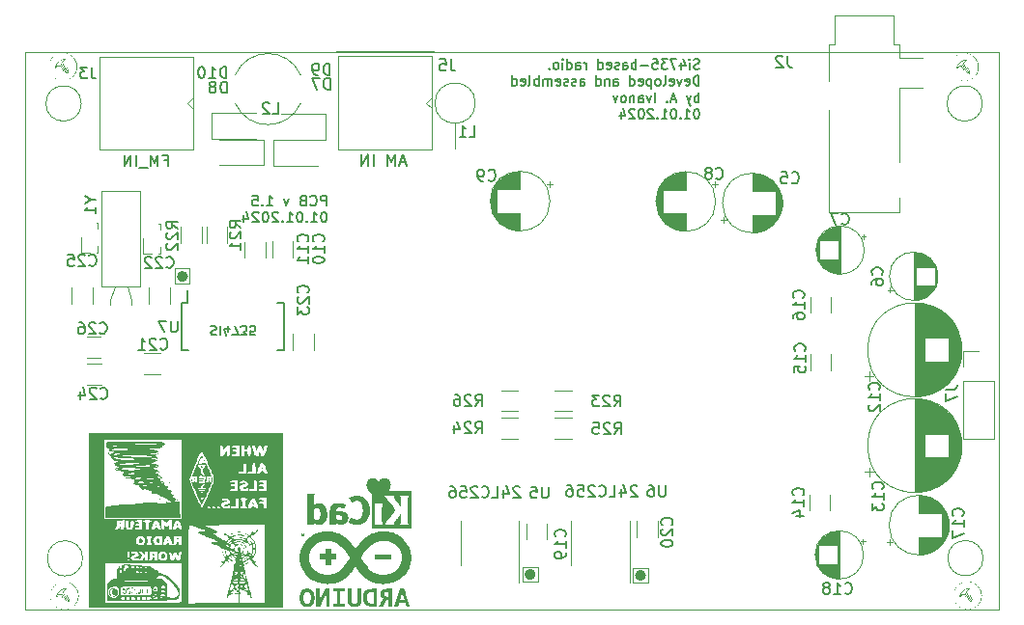
<source format=gbr>
%TF.GenerationSoftware,KiCad,Pcbnew,7.0.1*%
%TF.CreationDate,2024-02-20T22:54:35+00:00*%
%TF.ProjectId,SI4735,53493437-3335-42e6-9b69-6361645f7063,rev?*%
%TF.SameCoordinates,Original*%
%TF.FileFunction,Legend,Bot*%
%TF.FilePolarity,Positive*%
%FSLAX45Y45*%
G04 Gerber Fmt 4.5, Leading zero omitted, Abs format (unit mm)*
G04 Created by KiCad (PCBNEW 7.0.1) date 2024-02-20 22:54:35*
%MOMM*%
%LPD*%
G01*
G04 APERTURE LIST*
%ADD10C,0.000000*%
%ADD11C,0.466971*%
%ADD12C,0.120000*%
%ADD13C,0.200000*%
%ADD14C,0.150000*%
%ADD15C,0.180000*%
%TA.AperFunction,Profile*%
%ADD16C,0.100000*%
%TD*%
%TA.AperFunction,Profile*%
%ADD17C,0.050000*%
%TD*%
G04 APERTURE END LIST*
D10*
G36*
X6419292Y-6628735D02*
G01*
X6435586Y-6681934D01*
X6435645Y-6682140D01*
X6435691Y-6682334D01*
X6435719Y-6682518D01*
X6435730Y-6682691D01*
X6435727Y-6682774D01*
X6435719Y-6682854D01*
X6435706Y-6682931D01*
X6435687Y-6683006D01*
X6435661Y-6683079D01*
X6435630Y-6683149D01*
X6435591Y-6683217D01*
X6435546Y-6683283D01*
X6435494Y-6683346D01*
X6435434Y-6683408D01*
X6435367Y-6683466D01*
X6435291Y-6683523D01*
X6435208Y-6683578D01*
X6435116Y-6683630D01*
X6435015Y-6683681D01*
X6434906Y-6683730D01*
X6434660Y-6683821D01*
X6434375Y-6683904D01*
X6434049Y-6683981D01*
X6433681Y-6684050D01*
X6433268Y-6684113D01*
X6432808Y-6684170D01*
X6432300Y-6684220D01*
X6431741Y-6684265D01*
X6431129Y-6684305D01*
X6430463Y-6684339D01*
X6429740Y-6684369D01*
X6428958Y-6684394D01*
X6428115Y-6684415D01*
X6427210Y-6684433D01*
X6425203Y-6684457D01*
X6422920Y-6684470D01*
X6420346Y-6684474D01*
X6404400Y-6684474D01*
X6400167Y-6669939D01*
X6395934Y-6655546D01*
X6368276Y-6655123D01*
X6340759Y-6654840D01*
X6336667Y-6669234D01*
X6332434Y-6683768D01*
X6315077Y-6684191D01*
X6311623Y-6684225D01*
X6308398Y-6684220D01*
X6305475Y-6684179D01*
X6302924Y-6684103D01*
X6300816Y-6683994D01*
X6299222Y-6683854D01*
X6298213Y-6683684D01*
X6297951Y-6683588D01*
X6297884Y-6683538D01*
X6297861Y-6683486D01*
X6298301Y-6681700D01*
X6299658Y-6676982D01*
X6304723Y-6660026D01*
X6314259Y-6628627D01*
X6349056Y-6628627D01*
X6349085Y-6628876D01*
X6349237Y-6628927D01*
X6349580Y-6628975D01*
X6350800Y-6629059D01*
X6352661Y-6629126D01*
X6355082Y-6629176D01*
X6357979Y-6629205D01*
X6361269Y-6629213D01*
X6364870Y-6629198D01*
X6368699Y-6629158D01*
X6387749Y-6628735D01*
X6379424Y-6600513D01*
X6369687Y-6566787D01*
X6369371Y-6565718D01*
X6369063Y-6564745D01*
X6368772Y-6563885D01*
X6368505Y-6563153D01*
X6368272Y-6562567D01*
X6368080Y-6562144D01*
X6368002Y-6561998D01*
X6367937Y-6561898D01*
X6367887Y-6561848D01*
X6367868Y-6561841D01*
X6367852Y-6561848D01*
X6367555Y-6562625D01*
X6366902Y-6564653D01*
X6364695Y-6571902D01*
X6361562Y-6582486D01*
X6357834Y-6595291D01*
X6354204Y-6608099D01*
X6351342Y-6618698D01*
X6349539Y-6625990D01*
X6349125Y-6628052D01*
X6349056Y-6628627D01*
X6314259Y-6628627D01*
X6321427Y-6605028D01*
X6344992Y-6527840D01*
X6366582Y-6527840D01*
X6372142Y-6527861D01*
X6376793Y-6527926D01*
X6380595Y-6528041D01*
X6383604Y-6528211D01*
X6385879Y-6528440D01*
X6386759Y-6528578D01*
X6387478Y-6528733D01*
X6388042Y-6528906D01*
X6388458Y-6529096D01*
X6388735Y-6529305D01*
X6388878Y-6529534D01*
X6412161Y-6605451D01*
X6419292Y-6628735D01*
G37*
G36*
X5746117Y-6221629D02*
G01*
X5791272Y-6221629D01*
X5791272Y-6273840D01*
X5746117Y-6273840D01*
X5746117Y-6318996D01*
X5693906Y-6318996D01*
X5693906Y-6273840D01*
X5650161Y-6273840D01*
X5650161Y-6221629D01*
X5693906Y-6221629D01*
X5693906Y-6177885D01*
X5746117Y-6177885D01*
X5746117Y-6221629D01*
G37*
G36*
X11340133Y-6572569D02*
G01*
X11340217Y-6572630D01*
X11340278Y-6572731D01*
X11340315Y-6572873D01*
X11340329Y-6573056D01*
X11340319Y-6573279D01*
X11340286Y-6573544D01*
X11340229Y-6573849D01*
X11340148Y-6574194D01*
X11340044Y-6574581D01*
X11339764Y-6575475D01*
X11339389Y-6576532D01*
X11339217Y-6577018D01*
X11339071Y-6577474D01*
X11338953Y-6577900D01*
X11338904Y-6578103D01*
X11338862Y-6578300D01*
X11338826Y-6578490D01*
X11338798Y-6578675D01*
X11338776Y-6578854D01*
X11338761Y-6579027D01*
X11338753Y-6579195D01*
X11338752Y-6579358D01*
X11338758Y-6579517D01*
X11338771Y-6579671D01*
X11338791Y-6579821D01*
X11338818Y-6579968D01*
X11338853Y-6580110D01*
X11338894Y-6580250D01*
X11338942Y-6580386D01*
X11338998Y-6580519D01*
X11339061Y-6580650D01*
X11339131Y-6580778D01*
X11339208Y-6580905D01*
X11339292Y-6581029D01*
X11339384Y-6581152D01*
X11339483Y-6581274D01*
X11339590Y-6581394D01*
X11339703Y-6581514D01*
X11339824Y-6581634D01*
X11339953Y-6581753D01*
X11340207Y-6582011D01*
X11340380Y-6582316D01*
X11340468Y-6582679D01*
X11340462Y-6583111D01*
X11340357Y-6583622D01*
X11340144Y-6584223D01*
X11339818Y-6584925D01*
X11339371Y-6585739D01*
X11338797Y-6586675D01*
X11338089Y-6587744D01*
X11337239Y-6588958D01*
X11336242Y-6590325D01*
X11333777Y-6593567D01*
X11330640Y-6597557D01*
X11326082Y-6603310D01*
X11322014Y-6608546D01*
X11320300Y-6610793D01*
X11318872Y-6612698D01*
X11317785Y-6614189D01*
X11317093Y-6615196D01*
X11316586Y-6615931D01*
X11316123Y-6616547D01*
X11315706Y-6617047D01*
X11315338Y-6617432D01*
X11315172Y-6617581D01*
X11315019Y-6617702D01*
X11314879Y-6617795D01*
X11314751Y-6617860D01*
X11314637Y-6617897D01*
X11314537Y-6617906D01*
X11314450Y-6617888D01*
X11314377Y-6617842D01*
X11314318Y-6617769D01*
X11314273Y-6617668D01*
X11314242Y-6617541D01*
X11314227Y-6617387D01*
X11314226Y-6617206D01*
X11314240Y-6616999D01*
X11314315Y-6616506D01*
X11314452Y-6615908D01*
X11314654Y-6615208D01*
X11314923Y-6614405D01*
X11315259Y-6613503D01*
X11315432Y-6612988D01*
X11315582Y-6612502D01*
X11315709Y-6612042D01*
X11315812Y-6611607D01*
X11315891Y-6611195D01*
X11315946Y-6610804D01*
X11315976Y-6610433D01*
X11315982Y-6610255D01*
X11315982Y-6610081D01*
X11315975Y-6609911D01*
X11315963Y-6609745D01*
X11315944Y-6609583D01*
X11315919Y-6609424D01*
X11315887Y-6609268D01*
X11315849Y-6609116D01*
X11315805Y-6608966D01*
X11315755Y-6608820D01*
X11315698Y-6608675D01*
X11315634Y-6608533D01*
X11315564Y-6608393D01*
X11315488Y-6608255D01*
X11315405Y-6608119D01*
X11315316Y-6607984D01*
X11315117Y-6607717D01*
X11314910Y-6607415D01*
X11314765Y-6607087D01*
X11314686Y-6606727D01*
X11314676Y-6606328D01*
X11314740Y-6605885D01*
X11314879Y-6605391D01*
X11315098Y-6604839D01*
X11315400Y-6604225D01*
X11315787Y-6603541D01*
X11316264Y-6602781D01*
X11316833Y-6601940D01*
X11317499Y-6601010D01*
X11318263Y-6599986D01*
X11319130Y-6598862D01*
X11321185Y-6596287D01*
X11328100Y-6587274D01*
X11331464Y-6582853D01*
X11334167Y-6579213D01*
X11335181Y-6577814D01*
X11336105Y-6576580D01*
X11336939Y-6575511D01*
X11337682Y-6574607D01*
X11338334Y-6573867D01*
X11338626Y-6573559D01*
X11338895Y-6573292D01*
X11339141Y-6573066D01*
X11339364Y-6572881D01*
X11339564Y-6572737D01*
X11339741Y-6572633D01*
X11339895Y-6572571D01*
X11340026Y-6572550D01*
X11340133Y-6572569D01*
G37*
G36*
X11249109Y-1835578D02*
G01*
X11249141Y-1835613D01*
X11249142Y-1835662D01*
X11249113Y-1835725D01*
X11248967Y-1835892D01*
X11248709Y-1836110D01*
X11247878Y-1836691D01*
X11246665Y-1837444D01*
X11245114Y-1838350D01*
X11243271Y-1839387D01*
X11238886Y-1841766D01*
X11234251Y-1844300D01*
X11229815Y-1846935D01*
X11225570Y-1849675D01*
X11221510Y-1852530D01*
X11217627Y-1855505D01*
X11213915Y-1858608D01*
X11210368Y-1861846D01*
X11206977Y-1865226D01*
X11203737Y-1868754D01*
X11200641Y-1872438D01*
X11197682Y-1876285D01*
X11194853Y-1880302D01*
X11192147Y-1884496D01*
X11189557Y-1888874D01*
X11187077Y-1893443D01*
X11184699Y-1898210D01*
X11183591Y-1900414D01*
X11182603Y-1902342D01*
X11181750Y-1903960D01*
X11181379Y-1904641D01*
X11181048Y-1905231D01*
X11180758Y-1905724D01*
X11180512Y-1906118D01*
X11180310Y-1906406D01*
X11180227Y-1906509D01*
X11180155Y-1906584D01*
X11180096Y-1906631D01*
X11180049Y-1906649D01*
X11180031Y-1906647D01*
X11180015Y-1906637D01*
X11179994Y-1906595D01*
X11179986Y-1906522D01*
X11179991Y-1906418D01*
X11180010Y-1906281D01*
X11180043Y-1906113D01*
X11180384Y-1904989D01*
X11180871Y-1903649D01*
X11182221Y-1900431D01*
X11183982Y-1896679D01*
X11186040Y-1892619D01*
X11188283Y-1888472D01*
X11190600Y-1884463D01*
X11192876Y-1880814D01*
X11193964Y-1879195D01*
X11195000Y-1877749D01*
X11197131Y-1874845D01*
X11199294Y-1872054D01*
X11201494Y-1869371D01*
X11203736Y-1866791D01*
X11206026Y-1864309D01*
X11208370Y-1861919D01*
X11210773Y-1859616D01*
X11213239Y-1857394D01*
X11215775Y-1855248D01*
X11218386Y-1853173D01*
X11221077Y-1851164D01*
X11223853Y-1849214D01*
X11226721Y-1847319D01*
X11229685Y-1845473D01*
X11232750Y-1843671D01*
X11235923Y-1841907D01*
X11238321Y-1840621D01*
X11240612Y-1839427D01*
X11242741Y-1838348D01*
X11244654Y-1837409D01*
X11246295Y-1836636D01*
X11247611Y-1836053D01*
X11248129Y-1835841D01*
X11248546Y-1835685D01*
X11248854Y-1835590D01*
X11249046Y-1835557D01*
X11249109Y-1835578D01*
G37*
G36*
X5732006Y-6684474D02*
G01*
X5703784Y-6684474D01*
X5703784Y-6629723D01*
X5703642Y-6575113D01*
X5699550Y-6584285D01*
X5690484Y-6604040D01*
X5674432Y-6638613D01*
X5653407Y-6683768D01*
X5634075Y-6684191D01*
X5614884Y-6684615D01*
X5614884Y-6527840D01*
X5643106Y-6527840D01*
X5643106Y-6582450D01*
X5643247Y-6637201D01*
X5646210Y-6630146D01*
X5649165Y-6623642D01*
X5654924Y-6611237D01*
X5671469Y-6575818D01*
X5693624Y-6528546D01*
X5712815Y-6528123D01*
X5732006Y-6527699D01*
X5732006Y-6684474D01*
G37*
G36*
X6276695Y-6272429D02*
G01*
X6129939Y-6272429D01*
X6129939Y-6224451D01*
X6276695Y-6224451D01*
X6276695Y-6272429D01*
G37*
G36*
X3432878Y-6637574D02*
G01*
X3440386Y-6637574D01*
X3440392Y-6637780D01*
X3440426Y-6637974D01*
X3440485Y-6638157D01*
X3440572Y-6638330D01*
X3440685Y-6638493D01*
X3440824Y-6638647D01*
X3440991Y-6638794D01*
X3441184Y-6638933D01*
X3441404Y-6639065D01*
X3441651Y-6639192D01*
X3441925Y-6639313D01*
X3442226Y-6639430D01*
X3442555Y-6639543D01*
X3442910Y-6639653D01*
X3443702Y-6639867D01*
X3444197Y-6639978D01*
X3444677Y-6640073D01*
X3445142Y-6640151D01*
X3445591Y-6640213D01*
X3446025Y-6640258D01*
X3446442Y-6640288D01*
X3446843Y-6640302D01*
X3447228Y-6640300D01*
X3447595Y-6640282D01*
X3447946Y-6640248D01*
X3448280Y-6640200D01*
X3448596Y-6640135D01*
X3448894Y-6640056D01*
X3449175Y-6639961D01*
X3449437Y-6639851D01*
X3449682Y-6639726D01*
X3449907Y-6639587D01*
X3450114Y-6639432D01*
X3450301Y-6639263D01*
X3450470Y-6639079D01*
X3450618Y-6638881D01*
X3450747Y-6638668D01*
X3450856Y-6638442D01*
X3450945Y-6638201D01*
X3451013Y-6637946D01*
X3451061Y-6637677D01*
X3451087Y-6637394D01*
X3451093Y-6637097D01*
X3451077Y-6636787D01*
X3451040Y-6636463D01*
X3450980Y-6636126D01*
X3450899Y-6635775D01*
X3450741Y-6635104D01*
X3450588Y-6634377D01*
X3450445Y-6633617D01*
X3450317Y-6632847D01*
X3450208Y-6632090D01*
X3450125Y-6631370D01*
X3450071Y-6630709D01*
X3450057Y-6630408D01*
X3450052Y-6630131D01*
X3450046Y-6629812D01*
X3450027Y-6629517D01*
X3449996Y-6629247D01*
X3449953Y-6629000D01*
X3449897Y-6628778D01*
X3449830Y-6628580D01*
X3449750Y-6628406D01*
X3449657Y-6628257D01*
X3449553Y-6628132D01*
X3449436Y-6628031D01*
X3449307Y-6627955D01*
X3449166Y-6627903D01*
X3449013Y-6627876D01*
X3448848Y-6627874D01*
X3448671Y-6627896D01*
X3448482Y-6627944D01*
X3448281Y-6628016D01*
X3448068Y-6628112D01*
X3447843Y-6628234D01*
X3447606Y-6628381D01*
X3447357Y-6628552D01*
X3447096Y-6628749D01*
X3446540Y-6629218D01*
X3445936Y-6629788D01*
X3445285Y-6630459D01*
X3444587Y-6631232D01*
X3443843Y-6632106D01*
X3443048Y-6633065D01*
X3442355Y-6633933D01*
X3441766Y-6634717D01*
X3441511Y-6635079D01*
X3441281Y-6635422D01*
X3441077Y-6635748D01*
X3440900Y-6636055D01*
X3440749Y-6636346D01*
X3440623Y-6636621D01*
X3440525Y-6636880D01*
X3440452Y-6637125D01*
X3440406Y-6637356D01*
X3440386Y-6637574D01*
X3432878Y-6637574D01*
X3433736Y-6636318D01*
X3435440Y-6633974D01*
X3437453Y-6631335D01*
X3439751Y-6628437D01*
X3441979Y-6625755D01*
X3444083Y-6623247D01*
X3446019Y-6620971D01*
X3447741Y-6618983D01*
X3449206Y-6617339D01*
X3449827Y-6616663D01*
X3450367Y-6616095D01*
X3450821Y-6615640D01*
X3451182Y-6615307D01*
X3451445Y-6615102D01*
X3451538Y-6615050D01*
X3451604Y-6615032D01*
X3451751Y-6615042D01*
X3451901Y-6615070D01*
X3452053Y-6615117D01*
X3452208Y-6615182D01*
X3452363Y-6615263D01*
X3452519Y-6615359D01*
X3452832Y-6615596D01*
X3453143Y-6615886D01*
X3453447Y-6616223D01*
X3453741Y-6616598D01*
X3454021Y-6617007D01*
X3454282Y-6617443D01*
X3454522Y-6617898D01*
X3454735Y-6618367D01*
X3454918Y-6618842D01*
X3455068Y-6619317D01*
X3455179Y-6619786D01*
X3455249Y-6620241D01*
X3455267Y-6620462D01*
X3455273Y-6620676D01*
X3455348Y-6622522D01*
X3455555Y-6626021D01*
X3455868Y-6630658D01*
X3456261Y-6635916D01*
X3456434Y-6638111D01*
X3456582Y-6640050D01*
X3456702Y-6641746D01*
X3456792Y-6643214D01*
X3456825Y-6643868D01*
X3456850Y-6644469D01*
X3456866Y-6645022D01*
X3456874Y-6645526D01*
X3456872Y-6645984D01*
X3456860Y-6646398D01*
X3456839Y-6646769D01*
X3456808Y-6647099D01*
X3456766Y-6647391D01*
X3456714Y-6647646D01*
X3456651Y-6647865D01*
X3456615Y-6647962D01*
X3456576Y-6648051D01*
X3456535Y-6648132D01*
X3456491Y-6648206D01*
X3456443Y-6648272D01*
X3456393Y-6648330D01*
X3456340Y-6648382D01*
X3456284Y-6648427D01*
X3456224Y-6648465D01*
X3456162Y-6648497D01*
X3456096Y-6648523D01*
X3456027Y-6648543D01*
X3455955Y-6648558D01*
X3455880Y-6648567D01*
X3455719Y-6648569D01*
X3455545Y-6648553D01*
X3455357Y-6648519D01*
X3455155Y-6648471D01*
X3454939Y-6648408D01*
X3454709Y-6648334D01*
X3452947Y-6647871D01*
X3450034Y-6647170D01*
X3442291Y-6645371D01*
X3438338Y-6644412D01*
X3434794Y-6643519D01*
X3432071Y-6642811D01*
X3430579Y-6642407D01*
X3430500Y-6642365D01*
X3430448Y-6642292D01*
X3430422Y-6642189D01*
X3430423Y-6642056D01*
X3430502Y-6641703D01*
X3430682Y-6641237D01*
X3430961Y-6640662D01*
X3431335Y-6639984D01*
X3432360Y-6638333D01*
X3432878Y-6637574D01*
G37*
G36*
X3422452Y-1940276D02*
G01*
X3422542Y-1940309D01*
X3422615Y-1940371D01*
X3422672Y-1940462D01*
X3422712Y-1940581D01*
X3422734Y-1940730D01*
X3422738Y-1940908D01*
X3422722Y-1941116D01*
X3422688Y-1941353D01*
X3422633Y-1941620D01*
X3422558Y-1941917D01*
X3422462Y-1942244D01*
X3422344Y-1942600D01*
X3422203Y-1942987D01*
X3422040Y-1943405D01*
X3421854Y-1943852D01*
X3421630Y-1944365D01*
X3421437Y-1944849D01*
X3421273Y-1945305D01*
X3421139Y-1945737D01*
X3421035Y-1946149D01*
X3420961Y-1946544D01*
X3420916Y-1946923D01*
X3420905Y-1947109D01*
X3420901Y-1947292D01*
X3420905Y-1947473D01*
X3420916Y-1947652D01*
X3420935Y-1947830D01*
X3420961Y-1948007D01*
X3420994Y-1948184D01*
X3421035Y-1948360D01*
X3421139Y-1948714D01*
X3421273Y-1949072D01*
X3421437Y-1949438D01*
X3421630Y-1949813D01*
X3421854Y-1950202D01*
X3422106Y-1950655D01*
X3422274Y-1951128D01*
X3422346Y-1951640D01*
X3422310Y-1952211D01*
X3422154Y-1952860D01*
X3421866Y-1953608D01*
X3421435Y-1954473D01*
X3420848Y-1955476D01*
X3420095Y-1956636D01*
X3419162Y-1957973D01*
X3416714Y-1961255D01*
X3413409Y-1965480D01*
X3409154Y-1970805D01*
X3406292Y-1974400D01*
X3403668Y-1977631D01*
X3401335Y-1980439D01*
X3399346Y-1982764D01*
X3398498Y-1983727D01*
X3397755Y-1984546D01*
X3397124Y-1985216D01*
X3396612Y-1985727D01*
X3396227Y-1986073D01*
X3396083Y-1986182D01*
X3395973Y-1986246D01*
X3395898Y-1986266D01*
X3395874Y-1986258D01*
X3395858Y-1986239D01*
X3395855Y-1986166D01*
X3395889Y-1986045D01*
X3396289Y-1985004D01*
X3396644Y-1984046D01*
X3396953Y-1983168D01*
X3397217Y-1982362D01*
X3397436Y-1981625D01*
X3397611Y-1980950D01*
X3397682Y-1980634D01*
X3397742Y-1980332D01*
X3397791Y-1980042D01*
X3397829Y-1979765D01*
X3397857Y-1979500D01*
X3397874Y-1979245D01*
X3397881Y-1979001D01*
X3397876Y-1978766D01*
X3397862Y-1978540D01*
X3397836Y-1978322D01*
X3397801Y-1978112D01*
X3397754Y-1977909D01*
X3397698Y-1977712D01*
X3397631Y-1977520D01*
X3397554Y-1977333D01*
X3397467Y-1977151D01*
X3397370Y-1976972D01*
X3397263Y-1976796D01*
X3397145Y-1976622D01*
X3397018Y-1976449D01*
X3396769Y-1976114D01*
X3396617Y-1975729D01*
X3396577Y-1975269D01*
X3396665Y-1974709D01*
X3396900Y-1974027D01*
X3397296Y-1973197D01*
X3397871Y-1972196D01*
X3398641Y-1970999D01*
X3400832Y-1967920D01*
X3404003Y-1963769D01*
X3408285Y-1958351D01*
X3413810Y-1951472D01*
X3414428Y-1950676D01*
X3415102Y-1949788D01*
X3415810Y-1948833D01*
X3416527Y-1947839D01*
X3417231Y-1946831D01*
X3417898Y-1945837D01*
X3418506Y-1944882D01*
X3419031Y-1943993D01*
X3419575Y-1943147D01*
X3420090Y-1942407D01*
X3420574Y-1941776D01*
X3420802Y-1941501D01*
X3421020Y-1941253D01*
X3421228Y-1941033D01*
X3421425Y-1940840D01*
X3421611Y-1940675D01*
X3421785Y-1940538D01*
X3421946Y-1940429D01*
X3422094Y-1940348D01*
X3422228Y-1940296D01*
X3422348Y-1940272D01*
X3422452Y-1940276D01*
G37*
G36*
X11321478Y-1997800D02*
G01*
X11328985Y-1997800D01*
X11328992Y-1998005D01*
X11329025Y-1998199D01*
X11329085Y-1998382D01*
X11329171Y-1998555D01*
X11329284Y-1998718D01*
X11329424Y-1998872D01*
X11329590Y-1999019D01*
X11329784Y-1999158D01*
X11330004Y-1999290D01*
X11330251Y-1999417D01*
X11330525Y-1999538D01*
X11330826Y-1999655D01*
X11331154Y-1999768D01*
X11331509Y-1999878D01*
X11332302Y-2000093D01*
X11332797Y-2000203D01*
X11333277Y-2000298D01*
X11333742Y-2000376D01*
X11334191Y-2000438D01*
X11334624Y-2000483D01*
X11335042Y-2000513D01*
X11335443Y-2000527D01*
X11335827Y-2000525D01*
X11336195Y-2000507D01*
X11336546Y-2000474D01*
X11336879Y-2000425D01*
X11337196Y-2000360D01*
X11337494Y-2000281D01*
X11337775Y-2000186D01*
X11338037Y-2000076D01*
X11338281Y-1999951D01*
X11338507Y-1999812D01*
X11338713Y-1999657D01*
X11338901Y-1999488D01*
X11339069Y-1999304D01*
X11339218Y-1999106D01*
X11339347Y-1998894D01*
X11339456Y-1998667D01*
X11339545Y-1998426D01*
X11339613Y-1998171D01*
X11339660Y-1997902D01*
X11339687Y-1997619D01*
X11339693Y-1997322D01*
X11339677Y-1997012D01*
X11339639Y-1996688D01*
X11339580Y-1996351D01*
X11339498Y-1996000D01*
X11339340Y-1995330D01*
X11339187Y-1994602D01*
X11339044Y-1993842D01*
X11338916Y-1993072D01*
X11338808Y-1992315D01*
X11338724Y-1991595D01*
X11338671Y-1990934D01*
X11338656Y-1990633D01*
X11338652Y-1990356D01*
X11338645Y-1990037D01*
X11338627Y-1989742D01*
X11338596Y-1989472D01*
X11338553Y-1989225D01*
X11338497Y-1989003D01*
X11338429Y-1988805D01*
X11338349Y-1988631D01*
X11338257Y-1988482D01*
X11338152Y-1988357D01*
X11338036Y-1988256D01*
X11337907Y-1988180D01*
X11337766Y-1988128D01*
X11337613Y-1988101D01*
X11337448Y-1988099D01*
X11337271Y-1988122D01*
X11337082Y-1988169D01*
X11336881Y-1988241D01*
X11336668Y-1988337D01*
X11336442Y-1988459D01*
X11336206Y-1988606D01*
X11335957Y-1988777D01*
X11335696Y-1988974D01*
X11335139Y-1989443D01*
X11334535Y-1990013D01*
X11333884Y-1990684D01*
X11333187Y-1991457D01*
X11332443Y-1992331D01*
X11331647Y-1993290D01*
X11330955Y-1994158D01*
X11330366Y-1994942D01*
X11330110Y-1995304D01*
X11329881Y-1995648D01*
X11329677Y-1995973D01*
X11329500Y-1996280D01*
X11329348Y-1996571D01*
X11329223Y-1996846D01*
X11329124Y-1997105D01*
X11329052Y-1997350D01*
X11329005Y-1997582D01*
X11328985Y-1997800D01*
X11321478Y-1997800D01*
X11322335Y-1996543D01*
X11324040Y-1994199D01*
X11326052Y-1991561D01*
X11328350Y-1988663D01*
X11330579Y-1985980D01*
X11332683Y-1983472D01*
X11334619Y-1981196D01*
X11336341Y-1979208D01*
X11337805Y-1977564D01*
X11338427Y-1976888D01*
X11338967Y-1976320D01*
X11339420Y-1975865D01*
X11339781Y-1975532D01*
X11340044Y-1975327D01*
X11340137Y-1975275D01*
X11340204Y-1975257D01*
X11340351Y-1975267D01*
X11340501Y-1975296D01*
X11340653Y-1975343D01*
X11340807Y-1975407D01*
X11340963Y-1975488D01*
X11341119Y-1975584D01*
X11341432Y-1975821D01*
X11341743Y-1976111D01*
X11342047Y-1976448D01*
X11342341Y-1976824D01*
X11342620Y-1977233D01*
X11342882Y-1977668D01*
X11343121Y-1978123D01*
X11343334Y-1978592D01*
X11343518Y-1979067D01*
X11343667Y-1979542D01*
X11343779Y-1980011D01*
X11343849Y-1980466D01*
X11343867Y-1980687D01*
X11343873Y-1980901D01*
X11343948Y-1982747D01*
X11344155Y-1986246D01*
X11344468Y-1990883D01*
X11344860Y-1996141D01*
X11345034Y-1998337D01*
X11345182Y-2000275D01*
X11345302Y-2001971D01*
X11345392Y-2003440D01*
X11345425Y-2004093D01*
X11345450Y-2004695D01*
X11345466Y-2005247D01*
X11345473Y-2005751D01*
X11345471Y-2006209D01*
X11345460Y-2006623D01*
X11345439Y-2006994D01*
X11345407Y-2007325D01*
X11345366Y-2007616D01*
X11345313Y-2007871D01*
X11345250Y-2008090D01*
X11345215Y-2008188D01*
X11345176Y-2008276D01*
X11345135Y-2008358D01*
X11345090Y-2008431D01*
X11345043Y-2008497D01*
X11344993Y-2008555D01*
X11344939Y-2008607D01*
X11344883Y-2008652D01*
X11344824Y-2008690D01*
X11344761Y-2008722D01*
X11344696Y-2008748D01*
X11344627Y-2008768D01*
X11344555Y-2008783D01*
X11344479Y-2008792D01*
X11344319Y-2008794D01*
X11344145Y-2008778D01*
X11343957Y-2008745D01*
X11343755Y-2008696D01*
X11343539Y-2008633D01*
X11343308Y-2008559D01*
X11341547Y-2008096D01*
X11338634Y-2007395D01*
X11330890Y-2005596D01*
X11326937Y-2004637D01*
X11323394Y-2003744D01*
X11320671Y-2003036D01*
X11319178Y-2002633D01*
X11319099Y-2002590D01*
X11319047Y-2002518D01*
X11319022Y-2002414D01*
X11319023Y-2002281D01*
X11319102Y-2001928D01*
X11319282Y-2001462D01*
X11319560Y-2000887D01*
X11319935Y-2000209D01*
X11320960Y-1998558D01*
X11321478Y-1997800D01*
G37*
G36*
X11323446Y-1944305D02*
G01*
X11323535Y-1944338D01*
X11323609Y-1944400D01*
X11323666Y-1944491D01*
X11323705Y-1944610D01*
X11323727Y-1944759D01*
X11323731Y-1944938D01*
X11323716Y-1945145D01*
X11323681Y-1945382D01*
X11323627Y-1945649D01*
X11323551Y-1945946D01*
X11323455Y-1946273D01*
X11323337Y-1946629D01*
X11323197Y-1947016D01*
X11323034Y-1947434D01*
X11322847Y-1947881D01*
X11322624Y-1948395D01*
X11322430Y-1948878D01*
X11322267Y-1949334D01*
X11322133Y-1949767D01*
X11322029Y-1950178D01*
X11321954Y-1950573D01*
X11321910Y-1950953D01*
X11321898Y-1951138D01*
X11321895Y-1951321D01*
X11321898Y-1951502D01*
X11321910Y-1951681D01*
X11321928Y-1951859D01*
X11321954Y-1952036D01*
X11321988Y-1952213D01*
X11322029Y-1952389D01*
X11322133Y-1952743D01*
X11322267Y-1953101D01*
X11322430Y-1953467D01*
X11322624Y-1953842D01*
X11322847Y-1954231D01*
X11323100Y-1954685D01*
X11323268Y-1955157D01*
X11323340Y-1955669D01*
X11323304Y-1956240D01*
X11323147Y-1956890D01*
X11322860Y-1957637D01*
X11322428Y-1958503D01*
X11321842Y-1959505D01*
X11321088Y-1960665D01*
X11320156Y-1962002D01*
X11317708Y-1965284D01*
X11314403Y-1969509D01*
X11310147Y-1974834D01*
X11307285Y-1978429D01*
X11304661Y-1981660D01*
X11302329Y-1984468D01*
X11300340Y-1986793D01*
X11299491Y-1987756D01*
X11298748Y-1988575D01*
X11298117Y-1989245D01*
X11297606Y-1989756D01*
X11297220Y-1990102D01*
X11297076Y-1990211D01*
X11296966Y-1990275D01*
X11296891Y-1990295D01*
X11296867Y-1990287D01*
X11296852Y-1990268D01*
X11296849Y-1990195D01*
X11296883Y-1990074D01*
X11297283Y-1989033D01*
X11297637Y-1988076D01*
X11297946Y-1987197D01*
X11298210Y-1986392D01*
X11298429Y-1985654D01*
X11298604Y-1984979D01*
X11298675Y-1984663D01*
X11298735Y-1984361D01*
X11298785Y-1984071D01*
X11298823Y-1983794D01*
X11298851Y-1983529D01*
X11298868Y-1983274D01*
X11298874Y-1983030D01*
X11298870Y-1982795D01*
X11298855Y-1982569D01*
X11298830Y-1982351D01*
X11298794Y-1982141D01*
X11298748Y-1981938D01*
X11298692Y-1981741D01*
X11298625Y-1981549D01*
X11298548Y-1981362D01*
X11298461Y-1981180D01*
X11298364Y-1981001D01*
X11298256Y-1980825D01*
X11298139Y-1980651D01*
X11298012Y-1980478D01*
X11297763Y-1980143D01*
X11297610Y-1979758D01*
X11297570Y-1979298D01*
X11297659Y-1978738D01*
X11297893Y-1978056D01*
X11298289Y-1977226D01*
X11298864Y-1976225D01*
X11299634Y-1975028D01*
X11301826Y-1971949D01*
X11304997Y-1967798D01*
X11309278Y-1962380D01*
X11314804Y-1955501D01*
X11315422Y-1954705D01*
X11316096Y-1953817D01*
X11316803Y-1952862D01*
X11317520Y-1951868D01*
X11318224Y-1950860D01*
X11318892Y-1949866D01*
X11319500Y-1948911D01*
X11320025Y-1948023D01*
X11320568Y-1947176D01*
X11321084Y-1946436D01*
X11321567Y-1945805D01*
X11321795Y-1945530D01*
X11322014Y-1945282D01*
X11322222Y-1945062D01*
X11322419Y-1944869D01*
X11322605Y-1944704D01*
X11322778Y-1944567D01*
X11322939Y-1944458D01*
X11323087Y-1944377D01*
X11323221Y-1944325D01*
X11323341Y-1944301D01*
X11323446Y-1944305D01*
G37*
G36*
X3374903Y-6704464D02*
G01*
X3375633Y-6704532D01*
X3377678Y-6704817D01*
X3380517Y-6705303D01*
X3384174Y-6705995D01*
X3388669Y-6706895D01*
X3390221Y-6707220D01*
X3391270Y-6707460D01*
X3391602Y-6707549D01*
X3391804Y-6707620D01*
X3391855Y-6707648D01*
X3391873Y-6707672D01*
X3391858Y-6707691D01*
X3391808Y-6707707D01*
X3391608Y-6707725D01*
X3391270Y-6707728D01*
X3390177Y-6707689D01*
X3386270Y-6707460D01*
X3384604Y-6707276D01*
X3382918Y-6707050D01*
X3381259Y-6706790D01*
X3379673Y-6706507D01*
X3378205Y-6706211D01*
X3376904Y-6705912D01*
X3375813Y-6705619D01*
X3375362Y-6705478D01*
X3374981Y-6705343D01*
X3374432Y-6705075D01*
X3374058Y-6704854D01*
X3373862Y-6704680D01*
X3373831Y-6704611D01*
X3373845Y-6704554D01*
X3374012Y-6704475D01*
X3374363Y-6704445D01*
X3374903Y-6704464D01*
G37*
G36*
X11302402Y-1917681D02*
G01*
X11302435Y-1917697D01*
X11302468Y-1917721D01*
X11302504Y-1917753D01*
X11302541Y-1917794D01*
X11302580Y-1917842D01*
X11302621Y-1917899D01*
X11302663Y-1917965D01*
X11302707Y-1918038D01*
X11302752Y-1918120D01*
X11302848Y-1918309D01*
X11302950Y-1918530D01*
X11303020Y-1918735D01*
X11303070Y-1918977D01*
X11303102Y-1919252D01*
X11303116Y-1919560D01*
X11303112Y-1919896D01*
X11303092Y-1920259D01*
X11303055Y-1920646D01*
X11303003Y-1921053D01*
X11302937Y-1921478D01*
X11302855Y-1921919D01*
X11302761Y-1922373D01*
X11302653Y-1922836D01*
X11302401Y-1923784D01*
X11302104Y-1924739D01*
X11301905Y-1925330D01*
X11301733Y-1925886D01*
X11301588Y-1926410D01*
X11301469Y-1926902D01*
X11301376Y-1927366D01*
X11301310Y-1927803D01*
X11301270Y-1928214D01*
X11301260Y-1928411D01*
X11301257Y-1928602D01*
X11301260Y-1928788D01*
X11301270Y-1928969D01*
X11301287Y-1929145D01*
X11301310Y-1929316D01*
X11301340Y-1929482D01*
X11301376Y-1929645D01*
X11301419Y-1929803D01*
X11301469Y-1929958D01*
X11301525Y-1930109D01*
X11301588Y-1930257D01*
X11301657Y-1930402D01*
X11301733Y-1930544D01*
X11301816Y-1930684D01*
X11301905Y-1930821D01*
X11302001Y-1930956D01*
X11302104Y-1931089D01*
X11302317Y-1931361D01*
X11302479Y-1931650D01*
X11302540Y-1931802D01*
X11302587Y-1931960D01*
X11302622Y-1932124D01*
X11302642Y-1932295D01*
X11302640Y-1932659D01*
X11302580Y-1933056D01*
X11302461Y-1933490D01*
X11302280Y-1933964D01*
X11302037Y-1934483D01*
X11301729Y-1935051D01*
X11301355Y-1935671D01*
X11300913Y-1936348D01*
X11300402Y-1937085D01*
X11299820Y-1937886D01*
X11299164Y-1938755D01*
X11298435Y-1939697D01*
X11285312Y-1956489D01*
X11283703Y-1958540D01*
X11282183Y-1960432D01*
X11280785Y-1962125D01*
X11279544Y-1963580D01*
X11278993Y-1964206D01*
X11278494Y-1964757D01*
X11278053Y-1965230D01*
X11277672Y-1965617D01*
X11277356Y-1965916D01*
X11277110Y-1966120D01*
X11277015Y-1966185D01*
X11276938Y-1966225D01*
X11276882Y-1966239D01*
X11276845Y-1966226D01*
X11276825Y-1966155D01*
X11276818Y-1966050D01*
X11276823Y-1965913D01*
X11276840Y-1965745D01*
X11276909Y-1965328D01*
X11277021Y-1964815D01*
X11277173Y-1964222D01*
X11277361Y-1963567D01*
X11277582Y-1962865D01*
X11277833Y-1962134D01*
X11278028Y-1961647D01*
X11278113Y-1961416D01*
X11278190Y-1961192D01*
X11278260Y-1960975D01*
X11278321Y-1960765D01*
X11278374Y-1960562D01*
X11278419Y-1960365D01*
X11278457Y-1960175D01*
X11278486Y-1959990D01*
X11278508Y-1959812D01*
X11278522Y-1959638D01*
X11278529Y-1959470D01*
X11278528Y-1959307D01*
X11278519Y-1959148D01*
X11278503Y-1958994D01*
X11278479Y-1958844D01*
X11278448Y-1958698D01*
X11278410Y-1958555D01*
X11278365Y-1958416D01*
X11278312Y-1958280D01*
X11278252Y-1958146D01*
X11278185Y-1958016D01*
X11278110Y-1957887D01*
X11278029Y-1957761D01*
X11277941Y-1957636D01*
X11277846Y-1957513D01*
X11277744Y-1957392D01*
X11277635Y-1957271D01*
X11277520Y-1957151D01*
X11277268Y-1956913D01*
X11276953Y-1956625D01*
X11276696Y-1956341D01*
X11276590Y-1956197D01*
X11276500Y-1956052D01*
X11276425Y-1955903D01*
X11276366Y-1955751D01*
X11276324Y-1955593D01*
X11276299Y-1955431D01*
X11276290Y-1955261D01*
X11276298Y-1955084D01*
X11276324Y-1954899D01*
X11276368Y-1954705D01*
X11276430Y-1954500D01*
X11276510Y-1954284D01*
X11276726Y-1953816D01*
X11277019Y-1953292D01*
X11277391Y-1952706D01*
X11277844Y-1952051D01*
X11278380Y-1951318D01*
X11279003Y-1950502D01*
X11280514Y-1948587D01*
X11284717Y-1943471D01*
X11288689Y-1938480D01*
X11292331Y-1933754D01*
X11295542Y-1929431D01*
X11298224Y-1925651D01*
X11299336Y-1924008D01*
X11300278Y-1922552D01*
X11301038Y-1921301D01*
X11301604Y-1920273D01*
X11301964Y-1919485D01*
X11302062Y-1919186D01*
X11302104Y-1918954D01*
X11302107Y-1918679D01*
X11302117Y-1918438D01*
X11302134Y-1918229D01*
X11302144Y-1918138D01*
X11302157Y-1918054D01*
X11302171Y-1917979D01*
X11302186Y-1917912D01*
X11302204Y-1917853D01*
X11302223Y-1917803D01*
X11302244Y-1917761D01*
X11302266Y-1917727D01*
X11302290Y-1917701D01*
X11302315Y-1917684D01*
X11302343Y-1917675D01*
X11302372Y-1917674D01*
X11302402Y-1917681D01*
G37*
G36*
X3420484Y-1993770D02*
G01*
X3427992Y-1993770D01*
X3427999Y-1993976D01*
X3428032Y-1994170D01*
X3428091Y-1994353D01*
X3428178Y-1994526D01*
X3428291Y-1994689D01*
X3428430Y-1994843D01*
X3428597Y-1994990D01*
X3428790Y-1995129D01*
X3429010Y-1995261D01*
X3429257Y-1995388D01*
X3429531Y-1995509D01*
X3429832Y-1995626D01*
X3430161Y-1995739D01*
X3430516Y-1995849D01*
X3431308Y-1996063D01*
X3431803Y-1996174D01*
X3432283Y-1996269D01*
X3432748Y-1996347D01*
X3433197Y-1996409D01*
X3433631Y-1996454D01*
X3434048Y-1996484D01*
X3434449Y-1996498D01*
X3434834Y-1996496D01*
X3435201Y-1996478D01*
X3435552Y-1996444D01*
X3435886Y-1996396D01*
X3436202Y-1996331D01*
X3436501Y-1996252D01*
X3436781Y-1996157D01*
X3437044Y-1996047D01*
X3437288Y-1995922D01*
X3437513Y-1995783D01*
X3437720Y-1995628D01*
X3437907Y-1995459D01*
X3438076Y-1995275D01*
X3438224Y-1995077D01*
X3438353Y-1994864D01*
X3438462Y-1994638D01*
X3438551Y-1994397D01*
X3438619Y-1994142D01*
X3438667Y-1993873D01*
X3438694Y-1993590D01*
X3438699Y-1993293D01*
X3438683Y-1992983D01*
X3438646Y-1992659D01*
X3438586Y-1992322D01*
X3438505Y-1991971D01*
X3438347Y-1991300D01*
X3438194Y-1990573D01*
X3438051Y-1989813D01*
X3437923Y-1989043D01*
X3437814Y-1988286D01*
X3437731Y-1987566D01*
X3437677Y-1986905D01*
X3437663Y-1986604D01*
X3437658Y-1986327D01*
X3437652Y-1986008D01*
X3437633Y-1985713D01*
X3437602Y-1985443D01*
X3437559Y-1985196D01*
X3437504Y-1984974D01*
X3437436Y-1984776D01*
X3437356Y-1984602D01*
X3437263Y-1984453D01*
X3437159Y-1984328D01*
X3437042Y-1984227D01*
X3436913Y-1984151D01*
X3436773Y-1984099D01*
X3436620Y-1984072D01*
X3436454Y-1984070D01*
X3436277Y-1984092D01*
X3436088Y-1984140D01*
X3435887Y-1984212D01*
X3435674Y-1984308D01*
X3435449Y-1984430D01*
X3435212Y-1984577D01*
X3434963Y-1984748D01*
X3434703Y-1984945D01*
X3434146Y-1985414D01*
X3433542Y-1985984D01*
X3432891Y-1986655D01*
X3432193Y-1987428D01*
X3431449Y-1988302D01*
X3430654Y-1989261D01*
X3429961Y-1990129D01*
X3429372Y-1990913D01*
X3429117Y-1991275D01*
X3428887Y-1991618D01*
X3428684Y-1991944D01*
X3428506Y-1992251D01*
X3428355Y-1992542D01*
X3428230Y-1992817D01*
X3428131Y-1993076D01*
X3428058Y-1993321D01*
X3428012Y-1993552D01*
X3427992Y-1993770D01*
X3420484Y-1993770D01*
X3421342Y-1992514D01*
X3423046Y-1990170D01*
X3425059Y-1987531D01*
X3427357Y-1984633D01*
X3429585Y-1981951D01*
X3431690Y-1979443D01*
X3433625Y-1977167D01*
X3435347Y-1975179D01*
X3436812Y-1973535D01*
X3437433Y-1972859D01*
X3437973Y-1972291D01*
X3438427Y-1971836D01*
X3438788Y-1971503D01*
X3439051Y-1971298D01*
X3439144Y-1971246D01*
X3439210Y-1971228D01*
X3439357Y-1971238D01*
X3439507Y-1971266D01*
X3439660Y-1971313D01*
X3439814Y-1971378D01*
X3439969Y-1971459D01*
X3440125Y-1971555D01*
X3440438Y-1971792D01*
X3440749Y-1972082D01*
X3441053Y-1972419D01*
X3441347Y-1972794D01*
X3441627Y-1973203D01*
X3441888Y-1973639D01*
X3442128Y-1974094D01*
X3442341Y-1974563D01*
X3442524Y-1975038D01*
X3442674Y-1975513D01*
X3442785Y-1975982D01*
X3442855Y-1976437D01*
X3442873Y-1976658D01*
X3442879Y-1976872D01*
X3442954Y-1978718D01*
X3443161Y-1982217D01*
X3443475Y-1986854D01*
X3443867Y-1992112D01*
X3444040Y-1994307D01*
X3444188Y-1996246D01*
X3444308Y-1997942D01*
X3444398Y-1999410D01*
X3444431Y-2000064D01*
X3444456Y-2000665D01*
X3444472Y-2001218D01*
X3444480Y-2001722D01*
X3444478Y-2002180D01*
X3444466Y-2002594D01*
X3444445Y-2002965D01*
X3444414Y-2003295D01*
X3444372Y-2003587D01*
X3444320Y-2003842D01*
X3444257Y-2004061D01*
X3444221Y-2004158D01*
X3444183Y-2004247D01*
X3444141Y-2004328D01*
X3444097Y-2004402D01*
X3444049Y-2004468D01*
X3443999Y-2004526D01*
X3443946Y-2004578D01*
X3443890Y-2004623D01*
X3443830Y-2004661D01*
X3443768Y-2004693D01*
X3443702Y-2004719D01*
X3443633Y-2004739D01*
X3443561Y-2004754D01*
X3443486Y-2004763D01*
X3443325Y-2004765D01*
X3443151Y-2004749D01*
X3442963Y-2004715D01*
X3442762Y-2004667D01*
X3442545Y-2004604D01*
X3442315Y-2004530D01*
X3440553Y-2004067D01*
X3437640Y-2003366D01*
X3429897Y-2001567D01*
X3425944Y-2000608D01*
X3422400Y-1999715D01*
X3419677Y-1999007D01*
X3418185Y-1998603D01*
X3418106Y-1998561D01*
X3418054Y-1998488D01*
X3418028Y-1998385D01*
X3418029Y-1998252D01*
X3418108Y-1997899D01*
X3418288Y-1997433D01*
X3418567Y-1996858D01*
X3418941Y-1996180D01*
X3419966Y-1994529D01*
X3420484Y-1993770D01*
G37*
G36*
X3348116Y-1831549D02*
G01*
X3348148Y-1831584D01*
X3348149Y-1831633D01*
X3348119Y-1831696D01*
X3347973Y-1831863D01*
X3347715Y-1832081D01*
X3346884Y-1832661D01*
X3345671Y-1833415D01*
X3344121Y-1834321D01*
X3342278Y-1835358D01*
X3337893Y-1837737D01*
X3333258Y-1840271D01*
X3328821Y-1842906D01*
X3324576Y-1845646D01*
X3320516Y-1848501D01*
X3316633Y-1851476D01*
X3312922Y-1854579D01*
X3309374Y-1857817D01*
X3305984Y-1861197D01*
X3302744Y-1864725D01*
X3299648Y-1868409D01*
X3296689Y-1872256D01*
X3293859Y-1876273D01*
X3291153Y-1880467D01*
X3288563Y-1884845D01*
X3286083Y-1889414D01*
X3283706Y-1894181D01*
X3282597Y-1896384D01*
X3281609Y-1898313D01*
X3280757Y-1899931D01*
X3280386Y-1900612D01*
X3280055Y-1901202D01*
X3279765Y-1901695D01*
X3279518Y-1902088D01*
X3279316Y-1902377D01*
X3279233Y-1902480D01*
X3279162Y-1902555D01*
X3279102Y-1902602D01*
X3279056Y-1902620D01*
X3279037Y-1902618D01*
X3279022Y-1902608D01*
X3279000Y-1902566D01*
X3278992Y-1902493D01*
X3278998Y-1902388D01*
X3279016Y-1902252D01*
X3279049Y-1902083D01*
X3279391Y-1900960D01*
X3279877Y-1899620D01*
X3281228Y-1896402D01*
X3282988Y-1892650D01*
X3285046Y-1888590D01*
X3287290Y-1884443D01*
X3289606Y-1880434D01*
X3291883Y-1876785D01*
X3292971Y-1875166D01*
X3294007Y-1873720D01*
X3296138Y-1870815D01*
X3298300Y-1868024D01*
X3300500Y-1865342D01*
X3302743Y-1862762D01*
X3305033Y-1860280D01*
X3307377Y-1857890D01*
X3309779Y-1855587D01*
X3312246Y-1853365D01*
X3314782Y-1851219D01*
X3317392Y-1849144D01*
X3320083Y-1847135D01*
X3322860Y-1845185D01*
X3325727Y-1843290D01*
X3328691Y-1841444D01*
X3331757Y-1839642D01*
X3334929Y-1837878D01*
X3337328Y-1836592D01*
X3339619Y-1835397D01*
X3341748Y-1834318D01*
X3343660Y-1833380D01*
X3345302Y-1832607D01*
X3346617Y-1832024D01*
X3347136Y-1831812D01*
X3347552Y-1831656D01*
X3347860Y-1831560D01*
X3348053Y-1831528D01*
X3348116Y-1831549D01*
G37*
G36*
X6282339Y-6554651D02*
G01*
X6282339Y-6684474D01*
X6249884Y-6684474D01*
X6249884Y-6620974D01*
X6244945Y-6620974D01*
X6243512Y-6621029D01*
X6242076Y-6621193D01*
X6240644Y-6621461D01*
X6239223Y-6621829D01*
X6237819Y-6622293D01*
X6236439Y-6622849D01*
X6235090Y-6623492D01*
X6233779Y-6624219D01*
X6232513Y-6625026D01*
X6231298Y-6625907D01*
X6230141Y-6626860D01*
X6229050Y-6627879D01*
X6228030Y-6628962D01*
X6227089Y-6630103D01*
X6226234Y-6631299D01*
X6225471Y-6632545D01*
X6224541Y-6634245D01*
X6223271Y-6636727D01*
X6221716Y-6639875D01*
X6219933Y-6643569D01*
X6215907Y-6652131D01*
X6211642Y-6661473D01*
X6201341Y-6684474D01*
X6163947Y-6684474D01*
X6177211Y-6657521D01*
X6187142Y-6637627D01*
X6190705Y-6630780D01*
X6193580Y-6625577D01*
X6195953Y-6621705D01*
X6197008Y-6620168D01*
X6198008Y-6618846D01*
X6198974Y-6617698D01*
X6199930Y-6616685D01*
X6201906Y-6614906D01*
X6202736Y-6614168D01*
X6203520Y-6613451D01*
X6204237Y-6612773D01*
X6204869Y-6612154D01*
X6205395Y-6611615D01*
X6205795Y-6611175D01*
X6205942Y-6610999D01*
X6206050Y-6610854D01*
X6206116Y-6610745D01*
X6206139Y-6610673D01*
X6206134Y-6610632D01*
X6206118Y-6610592D01*
X6206092Y-6610550D01*
X6206056Y-6610508D01*
X6206011Y-6610465D01*
X6205956Y-6610421D01*
X6205892Y-6610377D01*
X6205819Y-6610333D01*
X6205649Y-6610243D01*
X6205447Y-6610152D01*
X6205216Y-6610060D01*
X6204957Y-6609967D01*
X6204674Y-6609874D01*
X6204368Y-6609782D01*
X6204042Y-6609691D01*
X6203698Y-6609601D01*
X6203339Y-6609513D01*
X6202965Y-6609426D01*
X6202581Y-6609342D01*
X6202188Y-6609261D01*
X6200733Y-6608894D01*
X6199234Y-6608381D01*
X6197702Y-6607733D01*
X6196149Y-6606957D01*
X6194587Y-6606066D01*
X6193028Y-6605067D01*
X6191483Y-6603971D01*
X6189964Y-6602788D01*
X6188484Y-6601527D01*
X6187053Y-6600198D01*
X6185684Y-6598811D01*
X6184388Y-6597375D01*
X6183178Y-6595900D01*
X6182064Y-6594397D01*
X6181059Y-6592873D01*
X6180175Y-6591340D01*
X6179522Y-6590140D01*
X6178939Y-6589017D01*
X6178422Y-6587954D01*
X6177965Y-6586935D01*
X6177567Y-6585944D01*
X6177223Y-6584966D01*
X6176929Y-6583983D01*
X6176682Y-6582980D01*
X6176478Y-6581940D01*
X6176313Y-6580848D01*
X6176184Y-6579687D01*
X6176087Y-6578442D01*
X6176018Y-6577096D01*
X6175973Y-6575632D01*
X6175969Y-6575195D01*
X6209274Y-6575195D01*
X6209314Y-6576450D01*
X6209418Y-6577666D01*
X6209586Y-6578845D01*
X6209817Y-6579986D01*
X6210113Y-6581089D01*
X6210472Y-6582155D01*
X6210895Y-6583183D01*
X6211382Y-6584173D01*
X6211932Y-6585126D01*
X6212547Y-6586042D01*
X6213226Y-6586920D01*
X6213969Y-6587760D01*
X6214776Y-6588563D01*
X6215646Y-6589330D01*
X6216581Y-6590058D01*
X6217580Y-6590750D01*
X6218644Y-6591405D01*
X6219771Y-6592022D01*
X6220962Y-6592603D01*
X6222218Y-6593146D01*
X6223538Y-6593653D01*
X6224922Y-6594123D01*
X6226371Y-6594556D01*
X6227884Y-6594952D01*
X6229461Y-6595312D01*
X6231102Y-6595635D01*
X6232808Y-6595921D01*
X6234578Y-6596171D01*
X6238312Y-6596562D01*
X6249884Y-6597408D01*
X6249884Y-6554651D01*
X6239159Y-6554651D01*
X6236882Y-6554683D01*
X6234540Y-6554775D01*
X6232201Y-6554919D01*
X6229934Y-6555110D01*
X6227805Y-6555341D01*
X6225884Y-6555604D01*
X6224236Y-6555894D01*
X6222931Y-6556204D01*
X6221461Y-6556716D01*
X6220069Y-6557301D01*
X6218755Y-6557956D01*
X6217521Y-6558682D01*
X6216934Y-6559071D01*
X6216367Y-6559477D01*
X6215822Y-6559901D01*
X6215296Y-6560341D01*
X6214792Y-6560799D01*
X6214309Y-6561273D01*
X6213847Y-6561764D01*
X6213406Y-6562271D01*
X6212987Y-6562796D01*
X6212590Y-6563336D01*
X6212214Y-6563893D01*
X6211860Y-6564466D01*
X6211529Y-6565056D01*
X6211219Y-6565661D01*
X6210932Y-6566282D01*
X6210668Y-6566919D01*
X6210426Y-6567572D01*
X6210208Y-6568240D01*
X6210012Y-6568924D01*
X6209839Y-6569624D01*
X6209690Y-6570338D01*
X6209565Y-6571068D01*
X6209385Y-6572573D01*
X6209297Y-6573903D01*
X6209274Y-6575195D01*
X6175969Y-6575195D01*
X6175941Y-6572290D01*
X6175952Y-6569568D01*
X6176040Y-6567004D01*
X6176209Y-6564586D01*
X6176464Y-6562305D01*
X6176809Y-6560148D01*
X6177249Y-6558105D01*
X6177787Y-6556164D01*
X6178428Y-6554316D01*
X6179177Y-6552549D01*
X6180038Y-6550852D01*
X6181015Y-6549214D01*
X6182113Y-6547625D01*
X6183335Y-6546072D01*
X6184687Y-6544546D01*
X6186172Y-6543035D01*
X6187795Y-6541528D01*
X6190047Y-6539630D01*
X6191222Y-6538745D01*
X6192435Y-6537901D01*
X6193689Y-6537098D01*
X6194988Y-6536335D01*
X6196338Y-6535611D01*
X6197741Y-6534925D01*
X6199202Y-6534276D01*
X6200724Y-6533664D01*
X6202312Y-6533088D01*
X6203970Y-6532546D01*
X6207510Y-6531566D01*
X6211378Y-6530716D01*
X6215604Y-6529989D01*
X6220221Y-6529381D01*
X6225261Y-6528883D01*
X6230756Y-6528491D01*
X6236738Y-6528197D01*
X6243239Y-6527994D01*
X6250292Y-6527878D01*
X6257927Y-6527840D01*
X6282339Y-6527840D01*
X6282339Y-6554651D01*
G37*
G36*
X3411733Y-1929589D02*
G01*
X3411817Y-1929649D01*
X3411877Y-1929751D01*
X3411914Y-1929893D01*
X3411928Y-1930076D01*
X3411919Y-1930299D01*
X3411885Y-1930563D01*
X3411828Y-1930868D01*
X3411748Y-1931214D01*
X3411643Y-1931600D01*
X3411364Y-1932495D01*
X3410988Y-1933551D01*
X3410816Y-1934038D01*
X3410671Y-1934493D01*
X3410552Y-1934920D01*
X3410503Y-1935123D01*
X3410461Y-1935320D01*
X3410426Y-1935510D01*
X3410397Y-1935694D01*
X3410375Y-1935873D01*
X3410361Y-1936047D01*
X3410353Y-1936215D01*
X3410352Y-1936378D01*
X3410358Y-1936537D01*
X3410371Y-1936691D01*
X3410391Y-1936841D01*
X3410418Y-1936987D01*
X3410452Y-1937130D01*
X3410493Y-1937269D01*
X3410542Y-1937405D01*
X3410597Y-1937539D01*
X3410660Y-1937669D01*
X3410730Y-1937798D01*
X3410807Y-1937924D01*
X3410892Y-1938049D01*
X3410984Y-1938172D01*
X3411083Y-1938293D01*
X3411189Y-1938414D01*
X3411303Y-1938534D01*
X3411424Y-1938653D01*
X3411553Y-1938772D01*
X3411806Y-1939030D01*
X3411980Y-1939336D01*
X3412068Y-1939699D01*
X3412062Y-1940131D01*
X3411956Y-1940642D01*
X3411744Y-1941243D01*
X3411417Y-1941945D01*
X3410970Y-1942759D01*
X3410396Y-1943695D01*
X3409688Y-1944764D01*
X3408839Y-1945977D01*
X3407842Y-1947345D01*
X3405377Y-1950587D01*
X3402239Y-1954577D01*
X3397682Y-1960329D01*
X3393614Y-1965566D01*
X3391900Y-1967813D01*
X3390472Y-1969718D01*
X3389385Y-1971209D01*
X3388693Y-1972216D01*
X3388185Y-1972950D01*
X3387722Y-1973567D01*
X3387306Y-1974067D01*
X3386937Y-1974451D01*
X3386772Y-1974601D01*
X3386619Y-1974722D01*
X3386478Y-1974815D01*
X3386351Y-1974880D01*
X3386237Y-1974917D01*
X3386136Y-1974926D01*
X3386049Y-1974907D01*
X3385976Y-1974862D01*
X3385917Y-1974788D01*
X3385872Y-1974688D01*
X3385842Y-1974561D01*
X3385826Y-1974407D01*
X3385825Y-1974226D01*
X3385840Y-1974019D01*
X3385914Y-1973525D01*
X3386052Y-1972928D01*
X3386254Y-1972227D01*
X3386522Y-1971425D01*
X3386858Y-1970522D01*
X3387032Y-1970008D01*
X3387182Y-1969521D01*
X3387309Y-1969061D01*
X3387411Y-1968626D01*
X3387490Y-1968214D01*
X3387545Y-1967824D01*
X3387576Y-1967453D01*
X3387581Y-1967274D01*
X3387581Y-1967100D01*
X3387575Y-1966930D01*
X3387562Y-1966764D01*
X3387543Y-1966602D01*
X3387518Y-1966443D01*
X3387487Y-1966288D01*
X3387449Y-1966135D01*
X3387405Y-1965986D01*
X3387354Y-1965839D01*
X3387297Y-1965695D01*
X3387234Y-1965553D01*
X3387164Y-1965413D01*
X3387088Y-1965275D01*
X3387005Y-1965138D01*
X3386915Y-1965003D01*
X3386717Y-1964737D01*
X3386509Y-1964435D01*
X3386364Y-1964107D01*
X3386285Y-1963746D01*
X3386276Y-1963348D01*
X3386339Y-1962904D01*
X3386479Y-1962410D01*
X3386698Y-1961859D01*
X3386999Y-1961244D01*
X3387387Y-1960560D01*
X3387863Y-1959801D01*
X3388433Y-1958959D01*
X3389098Y-1958030D01*
X3389863Y-1957006D01*
X3390730Y-1955882D01*
X3392785Y-1953307D01*
X3399699Y-1944293D01*
X3403064Y-1939873D01*
X3405767Y-1936232D01*
X3406781Y-1934833D01*
X3407704Y-1933599D01*
X3408538Y-1932531D01*
X3409282Y-1931626D01*
X3409934Y-1930887D01*
X3410226Y-1930579D01*
X3410495Y-1930311D01*
X3410741Y-1930085D01*
X3410964Y-1929900D01*
X3411164Y-1929756D01*
X3411341Y-1929653D01*
X3411495Y-1929591D01*
X3411625Y-1929570D01*
X3411733Y-1929589D01*
G37*
D11*
X7512348Y-6402000D02*
G75*
G03*
X7512348Y-6402000I-23349J0D01*
G01*
D10*
G36*
X11175316Y-1972689D02*
G01*
X11175363Y-1972721D01*
X11175469Y-1972842D01*
X11175588Y-1973036D01*
X11175721Y-1973299D01*
X11175866Y-1973630D01*
X11176020Y-1974027D01*
X11176184Y-1974487D01*
X11176354Y-1975008D01*
X11176711Y-1976224D01*
X11177079Y-1977656D01*
X11179149Y-1984485D01*
X11181594Y-1991151D01*
X11184402Y-1997640D01*
X11187561Y-2003938D01*
X11191059Y-2010031D01*
X11194884Y-2015905D01*
X11199024Y-2021545D01*
X11203467Y-2026939D01*
X11208201Y-2032071D01*
X11213214Y-2036928D01*
X11218494Y-2041496D01*
X11224030Y-2045760D01*
X11229808Y-2049706D01*
X11235817Y-2053321D01*
X11242046Y-2056591D01*
X11248482Y-2059500D01*
X11249663Y-2059993D01*
X11250771Y-2060463D01*
X11251801Y-2060909D01*
X11252748Y-2061328D01*
X11253608Y-2061718D01*
X11254378Y-2062078D01*
X11255051Y-2062403D01*
X11255625Y-2062693D01*
X11256095Y-2062945D01*
X11256456Y-2063156D01*
X11256595Y-2063246D01*
X11256705Y-2063325D01*
X11256785Y-2063393D01*
X11256836Y-2063449D01*
X11256856Y-2063494D01*
X11256855Y-2063511D01*
X11256845Y-2063526D01*
X11256803Y-2063546D01*
X11256729Y-2063554D01*
X11256622Y-2063548D01*
X11256483Y-2063530D01*
X11256102Y-2063451D01*
X11255617Y-2063340D01*
X11255015Y-2063166D01*
X11253495Y-2062647D01*
X11251612Y-2061926D01*
X11249434Y-2061035D01*
X11247031Y-2060005D01*
X11244473Y-2058868D01*
X11241829Y-2057654D01*
X11239168Y-2056396D01*
X11235227Y-2054373D01*
X11231346Y-2052171D01*
X11227531Y-2049797D01*
X11223789Y-2047257D01*
X11220128Y-2044557D01*
X11216554Y-2041704D01*
X11213073Y-2038704D01*
X11209694Y-2035564D01*
X11206421Y-2032290D01*
X11203263Y-2028889D01*
X11200227Y-2025366D01*
X11197318Y-2021729D01*
X11194544Y-2017983D01*
X11191911Y-2014136D01*
X11189427Y-2010192D01*
X11187098Y-2006160D01*
X11186055Y-2004168D01*
X11184997Y-2002022D01*
X11183936Y-1999752D01*
X11182883Y-1997392D01*
X11180848Y-1992520D01*
X11178984Y-1987657D01*
X11177386Y-1983052D01*
X11176715Y-1980924D01*
X11176145Y-1978955D01*
X11175687Y-1977174D01*
X11175353Y-1975614D01*
X11175155Y-1974306D01*
X11175104Y-1973281D01*
X11175115Y-1973007D01*
X11175148Y-1972815D01*
X11175172Y-1972750D01*
X11175202Y-1972706D01*
X11175235Y-1972681D01*
X11175274Y-1972675D01*
X11175316Y-1972689D01*
G37*
G36*
X3432845Y-1952076D02*
G01*
X3432913Y-1952113D01*
X3432966Y-1952178D01*
X3433005Y-1952271D01*
X3433031Y-1952393D01*
X3433042Y-1952542D01*
X3433038Y-1952719D01*
X3432989Y-1953156D01*
X3432882Y-1953704D01*
X3432718Y-1954360D01*
X3432495Y-1955125D01*
X3432213Y-1955997D01*
X3431873Y-1956976D01*
X3431674Y-1957566D01*
X3431502Y-1958122D01*
X3431357Y-1958646D01*
X3431238Y-1959139D01*
X3431145Y-1959602D01*
X3431079Y-1960039D01*
X3431039Y-1960450D01*
X3431029Y-1960647D01*
X3431026Y-1960839D01*
X3431029Y-1961024D01*
X3431039Y-1961205D01*
X3431056Y-1961381D01*
X3431079Y-1961552D01*
X3431109Y-1961719D01*
X3431145Y-1961881D01*
X3431188Y-1962040D01*
X3431238Y-1962195D01*
X3431294Y-1962346D01*
X3431357Y-1962494D01*
X3431426Y-1962639D01*
X3431502Y-1962781D01*
X3431585Y-1962920D01*
X3431674Y-1963057D01*
X3431770Y-1963193D01*
X3431873Y-1963326D01*
X3432067Y-1963645D01*
X3432169Y-1964027D01*
X3432172Y-1964482D01*
X3432071Y-1965019D01*
X3431859Y-1965649D01*
X3431530Y-1966382D01*
X3431078Y-1967227D01*
X3430497Y-1968194D01*
X3429780Y-1969294D01*
X3428921Y-1970536D01*
X3426753Y-1973486D01*
X3423943Y-1977124D01*
X3420443Y-1981529D01*
X3417806Y-1984819D01*
X3415332Y-1987870D01*
X3413076Y-1990617D01*
X3411094Y-1992994D01*
X3409443Y-1994935D01*
X3408179Y-1996372D01*
X3407710Y-1996882D01*
X3407358Y-1997241D01*
X3407132Y-1997441D01*
X3407067Y-1997479D01*
X3407037Y-1997475D01*
X3407013Y-1997444D01*
X3406992Y-1997404D01*
X3406963Y-1997299D01*
X3406950Y-1997161D01*
X3406951Y-1996994D01*
X3406966Y-1996798D01*
X3406995Y-1996577D01*
X3407036Y-1996331D01*
X3407090Y-1996063D01*
X3407231Y-1995471D01*
X3407414Y-1994816D01*
X3407633Y-1994114D01*
X3407884Y-1993382D01*
X3408056Y-1992896D01*
X3408201Y-1992440D01*
X3408319Y-1992014D01*
X3408368Y-1991811D01*
X3408411Y-1991614D01*
X3408446Y-1991424D01*
X3408475Y-1991239D01*
X3408496Y-1991060D01*
X3408511Y-1990887D01*
X3408519Y-1990719D01*
X3408520Y-1990556D01*
X3408514Y-1990397D01*
X3408501Y-1990243D01*
X3408481Y-1990093D01*
X3408454Y-1989946D01*
X3408420Y-1989804D01*
X3408378Y-1989664D01*
X3408330Y-1989528D01*
X3408274Y-1989395D01*
X3408212Y-1989264D01*
X3408142Y-1989136D01*
X3408064Y-1989009D01*
X3407980Y-1988885D01*
X3407888Y-1988762D01*
X3407789Y-1988640D01*
X3407683Y-1988520D01*
X3407569Y-1988400D01*
X3407448Y-1988280D01*
X3407319Y-1988161D01*
X3407045Y-1987928D01*
X3406804Y-1987703D01*
X3406695Y-1987594D01*
X3406596Y-1987486D01*
X3406505Y-1987380D01*
X3406422Y-1987275D01*
X3406348Y-1987171D01*
X3406282Y-1987069D01*
X3406224Y-1986967D01*
X3406176Y-1986866D01*
X3406136Y-1986766D01*
X3406104Y-1986667D01*
X3406081Y-1986567D01*
X3406067Y-1986468D01*
X3406061Y-1986369D01*
X3406064Y-1986269D01*
X3406076Y-1986170D01*
X3406097Y-1986069D01*
X3406126Y-1985969D01*
X3406164Y-1985867D01*
X3406212Y-1985765D01*
X3406267Y-1985661D01*
X3406332Y-1985556D01*
X3406406Y-1985450D01*
X3406489Y-1985342D01*
X3406580Y-1985233D01*
X3406681Y-1985121D01*
X3406791Y-1985008D01*
X3406909Y-1984892D01*
X3407037Y-1984775D01*
X3407464Y-1984316D01*
X3407992Y-1983701D01*
X3408602Y-1982956D01*
X3409277Y-1982111D01*
X3412258Y-1978283D01*
X3422136Y-1965583D01*
X3423466Y-1963918D01*
X3424786Y-1962236D01*
X3426060Y-1960588D01*
X3427251Y-1959022D01*
X3428323Y-1957588D01*
X3429240Y-1956336D01*
X3429965Y-1955316D01*
X3430461Y-1954577D01*
X3430964Y-1953869D01*
X3431413Y-1953279D01*
X3431809Y-1952807D01*
X3432150Y-1952451D01*
X3432301Y-1952317D01*
X3432437Y-1952211D01*
X3432560Y-1952135D01*
X3432669Y-1952086D01*
X3432764Y-1952067D01*
X3432845Y-1952076D01*
G37*
G36*
X11276516Y-6474529D02*
G01*
X11276548Y-6474564D01*
X11276549Y-6474613D01*
X11276520Y-6474677D01*
X11276374Y-6474843D01*
X11276116Y-6475062D01*
X11275285Y-6475642D01*
X11274072Y-6476396D01*
X11272521Y-6477302D01*
X11270678Y-6478338D01*
X11266293Y-6480717D01*
X11261658Y-6483252D01*
X11257222Y-6485886D01*
X11252977Y-6488627D01*
X11248917Y-6491481D01*
X11245034Y-6494457D01*
X11241322Y-6497560D01*
X11237775Y-6500797D01*
X11234384Y-6504177D01*
X11231144Y-6507705D01*
X11228048Y-6511390D01*
X11225089Y-6515237D01*
X11222260Y-6519254D01*
X11219554Y-6523448D01*
X11216964Y-6527826D01*
X11214484Y-6532395D01*
X11212106Y-6537162D01*
X11210998Y-6539365D01*
X11210010Y-6541294D01*
X11209157Y-6542911D01*
X11208786Y-6543592D01*
X11208455Y-6544182D01*
X11208165Y-6544676D01*
X11207918Y-6545069D01*
X11207717Y-6545357D01*
X11207634Y-6545460D01*
X11207562Y-6545536D01*
X11207503Y-6545583D01*
X11207456Y-6545600D01*
X11207438Y-6545598D01*
X11207422Y-6545588D01*
X11207401Y-6545546D01*
X11207393Y-6545473D01*
X11207398Y-6545369D01*
X11207417Y-6545233D01*
X11207450Y-6545064D01*
X11207791Y-6543941D01*
X11208278Y-6542601D01*
X11209628Y-6539382D01*
X11211389Y-6535631D01*
X11213447Y-6531570D01*
X11215690Y-6527424D01*
X11218007Y-6523414D01*
X11220283Y-6519766D01*
X11221371Y-6518146D01*
X11222407Y-6516701D01*
X11224538Y-6513796D01*
X11226701Y-6511005D01*
X11228901Y-6508322D01*
X11231143Y-6505742D01*
X11233433Y-6503260D01*
X11235777Y-6500870D01*
X11238180Y-6498567D01*
X11240646Y-6496345D01*
X11243182Y-6494200D01*
X11245793Y-6492125D01*
X11248484Y-6490115D01*
X11251260Y-6488165D01*
X11254128Y-6486270D01*
X11257092Y-6484424D01*
X11260157Y-6482622D01*
X11263330Y-6480858D01*
X11265728Y-6479573D01*
X11268019Y-6478378D01*
X11270148Y-6477299D01*
X11272061Y-6476360D01*
X11273702Y-6475587D01*
X11275018Y-6475004D01*
X11275536Y-6474792D01*
X11275953Y-6474636D01*
X11276261Y-6474541D01*
X11276453Y-6474508D01*
X11276516Y-6474529D01*
G37*
G36*
X3337539Y-6593810D02*
G01*
X3343160Y-6593810D01*
X3343172Y-6594142D01*
X3343207Y-6594435D01*
X3343266Y-6594686D01*
X3343350Y-6594895D01*
X3343458Y-6595059D01*
X3343592Y-6595179D01*
X3343751Y-6595252D01*
X3343936Y-6595276D01*
X3344108Y-6595241D01*
X3344354Y-6595136D01*
X3344670Y-6594965D01*
X3345052Y-6594732D01*
X3345995Y-6594093D01*
X3347147Y-6593248D01*
X3348470Y-6592224D01*
X3349929Y-6591050D01*
X3351488Y-6589753D01*
X3353109Y-6588362D01*
X3356211Y-6585646D01*
X3358975Y-6583258D01*
X3361430Y-6581184D01*
X3363606Y-6579412D01*
X3364598Y-6578635D01*
X3365531Y-6577929D01*
X3366409Y-6577291D01*
X3367235Y-6576721D01*
X3368013Y-6576216D01*
X3368746Y-6575776D01*
X3369439Y-6575397D01*
X3370095Y-6575080D01*
X3370717Y-6574821D01*
X3371309Y-6574620D01*
X3371876Y-6574475D01*
X3372419Y-6574384D01*
X3372944Y-6574346D01*
X3373453Y-6574359D01*
X3373951Y-6574421D01*
X3374441Y-6574531D01*
X3374926Y-6574687D01*
X3375411Y-6574887D01*
X3375899Y-6575130D01*
X3376393Y-6575415D01*
X3376897Y-6575739D01*
X3377416Y-6576101D01*
X3378509Y-6576932D01*
X3379240Y-6577499D01*
X3379944Y-6578028D01*
X3380605Y-6578507D01*
X3381207Y-6578925D01*
X3381482Y-6579108D01*
X3381737Y-6579270D01*
X3381970Y-6579412D01*
X3382180Y-6579531D01*
X3382363Y-6579627D01*
X3382520Y-6579697D01*
X3382646Y-6579739D01*
X3382698Y-6579750D01*
X3382742Y-6579754D01*
X3382831Y-6579709D01*
X3382988Y-6579575D01*
X3383492Y-6579064D01*
X3384220Y-6578258D01*
X3385141Y-6577196D01*
X3386220Y-6575916D01*
X3387425Y-6574456D01*
X3388723Y-6572853D01*
X3390080Y-6571146D01*
X3391086Y-6569852D01*
X3391991Y-6568659D01*
X3392800Y-6567559D01*
X3393517Y-6566540D01*
X3394148Y-6565594D01*
X3394696Y-6564710D01*
X3395167Y-6563877D01*
X3395565Y-6563085D01*
X3395896Y-6562325D01*
X3396164Y-6561587D01*
X3396373Y-6560859D01*
X3396529Y-6560133D01*
X3396636Y-6559398D01*
X3396699Y-6558643D01*
X3396723Y-6557859D01*
X3396712Y-6557035D01*
X3396675Y-6556151D01*
X3396677Y-6555336D01*
X3396733Y-6554573D01*
X3396855Y-6553843D01*
X3397058Y-6553125D01*
X3397354Y-6552402D01*
X3397758Y-6551654D01*
X3398282Y-6550862D01*
X3398940Y-6550007D01*
X3399745Y-6549070D01*
X3400711Y-6548033D01*
X3401852Y-6546875D01*
X3403180Y-6545579D01*
X3404709Y-6544125D01*
X3408424Y-6540666D01*
X3410844Y-6538432D01*
X3413096Y-6536310D01*
X3415134Y-6534346D01*
X3416908Y-6532588D01*
X3417682Y-6531800D01*
X3418372Y-6531081D01*
X3418973Y-6530436D01*
X3419477Y-6529871D01*
X3419880Y-6529393D01*
X3420175Y-6529006D01*
X3420357Y-6528717D01*
X3420403Y-6528610D01*
X3420419Y-6528531D01*
X3420360Y-6528229D01*
X3420186Y-6527983D01*
X3419902Y-6527792D01*
X3419515Y-6527654D01*
X3418447Y-6527531D01*
X3417023Y-6527600D01*
X3415285Y-6527850D01*
X3413275Y-6528268D01*
X3411033Y-6528840D01*
X3408601Y-6529554D01*
X3406020Y-6530397D01*
X3403331Y-6531356D01*
X3400576Y-6532418D01*
X3397797Y-6533571D01*
X3395034Y-6534802D01*
X3392329Y-6536097D01*
X3389723Y-6537445D01*
X3387258Y-6538832D01*
X3384932Y-6540316D01*
X3382425Y-6542097D01*
X3379773Y-6544138D01*
X3377014Y-6546403D01*
X3374183Y-6548855D01*
X3371318Y-6551457D01*
X3368456Y-6554173D01*
X3365632Y-6556965D01*
X3362885Y-6559796D01*
X3360251Y-6562631D01*
X3357766Y-6565431D01*
X3355468Y-6568161D01*
X3353393Y-6570783D01*
X3351578Y-6573261D01*
X3350060Y-6575558D01*
X3348875Y-6577637D01*
X3348029Y-6579347D01*
X3347239Y-6581029D01*
X3346509Y-6582671D01*
X3345841Y-6584263D01*
X3345240Y-6585793D01*
X3344708Y-6587249D01*
X3344249Y-6588621D01*
X3343866Y-6589896D01*
X3343562Y-6591065D01*
X3343341Y-6592114D01*
X3343206Y-6593033D01*
X3343172Y-6593440D01*
X3343160Y-6593810D01*
X3337539Y-6593810D01*
X3337800Y-6592114D01*
X3338292Y-6589826D01*
X3338936Y-6587450D01*
X3339728Y-6585005D01*
X3340663Y-6582508D01*
X3341736Y-6579977D01*
X3342943Y-6577430D01*
X3344280Y-6574886D01*
X3345741Y-6572362D01*
X3347323Y-6569876D01*
X3350024Y-6566090D01*
X3352928Y-6562362D01*
X3356017Y-6558707D01*
X3359273Y-6555139D01*
X3362679Y-6551674D01*
X3366214Y-6548326D01*
X3369863Y-6545111D01*
X3373605Y-6542042D01*
X3377424Y-6539136D01*
X3381300Y-6536407D01*
X3385216Y-6533869D01*
X3389154Y-6531538D01*
X3393095Y-6529429D01*
X3397021Y-6527556D01*
X3400914Y-6525935D01*
X3404755Y-6524580D01*
X3406453Y-6524065D01*
X3408232Y-6523587D01*
X3410041Y-6523156D01*
X3411829Y-6522781D01*
X3413543Y-6522471D01*
X3415134Y-6522238D01*
X3415866Y-6522153D01*
X3416549Y-6522091D01*
X3417175Y-6522053D01*
X3417738Y-6522040D01*
X3418825Y-6522044D01*
X3419958Y-6522106D01*
X3421123Y-6522220D01*
X3422302Y-6522381D01*
X3423479Y-6522585D01*
X3424638Y-6522826D01*
X3425764Y-6523099D01*
X3426839Y-6523398D01*
X3427849Y-6523719D01*
X3428776Y-6524056D01*
X3429604Y-6524404D01*
X3430318Y-6524758D01*
X3430628Y-6524936D01*
X3430902Y-6525113D01*
X3431140Y-6525290D01*
X3431339Y-6525464D01*
X3431497Y-6525636D01*
X3431613Y-6525805D01*
X3431683Y-6525971D01*
X3431708Y-6526132D01*
X3431625Y-6526334D01*
X3431381Y-6526671D01*
X3430444Y-6527717D01*
X3428962Y-6529210D01*
X3426998Y-6531088D01*
X3424618Y-6533291D01*
X3421885Y-6535756D01*
X3418864Y-6538423D01*
X3415621Y-6541231D01*
X3412813Y-6543642D01*
X3410356Y-6545760D01*
X3408232Y-6547608D01*
X3407288Y-6548439D01*
X3406420Y-6549210D01*
X3405625Y-6549926D01*
X3404902Y-6550590D01*
X3404247Y-6551203D01*
X3403658Y-6551770D01*
X3403132Y-6552294D01*
X3402669Y-6552776D01*
X3402264Y-6553221D01*
X3401915Y-6553631D01*
X3401621Y-6554009D01*
X3401494Y-6554187D01*
X3401379Y-6554358D01*
X3401276Y-6554523D01*
X3401186Y-6554682D01*
X3401107Y-6554835D01*
X3401040Y-6554982D01*
X3400984Y-6555125D01*
X3400938Y-6555263D01*
X3400903Y-6555396D01*
X3400879Y-6555526D01*
X3400864Y-6555653D01*
X3400859Y-6555776D01*
X3400864Y-6555896D01*
X3400877Y-6556014D01*
X3400899Y-6556130D01*
X3400930Y-6556245D01*
X3400968Y-6556358D01*
X3401015Y-6556470D01*
X3401069Y-6556582D01*
X3401130Y-6556693D01*
X3401273Y-6556918D01*
X3401441Y-6557145D01*
X3401633Y-6557380D01*
X3402074Y-6557882D01*
X3402542Y-6558385D01*
X3402933Y-6558851D01*
X3403236Y-6559303D01*
X3403441Y-6559763D01*
X3403503Y-6560003D01*
X3403537Y-6560253D01*
X3403541Y-6560517D01*
X3403513Y-6560796D01*
X3403453Y-6561095D01*
X3403358Y-6561416D01*
X3403062Y-6562133D01*
X3402614Y-6562971D01*
X3402003Y-6563952D01*
X3401218Y-6565099D01*
X3400249Y-6566435D01*
X3397714Y-6569760D01*
X3394313Y-6574110D01*
X3392197Y-6576818D01*
X3390219Y-6579401D01*
X3388422Y-6581799D01*
X3386852Y-6583952D01*
X3385553Y-6585801D01*
X3385019Y-6586593D01*
X3384570Y-6587286D01*
X3384211Y-6587873D01*
X3383947Y-6588348D01*
X3383785Y-6588701D01*
X3383744Y-6588830D01*
X3383730Y-6588926D01*
X3383722Y-6588984D01*
X3383701Y-6589026D01*
X3383665Y-6589052D01*
X3383615Y-6589062D01*
X3383552Y-6589056D01*
X3383476Y-6589036D01*
X3383287Y-6588951D01*
X3383050Y-6588808D01*
X3382770Y-6588611D01*
X3382448Y-6588362D01*
X3382089Y-6588062D01*
X3381695Y-6587714D01*
X3381270Y-6587321D01*
X3380816Y-6586884D01*
X3380336Y-6586406D01*
X3379835Y-6585889D01*
X3379314Y-6585336D01*
X3378777Y-6584748D01*
X3378226Y-6584129D01*
X3372864Y-6577920D01*
X3367361Y-6582859D01*
X3363294Y-6586541D01*
X3359648Y-6589822D01*
X3356400Y-6592721D01*
X3353523Y-6595257D01*
X3350994Y-6597447D01*
X3348787Y-6599312D01*
X3347797Y-6600127D01*
X3346878Y-6600869D01*
X3346027Y-6601538D01*
X3345242Y-6602138D01*
X3344518Y-6602670D01*
X3343853Y-6603137D01*
X3343245Y-6603542D01*
X3342688Y-6603886D01*
X3342182Y-6604172D01*
X3341722Y-6604403D01*
X3341305Y-6604580D01*
X3340929Y-6604707D01*
X3340590Y-6604784D01*
X3340285Y-6604816D01*
X3340011Y-6604804D01*
X3339885Y-6604782D01*
X3339765Y-6604750D01*
X3339651Y-6604708D01*
X3339544Y-6604657D01*
X3339344Y-6604527D01*
X3339163Y-6604363D01*
X3338998Y-6604166D01*
X3338624Y-6603609D01*
X3338297Y-6602995D01*
X3338016Y-6602329D01*
X3337781Y-6601611D01*
X3337444Y-6600030D01*
X3337282Y-6598273D01*
X3337290Y-6596355D01*
X3337465Y-6594297D01*
X3337539Y-6593810D01*
G37*
G36*
X3401409Y-1913652D02*
G01*
X3401441Y-1913668D01*
X3401475Y-1913692D01*
X3401510Y-1913724D01*
X3401548Y-1913765D01*
X3401587Y-1913813D01*
X3401627Y-1913870D01*
X3401669Y-1913936D01*
X3401713Y-1914009D01*
X3401759Y-1914091D01*
X3401854Y-1914280D01*
X3401957Y-1914501D01*
X3402027Y-1914706D01*
X3402077Y-1914947D01*
X3402109Y-1915223D01*
X3402122Y-1915531D01*
X3402119Y-1915867D01*
X3402098Y-1916230D01*
X3402062Y-1916616D01*
X3402010Y-1917024D01*
X3401943Y-1917449D01*
X3401862Y-1917890D01*
X3401767Y-1918344D01*
X3401659Y-1918807D01*
X3401407Y-1919755D01*
X3401110Y-1920710D01*
X3400912Y-1921301D01*
X3400740Y-1921857D01*
X3400594Y-1922380D01*
X3400475Y-1922873D01*
X3400383Y-1923337D01*
X3400317Y-1923774D01*
X3400277Y-1924185D01*
X3400267Y-1924382D01*
X3400264Y-1924573D01*
X3400267Y-1924759D01*
X3400277Y-1924940D01*
X3400293Y-1925115D01*
X3400317Y-1925287D01*
X3400346Y-1925453D01*
X3400383Y-1925616D01*
X3400426Y-1925774D01*
X3400475Y-1925929D01*
X3400532Y-1926080D01*
X3400594Y-1926228D01*
X3400664Y-1926373D01*
X3400740Y-1926515D01*
X3400823Y-1926655D01*
X3400912Y-1926792D01*
X3401008Y-1926927D01*
X3401110Y-1927060D01*
X3401323Y-1927332D01*
X3401485Y-1927621D01*
X3401546Y-1927773D01*
X3401594Y-1927931D01*
X3401628Y-1928095D01*
X3401648Y-1928266D01*
X3401646Y-1928630D01*
X3401587Y-1929027D01*
X3401467Y-1929461D01*
X3401287Y-1929935D01*
X3401043Y-1930454D01*
X3400735Y-1931022D01*
X3400361Y-1931642D01*
X3399920Y-1932319D01*
X3399408Y-1933056D01*
X3398826Y-1933857D01*
X3398171Y-1934726D01*
X3397441Y-1935668D01*
X3384318Y-1952460D01*
X3382710Y-1954511D01*
X3381189Y-1956402D01*
X3379791Y-1958096D01*
X3378550Y-1959551D01*
X3377999Y-1960177D01*
X3377501Y-1960728D01*
X3377059Y-1961200D01*
X3376678Y-1961588D01*
X3376363Y-1961887D01*
X3376117Y-1962091D01*
X3376021Y-1962156D01*
X3375945Y-1962196D01*
X3375888Y-1962210D01*
X3375851Y-1962197D01*
X3375831Y-1962126D01*
X3375824Y-1962021D01*
X3375830Y-1961884D01*
X3375847Y-1961716D01*
X3375916Y-1961299D01*
X3376028Y-1960786D01*
X3376179Y-1960193D01*
X3376367Y-1959538D01*
X3376588Y-1958836D01*
X3376839Y-1958105D01*
X3377034Y-1957618D01*
X3377120Y-1957387D01*
X3377197Y-1957163D01*
X3377266Y-1956946D01*
X3377327Y-1956736D01*
X3377380Y-1956533D01*
X3377426Y-1956336D01*
X3377463Y-1956146D01*
X3377493Y-1955961D01*
X3377515Y-1955783D01*
X3377529Y-1955609D01*
X3377535Y-1955441D01*
X3377534Y-1955278D01*
X3377526Y-1955119D01*
X3377509Y-1954965D01*
X3377486Y-1954815D01*
X3377455Y-1954669D01*
X3377417Y-1954526D01*
X3377371Y-1954387D01*
X3377318Y-1954250D01*
X3377258Y-1954117D01*
X3377191Y-1953986D01*
X3377117Y-1953858D01*
X3377036Y-1953732D01*
X3376948Y-1953607D01*
X3376852Y-1953484D01*
X3376750Y-1953362D01*
X3376642Y-1953242D01*
X3376526Y-1953122D01*
X3376275Y-1952883D01*
X3375959Y-1952596D01*
X3375702Y-1952312D01*
X3375596Y-1952168D01*
X3375506Y-1952022D01*
X3375432Y-1951874D01*
X3375373Y-1951721D01*
X3375331Y-1951564D01*
X3375305Y-1951402D01*
X3375296Y-1951232D01*
X3375305Y-1951055D01*
X3375331Y-1950870D01*
X3375375Y-1950676D01*
X3375436Y-1950471D01*
X3375516Y-1950255D01*
X3375732Y-1949787D01*
X3376025Y-1949263D01*
X3376397Y-1948677D01*
X3376850Y-1948022D01*
X3377387Y-1947289D01*
X3378009Y-1946473D01*
X3379520Y-1944558D01*
X3383724Y-1939442D01*
X3387696Y-1934451D01*
X3391337Y-1929725D01*
X3394549Y-1925402D01*
X3397231Y-1921622D01*
X3398343Y-1919979D01*
X3399285Y-1918523D01*
X3400045Y-1917272D01*
X3400611Y-1916244D01*
X3400970Y-1915456D01*
X3401068Y-1915157D01*
X3401110Y-1914925D01*
X3401114Y-1914650D01*
X3401124Y-1914409D01*
X3401140Y-1914200D01*
X3401151Y-1914108D01*
X3401163Y-1914025D01*
X3401177Y-1913950D01*
X3401193Y-1913883D01*
X3401210Y-1913824D01*
X3401229Y-1913774D01*
X3401250Y-1913731D01*
X3401272Y-1913698D01*
X3401296Y-1913672D01*
X3401322Y-1913655D01*
X3401349Y-1913645D01*
X3401378Y-1913645D01*
X3401409Y-1913652D01*
G37*
G36*
X3413803Y-6557456D02*
G01*
X3413835Y-6557472D01*
X3413869Y-6557496D01*
X3413904Y-6557528D01*
X3413942Y-6557569D01*
X3413980Y-6557617D01*
X3414021Y-6557674D01*
X3414063Y-6557740D01*
X3414107Y-6557813D01*
X3414152Y-6557895D01*
X3414248Y-6558084D01*
X3414351Y-6558305D01*
X3414420Y-6558510D01*
X3414471Y-6558751D01*
X3414502Y-6559027D01*
X3414516Y-6559335D01*
X3414513Y-6559671D01*
X3414492Y-6560034D01*
X3414456Y-6560420D01*
X3414404Y-6560828D01*
X3414337Y-6561253D01*
X3414256Y-6561694D01*
X3414161Y-6562148D01*
X3414053Y-6562611D01*
X3413801Y-6563559D01*
X3413504Y-6564514D01*
X3413306Y-6565105D01*
X3413134Y-6565661D01*
X3412988Y-6566184D01*
X3412869Y-6566677D01*
X3412777Y-6567141D01*
X3412710Y-6567578D01*
X3412671Y-6567989D01*
X3412661Y-6568186D01*
X3412658Y-6568377D01*
X3412661Y-6568563D01*
X3412671Y-6568744D01*
X3412687Y-6568919D01*
X3412710Y-6569091D01*
X3412740Y-6569257D01*
X3412777Y-6569420D01*
X3412820Y-6569578D01*
X3412869Y-6569733D01*
X3412925Y-6569884D01*
X3412988Y-6570032D01*
X3413058Y-6570177D01*
X3413134Y-6570319D01*
X3413216Y-6570459D01*
X3413306Y-6570596D01*
X3413402Y-6570731D01*
X3413504Y-6570864D01*
X3413717Y-6571136D01*
X3413879Y-6571425D01*
X3413940Y-6571577D01*
X3413988Y-6571735D01*
X3414022Y-6571899D01*
X3414042Y-6572070D01*
X3414040Y-6572434D01*
X3413980Y-6572831D01*
X3413861Y-6573265D01*
X3413681Y-6573739D01*
X3413437Y-6574258D01*
X3413129Y-6574826D01*
X3412755Y-6575446D01*
X3412314Y-6576123D01*
X3411802Y-6576860D01*
X3411220Y-6577661D01*
X3410565Y-6578530D01*
X3409835Y-6579472D01*
X3396712Y-6596264D01*
X3395104Y-6598315D01*
X3393583Y-6600206D01*
X3392185Y-6601900D01*
X3390944Y-6603355D01*
X3390393Y-6603981D01*
X3389895Y-6604532D01*
X3389453Y-6605004D01*
X3389072Y-6605392D01*
X3388757Y-6605691D01*
X3388511Y-6605895D01*
X3388415Y-6605960D01*
X3388339Y-6606000D01*
X3388282Y-6606014D01*
X3388245Y-6606001D01*
X3388225Y-6605930D01*
X3388218Y-6605825D01*
X3388224Y-6605688D01*
X3388241Y-6605520D01*
X3388310Y-6605103D01*
X3388422Y-6604590D01*
X3388573Y-6603997D01*
X3388761Y-6603342D01*
X3388982Y-6602640D01*
X3389233Y-6601909D01*
X3389428Y-6601422D01*
X3389514Y-6601191D01*
X3389591Y-6600967D01*
X3389660Y-6600750D01*
X3389721Y-6600540D01*
X3389774Y-6600337D01*
X3389820Y-6600140D01*
X3389857Y-6599950D01*
X3389887Y-6599765D01*
X3389908Y-6599587D01*
X3389923Y-6599413D01*
X3389929Y-6599245D01*
X3389928Y-6599082D01*
X3389919Y-6598923D01*
X3389903Y-6598769D01*
X3389880Y-6598619D01*
X3389849Y-6598473D01*
X3389811Y-6598330D01*
X3389765Y-6598191D01*
X3389712Y-6598054D01*
X3389652Y-6597921D01*
X3389585Y-6597790D01*
X3389511Y-6597662D01*
X3389430Y-6597536D01*
X3389341Y-6597411D01*
X3389246Y-6597288D01*
X3389144Y-6597166D01*
X3389036Y-6597046D01*
X3388920Y-6596926D01*
X3388669Y-6596687D01*
X3388353Y-6596400D01*
X3388096Y-6596116D01*
X3387990Y-6595972D01*
X3387900Y-6595826D01*
X3387825Y-6595678D01*
X3387767Y-6595525D01*
X3387725Y-6595368D01*
X3387699Y-6595206D01*
X3387690Y-6595036D01*
X3387699Y-6594859D01*
X3387725Y-6594674D01*
X3387768Y-6594480D01*
X3387830Y-6594275D01*
X3387910Y-6594059D01*
X3388126Y-6593591D01*
X3388419Y-6593067D01*
X3388791Y-6592481D01*
X3389244Y-6591826D01*
X3389781Y-6591093D01*
X3390403Y-6590277D01*
X3391914Y-6588362D01*
X3396118Y-6583246D01*
X3400090Y-6578255D01*
X3403731Y-6573529D01*
X3406943Y-6569206D01*
X3409625Y-6565426D01*
X3410736Y-6563783D01*
X3411679Y-6562327D01*
X3412439Y-6561076D01*
X3413005Y-6560048D01*
X3413364Y-6559260D01*
X3413462Y-6558961D01*
X3413504Y-6558729D01*
X3413508Y-6558454D01*
X3413517Y-6558213D01*
X3413534Y-6558004D01*
X3413545Y-6557912D01*
X3413557Y-6557829D01*
X3413571Y-6557754D01*
X3413587Y-6557687D01*
X3413604Y-6557628D01*
X3413623Y-6557578D01*
X3413644Y-6557535D01*
X3413666Y-6557502D01*
X3413690Y-6557476D01*
X3413716Y-6557459D01*
X3413743Y-6557449D01*
X3413772Y-6557449D01*
X3413803Y-6557456D01*
G37*
G36*
X3362509Y-2060660D02*
G01*
X3363240Y-2060728D01*
X3365284Y-2061013D01*
X3368123Y-2061499D01*
X3371780Y-2062191D01*
X3376275Y-2063091D01*
X3377827Y-2063416D01*
X3378876Y-2063656D01*
X3379209Y-2063745D01*
X3379410Y-2063816D01*
X3379461Y-2063844D01*
X3379479Y-2063868D01*
X3379464Y-2063887D01*
X3379414Y-2063903D01*
X3379214Y-2063921D01*
X3378876Y-2063924D01*
X3377783Y-2063885D01*
X3373876Y-2063656D01*
X3372210Y-2063472D01*
X3370524Y-2063246D01*
X3368865Y-2062986D01*
X3367279Y-2062703D01*
X3365812Y-2062407D01*
X3364510Y-2062108D01*
X3363419Y-2061815D01*
X3362968Y-2061674D01*
X3362587Y-2061539D01*
X3362038Y-2061271D01*
X3361665Y-2061050D01*
X3361468Y-2060876D01*
X3361437Y-2060807D01*
X3361451Y-2060750D01*
X3361618Y-2060671D01*
X3361969Y-2060641D01*
X3362509Y-2060660D01*
G37*
D11*
X8480349Y-6411000D02*
G75*
G03*
X8480349Y-6411000I-23349J0D01*
G01*
D10*
G36*
X6448099Y-6251347D02*
G01*
X6448145Y-6254085D01*
X6448112Y-6259857D01*
X6448017Y-6265473D01*
X6447862Y-6270840D01*
X6447651Y-6275869D01*
X6447387Y-6280467D01*
X6447073Y-6284545D01*
X6446713Y-6288011D01*
X6446310Y-6290774D01*
X6444547Y-6299755D01*
X6442463Y-6308599D01*
X6437354Y-6325849D01*
X6431028Y-6342479D01*
X6423530Y-6358443D01*
X6414903Y-6373695D01*
X6405194Y-6388189D01*
X6394446Y-6401880D01*
X6382704Y-6414722D01*
X6370013Y-6426670D01*
X6356418Y-6437677D01*
X6341963Y-6447698D01*
X6326692Y-6456687D01*
X6310651Y-6464599D01*
X6293884Y-6471388D01*
X6276435Y-6477009D01*
X6258350Y-6481415D01*
X6251004Y-6482726D01*
X6242363Y-6483891D01*
X6232839Y-6484880D01*
X6222843Y-6485666D01*
X6212788Y-6486220D01*
X6203085Y-6486515D01*
X6194147Y-6486522D01*
X6186384Y-6486213D01*
X6177298Y-6485526D01*
X6168398Y-6484575D01*
X6159673Y-6483356D01*
X6151112Y-6481867D01*
X6142706Y-6480104D01*
X6134445Y-6478064D01*
X6126318Y-6475745D01*
X6118315Y-6473142D01*
X6110426Y-6470254D01*
X6102642Y-6467076D01*
X6094951Y-6463606D01*
X6087343Y-6459840D01*
X6079810Y-6455776D01*
X6072340Y-6451411D01*
X6064923Y-6446741D01*
X6057549Y-6441763D01*
X6052422Y-6438004D01*
X6047064Y-6433737D01*
X6041510Y-6429000D01*
X6035794Y-6423830D01*
X6029949Y-6418267D01*
X6024011Y-6412347D01*
X6018012Y-6406108D01*
X6011988Y-6399588D01*
X6005972Y-6392825D01*
X5999998Y-6385857D01*
X5994101Y-6378721D01*
X5988314Y-6371456D01*
X5982672Y-6364099D01*
X5977209Y-6356688D01*
X5971959Y-6349261D01*
X5966956Y-6341856D01*
X5965592Y-6339839D01*
X5964275Y-6337947D01*
X5963037Y-6336223D01*
X5961911Y-6334712D01*
X5960931Y-6333460D01*
X5960130Y-6332509D01*
X5959806Y-6332162D01*
X5959540Y-6331907D01*
X5959335Y-6331750D01*
X5959195Y-6331696D01*
X5959133Y-6331709D01*
X5959055Y-6331750D01*
X5958960Y-6331816D01*
X5958850Y-6331907D01*
X5958583Y-6332162D01*
X5958260Y-6332509D01*
X5957883Y-6332944D01*
X5957458Y-6333460D01*
X5956989Y-6334051D01*
X5956478Y-6334712D01*
X5955932Y-6335438D01*
X5955353Y-6336223D01*
X5954115Y-6337947D01*
X5952797Y-6339839D01*
X5951434Y-6341856D01*
X5946455Y-6349260D01*
X5941226Y-6356683D01*
X5935779Y-6364090D01*
X5930148Y-6371443D01*
X5924366Y-6378706D01*
X5918468Y-6385842D01*
X5912486Y-6392815D01*
X5906454Y-6399588D01*
X5900406Y-6406125D01*
X5894375Y-6412388D01*
X5888393Y-6418342D01*
X5882496Y-6423950D01*
X5876717Y-6429174D01*
X5871088Y-6433980D01*
X5865643Y-6438329D01*
X5860417Y-6442186D01*
X5855602Y-6445487D01*
X5850589Y-6448716D01*
X5845399Y-6451863D01*
X5840053Y-6454921D01*
X5834571Y-6457880D01*
X5828974Y-6460730D01*
X5823284Y-6463463D01*
X5817519Y-6466069D01*
X5811702Y-6468540D01*
X5805852Y-6470866D01*
X5799991Y-6473038D01*
X5794139Y-6475047D01*
X5788316Y-6476884D01*
X5782544Y-6478541D01*
X5776844Y-6480007D01*
X5771235Y-6481274D01*
X5765126Y-6482441D01*
X5758684Y-6483456D01*
X5751956Y-6484318D01*
X5744990Y-6485026D01*
X5737833Y-6485581D01*
X5730533Y-6485982D01*
X5715690Y-6486318D01*
X5700840Y-6486033D01*
X5693531Y-6485657D01*
X5686363Y-6485123D01*
X5679382Y-6484433D01*
X5672636Y-6483585D01*
X5666173Y-6482579D01*
X5660039Y-6481415D01*
X5644251Y-6477631D01*
X5628921Y-6472914D01*
X5614084Y-6467291D01*
X5599771Y-6460793D01*
X5586016Y-6453447D01*
X5572851Y-6445282D01*
X5560308Y-6436327D01*
X5548420Y-6426611D01*
X5537221Y-6416162D01*
X5526742Y-6405009D01*
X5517016Y-6393182D01*
X5508076Y-6380708D01*
X5499954Y-6367616D01*
X5492684Y-6353936D01*
X5486298Y-6339695D01*
X5480828Y-6324923D01*
X5477949Y-6315819D01*
X5476720Y-6311593D01*
X5475625Y-6307524D01*
X5474654Y-6303565D01*
X5473803Y-6299669D01*
X5473065Y-6295791D01*
X5472432Y-6291885D01*
X5471898Y-6287904D01*
X5471457Y-6283803D01*
X5471102Y-6279536D01*
X5470827Y-6275055D01*
X5470487Y-6265272D01*
X5470416Y-6257435D01*
X5552808Y-6257435D01*
X5552884Y-6261740D01*
X5553068Y-6265945D01*
X5553361Y-6270013D01*
X5553765Y-6273908D01*
X5554281Y-6277595D01*
X5554911Y-6281037D01*
X5556584Y-6288396D01*
X5558583Y-6295600D01*
X5560905Y-6302640D01*
X5563543Y-6309511D01*
X5566496Y-6316204D01*
X5569757Y-6322714D01*
X5573323Y-6329032D01*
X5577189Y-6335153D01*
X5581352Y-6341069D01*
X5585806Y-6346772D01*
X5590547Y-6352257D01*
X5595571Y-6357515D01*
X5600874Y-6362540D01*
X5606451Y-6367325D01*
X5612299Y-6371862D01*
X5618411Y-6376146D01*
X5624226Y-6379859D01*
X5630043Y-6383277D01*
X5635885Y-6386405D01*
X5641774Y-6389249D01*
X5647733Y-6391815D01*
X5653783Y-6394107D01*
X5659947Y-6396132D01*
X5666248Y-6397895D01*
X5672708Y-6399401D01*
X5679348Y-6400657D01*
X5686192Y-6401668D01*
X5693262Y-6402439D01*
X5700580Y-6402976D01*
X5708168Y-6403285D01*
X5716049Y-6403371D01*
X5724245Y-6403239D01*
X5731038Y-6403011D01*
X5736843Y-6402734D01*
X5741861Y-6402388D01*
X5746293Y-6401952D01*
X5750342Y-6401402D01*
X5754209Y-6400719D01*
X5758095Y-6399880D01*
X5762204Y-6398865D01*
X5769748Y-6396673D01*
X5777154Y-6394059D01*
X5784435Y-6391008D01*
X5791608Y-6387510D01*
X5798688Y-6383550D01*
X5805691Y-6379115D01*
X5812633Y-6374194D01*
X5819530Y-6368773D01*
X5826397Y-6362839D01*
X5833250Y-6356380D01*
X5840104Y-6349382D01*
X5846976Y-6341834D01*
X5853881Y-6333721D01*
X5860835Y-6325032D01*
X5867853Y-6315754D01*
X5874951Y-6305873D01*
X5879690Y-6298990D01*
X5885160Y-6290840D01*
X5896612Y-6273346D01*
X5905947Y-6258605D01*
X5908771Y-6253895D01*
X5909515Y-6252533D01*
X6008866Y-6252533D01*
X6009221Y-6253187D01*
X6010039Y-6254565D01*
X6012852Y-6259165D01*
X6021707Y-6273417D01*
X6030900Y-6287593D01*
X6039825Y-6300772D01*
X6048515Y-6312989D01*
X6057007Y-6324274D01*
X6065335Y-6334662D01*
X6073534Y-6344185D01*
X6081640Y-6352875D01*
X6089687Y-6360765D01*
X6097712Y-6367888D01*
X6105748Y-6374276D01*
X6113831Y-6379962D01*
X6121997Y-6384979D01*
X6130280Y-6389359D01*
X6138716Y-6393135D01*
X6147340Y-6396340D01*
X6156186Y-6399006D01*
X6160659Y-6400182D01*
X6162677Y-6400668D01*
X6164617Y-6401090D01*
X6166531Y-6401453D01*
X6168469Y-6401762D01*
X6170483Y-6402021D01*
X6172625Y-6402234D01*
X6174946Y-6402406D01*
X6177496Y-6402541D01*
X6180327Y-6402643D01*
X6183491Y-6402717D01*
X6191020Y-6402797D01*
X6200495Y-6402816D01*
X6211018Y-6402826D01*
X6219624Y-6402714D01*
X6226788Y-6402424D01*
X6229978Y-6402194D01*
X6232985Y-6401899D01*
X6235871Y-6401530D01*
X6238694Y-6401082D01*
X6241513Y-6400547D01*
X6244389Y-6399919D01*
X6250547Y-6398352D01*
X6257645Y-6396325D01*
X6263638Y-6394431D01*
X6269643Y-6392202D01*
X6275634Y-6389656D01*
X6281585Y-6386811D01*
X6287472Y-6383686D01*
X6293269Y-6380298D01*
X6298951Y-6376668D01*
X6304494Y-6372812D01*
X6309870Y-6368750D01*
X6315056Y-6364499D01*
X6320027Y-6360078D01*
X6324756Y-6355506D01*
X6329219Y-6350801D01*
X6333391Y-6345981D01*
X6337246Y-6341065D01*
X6340759Y-6336070D01*
X6342390Y-6333584D01*
X6344000Y-6331000D01*
X6345583Y-6328332D01*
X6347133Y-6325591D01*
X6350118Y-6319940D01*
X6352912Y-6314145D01*
X6355475Y-6308304D01*
X6357765Y-6302515D01*
X6358795Y-6299669D01*
X6359741Y-6296874D01*
X6360598Y-6294140D01*
X6361361Y-6291479D01*
X6362143Y-6288300D01*
X6362847Y-6284822D01*
X6363471Y-6281088D01*
X6364014Y-6277141D01*
X6364473Y-6273023D01*
X6364846Y-6268776D01*
X6365330Y-6260064D01*
X6365450Y-6251347D01*
X6365369Y-6247091D01*
X6365191Y-6242961D01*
X6364915Y-6238999D01*
X6364539Y-6235247D01*
X6364060Y-6231748D01*
X6363478Y-6228544D01*
X6362300Y-6223120D01*
X6360985Y-6217850D01*
X6359528Y-6212725D01*
X6357924Y-6207736D01*
X6356169Y-6202876D01*
X6354258Y-6198136D01*
X6352186Y-6193506D01*
X6349949Y-6188980D01*
X6347541Y-6184547D01*
X6344959Y-6180201D01*
X6342196Y-6175931D01*
X6339249Y-6171731D01*
X6336112Y-6167591D01*
X6332782Y-6163503D01*
X6329252Y-6159458D01*
X6325519Y-6155448D01*
X6320507Y-6150449D01*
X6315364Y-6145718D01*
X6310088Y-6141254D01*
X6304679Y-6137057D01*
X6299134Y-6133128D01*
X6293452Y-6129465D01*
X6287630Y-6126069D01*
X6281669Y-6122940D01*
X6275565Y-6120076D01*
X6269317Y-6117479D01*
X6262924Y-6115148D01*
X6256383Y-6113082D01*
X6249694Y-6111281D01*
X6242854Y-6109746D01*
X6235863Y-6108476D01*
X6228717Y-6107470D01*
X6225900Y-6107162D01*
X6222816Y-6106926D01*
X6215986Y-6106659D01*
X6208501Y-6106657D01*
X6200636Y-6106906D01*
X6192665Y-6107393D01*
X6184862Y-6108105D01*
X6177503Y-6109029D01*
X6174075Y-6109566D01*
X6170861Y-6110151D01*
X6160317Y-6112495D01*
X6150090Y-6115416D01*
X6140146Y-6118944D01*
X6130448Y-6123109D01*
X6120962Y-6127940D01*
X6111650Y-6133465D01*
X6102478Y-6139715D01*
X6093409Y-6146717D01*
X6084408Y-6154501D01*
X6075439Y-6163097D01*
X6066466Y-6172533D01*
X6057454Y-6182839D01*
X6048367Y-6194044D01*
X6039169Y-6206176D01*
X6029823Y-6219266D01*
X6020296Y-6233341D01*
X6017929Y-6236979D01*
X6015732Y-6240428D01*
X6013752Y-6243606D01*
X6012041Y-6246430D01*
X6010647Y-6248817D01*
X6009620Y-6250685D01*
X6009069Y-6251827D01*
X6009010Y-6251951D01*
X6008876Y-6252333D01*
X6008866Y-6252533D01*
X5909515Y-6252533D01*
X5909538Y-6252490D01*
X5909806Y-6251827D01*
X5909729Y-6251634D01*
X5909505Y-6251221D01*
X5908644Y-6249783D01*
X5907283Y-6247608D01*
X5905484Y-6244789D01*
X5900817Y-6237599D01*
X5895130Y-6228967D01*
X5885106Y-6214397D01*
X5875223Y-6200885D01*
X5865443Y-6188402D01*
X5855729Y-6176921D01*
X5846043Y-6166416D01*
X5836348Y-6156857D01*
X5826606Y-6148219D01*
X5816778Y-6140473D01*
X5806829Y-6133591D01*
X5796719Y-6127548D01*
X5786412Y-6122314D01*
X5775869Y-6117862D01*
X5765054Y-6114165D01*
X5753928Y-6111196D01*
X5742454Y-6108926D01*
X5730595Y-6107329D01*
X5724558Y-6106865D01*
X5717914Y-6106628D01*
X5710877Y-6106610D01*
X5703660Y-6106800D01*
X5696476Y-6107189D01*
X5689538Y-6107766D01*
X5683060Y-6108522D01*
X5677255Y-6109446D01*
X5671566Y-6110622D01*
X5665981Y-6111981D01*
X5660498Y-6113523D01*
X5655116Y-6115251D01*
X5649832Y-6117165D01*
X5644644Y-6119266D01*
X5639551Y-6121555D01*
X5634551Y-6124033D01*
X5629642Y-6126702D01*
X5624822Y-6129561D01*
X5620089Y-6132613D01*
X5615441Y-6135858D01*
X5610877Y-6139297D01*
X5606395Y-6142932D01*
X5601993Y-6146763D01*
X5597668Y-6150791D01*
X5594027Y-6154400D01*
X5590563Y-6158034D01*
X5587271Y-6161703D01*
X5584143Y-6165416D01*
X5581177Y-6169184D01*
X5578365Y-6173014D01*
X5575703Y-6176917D01*
X5573185Y-6180901D01*
X5570806Y-6184976D01*
X5568561Y-6189152D01*
X5566444Y-6193437D01*
X5564450Y-6197841D01*
X5562573Y-6202373D01*
X5560808Y-6207043D01*
X5559149Y-6211859D01*
X5557592Y-6216831D01*
X5556685Y-6220149D01*
X5555868Y-6223729D01*
X5555144Y-6227533D01*
X5554515Y-6231527D01*
X5553981Y-6235674D01*
X5553544Y-6239937D01*
X5553207Y-6244281D01*
X5552971Y-6248670D01*
X5552837Y-6253066D01*
X5552808Y-6257435D01*
X5470416Y-6257435D01*
X5470386Y-6254085D01*
X5470415Y-6246131D01*
X5470516Y-6239453D01*
X5470706Y-6233795D01*
X5471003Y-6228896D01*
X5471426Y-6224501D01*
X5471993Y-6220350D01*
X5472722Y-6216187D01*
X5473631Y-6211751D01*
X5476118Y-6201245D01*
X5479023Y-6190951D01*
X5482344Y-6180876D01*
X5486076Y-6171025D01*
X5490214Y-6161408D01*
X5494755Y-6152029D01*
X5499695Y-6142897D01*
X5505029Y-6134017D01*
X5510753Y-6125397D01*
X5516863Y-6117043D01*
X5523356Y-6108963D01*
X5530226Y-6101162D01*
X5537470Y-6093649D01*
X5545083Y-6086429D01*
X5553062Y-6079510D01*
X5561402Y-6072898D01*
X5566997Y-6068767D01*
X5572622Y-6064835D01*
X5578289Y-6061099D01*
X5584009Y-6057555D01*
X5589792Y-6054196D01*
X5595650Y-6051018D01*
X5601594Y-6048017D01*
X5607634Y-6045187D01*
X5613782Y-6042525D01*
X5620048Y-6040025D01*
X5626443Y-6037682D01*
X5632979Y-6035493D01*
X5639666Y-6033451D01*
X5646515Y-6031552D01*
X5653538Y-6029792D01*
X5660745Y-6028166D01*
X5664339Y-6027480D01*
X5668412Y-6026852D01*
X5677738Y-6025780D01*
X5688211Y-6024966D01*
X5699321Y-6024426D01*
X5710557Y-6024178D01*
X5721407Y-6024237D01*
X5731361Y-6024620D01*
X5735842Y-6024938D01*
X5739908Y-6025344D01*
X5755614Y-6027625D01*
X5770937Y-6030717D01*
X5785886Y-6034627D01*
X5800471Y-6039360D01*
X5814702Y-6044924D01*
X5828590Y-6051327D01*
X5842143Y-6058573D01*
X5855372Y-6066672D01*
X5868287Y-6075628D01*
X5880898Y-6085450D01*
X5893214Y-6096143D01*
X5905246Y-6107715D01*
X5917004Y-6120173D01*
X5928496Y-6133523D01*
X5939735Y-6147772D01*
X5950728Y-6162927D01*
X5952290Y-6165089D01*
X5953777Y-6167103D01*
X5955156Y-6168925D01*
X5956390Y-6170512D01*
X5957446Y-6171821D01*
X5958288Y-6172809D01*
X5958883Y-6173434D01*
X5959076Y-6173596D01*
X5959195Y-6173651D01*
X5959244Y-6173638D01*
X5959313Y-6173596D01*
X5959506Y-6173434D01*
X5959770Y-6173170D01*
X5960101Y-6172809D01*
X5960493Y-6172358D01*
X5960943Y-6171821D01*
X5961999Y-6170512D01*
X5963234Y-6168925D01*
X5964612Y-6167103D01*
X5966099Y-6165089D01*
X5967661Y-6162927D01*
X5978554Y-6147918D01*
X5989698Y-6133789D01*
X6001103Y-6120536D01*
X6012775Y-6108154D01*
X6024723Y-6096636D01*
X6036953Y-6085978D01*
X6049474Y-6076174D01*
X6062294Y-6067218D01*
X6075419Y-6059106D01*
X6088858Y-6051832D01*
X6102619Y-6045391D01*
X6116708Y-6039777D01*
X6131133Y-6034984D01*
X6145903Y-6031009D01*
X6161025Y-6027844D01*
X6176506Y-6025485D01*
X6181917Y-6025050D01*
X6189342Y-6024704D01*
X6198111Y-6024458D01*
X6207550Y-6024321D01*
X6216990Y-6024302D01*
X6225758Y-6024413D01*
X6233183Y-6024663D01*
X6238595Y-6025061D01*
X6242078Y-6025511D01*
X6246354Y-6026195D01*
X6251208Y-6027071D01*
X6256428Y-6028095D01*
X6261799Y-6029226D01*
X6267110Y-6030419D01*
X6272146Y-6031632D01*
X6276695Y-6032823D01*
X6290288Y-6036990D01*
X6303579Y-6042010D01*
X6316529Y-6047845D01*
X6329102Y-6054461D01*
X6341259Y-6061823D01*
X6352962Y-6069896D01*
X6364173Y-6078644D01*
X6374855Y-6088032D01*
X6384970Y-6098026D01*
X6394480Y-6108590D01*
X6403347Y-6119689D01*
X6411533Y-6131287D01*
X6419001Y-6143351D01*
X6425712Y-6155843D01*
X6431629Y-6168731D01*
X6436715Y-6181977D01*
X6438260Y-6186503D01*
X6439671Y-6190892D01*
X6440954Y-6195173D01*
X6442112Y-6199376D01*
X6443151Y-6203527D01*
X6444077Y-6207657D01*
X6444893Y-6211794D01*
X6445605Y-6215967D01*
X6446217Y-6220204D01*
X6446736Y-6224535D01*
X6447165Y-6228987D01*
X6447510Y-6233591D01*
X6447966Y-6243364D01*
X6448099Y-6251347D01*
G37*
G36*
X5924199Y-6585978D02*
G01*
X5924495Y-6619587D01*
X5924690Y-6630163D01*
X5924975Y-6637572D01*
X5925392Y-6642553D01*
X5925985Y-6645847D01*
X5926796Y-6648191D01*
X5927868Y-6650325D01*
X5928302Y-6651117D01*
X5928756Y-6651879D01*
X5929232Y-6652612D01*
X5929730Y-6653316D01*
X5930249Y-6653990D01*
X5930791Y-6654636D01*
X5931355Y-6655252D01*
X5931943Y-6655839D01*
X5932553Y-6656398D01*
X5933187Y-6656928D01*
X5933844Y-6657429D01*
X5934526Y-6657903D01*
X5935232Y-6658348D01*
X5935962Y-6658765D01*
X5936718Y-6659154D01*
X5937499Y-6659515D01*
X5938305Y-6659848D01*
X5939138Y-6660154D01*
X5939997Y-6660432D01*
X5940882Y-6660684D01*
X5941794Y-6660907D01*
X5942734Y-6661104D01*
X5943701Y-6661274D01*
X5944695Y-6661417D01*
X5945718Y-6661534D01*
X5946770Y-6661624D01*
X5947850Y-6661687D01*
X5948959Y-6661725D01*
X5950097Y-6661736D01*
X5951265Y-6661721D01*
X5953691Y-6661614D01*
X5956351Y-6661391D01*
X5958831Y-6661039D01*
X5961136Y-6660552D01*
X5962225Y-6660257D01*
X5963271Y-6659927D01*
X5964277Y-6659561D01*
X5965242Y-6659159D01*
X5966168Y-6658719D01*
X5967054Y-6658243D01*
X5967901Y-6657728D01*
X5968711Y-6657175D01*
X5969483Y-6656583D01*
X5970219Y-6655952D01*
X5970919Y-6655280D01*
X5971583Y-6654568D01*
X5972213Y-6653814D01*
X5972809Y-6653019D01*
X5973371Y-6652181D01*
X5973901Y-6651301D01*
X5974398Y-6650377D01*
X5974865Y-6649410D01*
X5975300Y-6648398D01*
X5975705Y-6647341D01*
X5976428Y-6645090D01*
X5977037Y-6642652D01*
X5977539Y-6640024D01*
X5977802Y-6637266D01*
X5978057Y-6632651D01*
X5978296Y-6626421D01*
X5978509Y-6618822D01*
X5978829Y-6600495D01*
X5978950Y-6579628D01*
X5978950Y-6527840D01*
X6010136Y-6527840D01*
X6009712Y-6589506D01*
X6009505Y-6612486D01*
X6009219Y-6629892D01*
X6008720Y-6642685D01*
X6008350Y-6647651D01*
X6007878Y-6651824D01*
X6007287Y-6655324D01*
X6006559Y-6658271D01*
X6005680Y-6660786D01*
X6004632Y-6662987D01*
X6003399Y-6664996D01*
X6001965Y-6666933D01*
X5998424Y-6671068D01*
X5996477Y-6673157D01*
X5994443Y-6675088D01*
X5992311Y-6676863D01*
X5990074Y-6678485D01*
X5987721Y-6679959D01*
X5985245Y-6681288D01*
X5982636Y-6682474D01*
X5979885Y-6683521D01*
X5976984Y-6684433D01*
X5973923Y-6685212D01*
X5970695Y-6685863D01*
X5967289Y-6686387D01*
X5963697Y-6686790D01*
X5959910Y-6687073D01*
X5955919Y-6687241D01*
X5951716Y-6687296D01*
X5946205Y-6687168D01*
X5940991Y-6686781D01*
X5936068Y-6686131D01*
X5931429Y-6685214D01*
X5927067Y-6684026D01*
X5922975Y-6682563D01*
X5919146Y-6680820D01*
X5915574Y-6678794D01*
X5912251Y-6676480D01*
X5909172Y-6673874D01*
X5906328Y-6670972D01*
X5903714Y-6667770D01*
X5901322Y-6664263D01*
X5899146Y-6660448D01*
X5897178Y-6656321D01*
X5895412Y-6651877D01*
X5894864Y-6650301D01*
X5894381Y-6648795D01*
X5893957Y-6647270D01*
X5893589Y-6645637D01*
X5893424Y-6644753D01*
X5893271Y-6643808D01*
X5892999Y-6641692D01*
X5892768Y-6639202D01*
X5892573Y-6636249D01*
X5892409Y-6632743D01*
X5892272Y-6628596D01*
X5892157Y-6623719D01*
X5892059Y-6618024D01*
X5891895Y-6603819D01*
X5891743Y-6585273D01*
X5891320Y-6527840D01*
X5923776Y-6527840D01*
X5924199Y-6585978D01*
G37*
G36*
X11321819Y-6707768D02*
G01*
X11322660Y-6707778D01*
X11323425Y-6707793D01*
X11324111Y-6707813D01*
X11324717Y-6707839D01*
X11325241Y-6707869D01*
X11325682Y-6707903D01*
X11326036Y-6707941D01*
X11326303Y-6707983D01*
X11326403Y-6708004D01*
X11326480Y-6708027D01*
X11326534Y-6708050D01*
X11326566Y-6708073D01*
X11326573Y-6708085D01*
X11326574Y-6708098D01*
X11326569Y-6708110D01*
X11326558Y-6708122D01*
X11326519Y-6708147D01*
X11326456Y-6708173D01*
X11326369Y-6708198D01*
X11326257Y-6708224D01*
X11325959Y-6708277D01*
X11325560Y-6708329D01*
X11324535Y-6708422D01*
X11323392Y-6708488D01*
X11322174Y-6708528D01*
X11320921Y-6708541D01*
X11319674Y-6708528D01*
X11318475Y-6708488D01*
X11317366Y-6708422D01*
X11316387Y-6708329D01*
X11315964Y-6708277D01*
X11315644Y-6708224D01*
X11315426Y-6708173D01*
X11315307Y-6708122D01*
X11315285Y-6708098D01*
X11315286Y-6708073D01*
X11315361Y-6708027D01*
X11315528Y-6707983D01*
X11315788Y-6707941D01*
X11316572Y-6707869D01*
X11317697Y-6707813D01*
X11319146Y-6707778D01*
X11320903Y-6707765D01*
X11321819Y-6707768D01*
G37*
G36*
X11226139Y-1954035D02*
G01*
X11231760Y-1954035D01*
X11231772Y-1954367D01*
X11231807Y-1954660D01*
X11231866Y-1954911D01*
X11231950Y-1955120D01*
X11232058Y-1955285D01*
X11232192Y-1955404D01*
X11232351Y-1955477D01*
X11232536Y-1955501D01*
X11232707Y-1955466D01*
X11232953Y-1955361D01*
X11233270Y-1955190D01*
X11233652Y-1954957D01*
X11234595Y-1954318D01*
X11235746Y-1953473D01*
X11237070Y-1952449D01*
X11238529Y-1951275D01*
X11240087Y-1949978D01*
X11241708Y-1948587D01*
X11244810Y-1945871D01*
X11247575Y-1943483D01*
X11250030Y-1941409D01*
X11252206Y-1939637D01*
X11253198Y-1938861D01*
X11254131Y-1938154D01*
X11255008Y-1937516D01*
X11255835Y-1936946D01*
X11256612Y-1936441D01*
X11257346Y-1936001D01*
X11258039Y-1935622D01*
X11258694Y-1935305D01*
X11259317Y-1935046D01*
X11259909Y-1934846D01*
X11260475Y-1934700D01*
X11261019Y-1934610D01*
X11261543Y-1934571D01*
X11262053Y-1934584D01*
X11262550Y-1934646D01*
X11263040Y-1934756D01*
X11263526Y-1934912D01*
X11264010Y-1935112D01*
X11264498Y-1935355D01*
X11264992Y-1935640D01*
X11265497Y-1935964D01*
X11266015Y-1936326D01*
X11267108Y-1937157D01*
X11267840Y-1937724D01*
X11268544Y-1938253D01*
X11269204Y-1938732D01*
X11269807Y-1939150D01*
X11270082Y-1939333D01*
X11270337Y-1939496D01*
X11270570Y-1939637D01*
X11270779Y-1939757D01*
X11270963Y-1939852D01*
X11271119Y-1939922D01*
X11271246Y-1939965D01*
X11271298Y-1939976D01*
X11271342Y-1939979D01*
X11271430Y-1939934D01*
X11271587Y-1939800D01*
X11272091Y-1939289D01*
X11272820Y-1938484D01*
X11273740Y-1937422D01*
X11274820Y-1936141D01*
X11276025Y-1934681D01*
X11277322Y-1933078D01*
X11278679Y-1931371D01*
X11279686Y-1930077D01*
X11280591Y-1928884D01*
X11281399Y-1927784D01*
X11282117Y-1926765D01*
X11282747Y-1925819D01*
X11283296Y-1924935D01*
X11283767Y-1924102D01*
X11284165Y-1923310D01*
X11284496Y-1922551D01*
X11284763Y-1921812D01*
X11284973Y-1921085D01*
X11285129Y-1920358D01*
X11285236Y-1919623D01*
X11285299Y-1918868D01*
X11285322Y-1918084D01*
X11285312Y-1917260D01*
X11285274Y-1916376D01*
X11285277Y-1915561D01*
X11285332Y-1914798D01*
X11285455Y-1914068D01*
X11285658Y-1913350D01*
X11285954Y-1912627D01*
X11286357Y-1911879D01*
X11286881Y-1911087D01*
X11287539Y-1910232D01*
X11288345Y-1909295D01*
X11289311Y-1908258D01*
X11290451Y-1907100D01*
X11291779Y-1905804D01*
X11293308Y-1904350D01*
X11297024Y-1900891D01*
X11299443Y-1898657D01*
X11301696Y-1896535D01*
X11303733Y-1894571D01*
X11305508Y-1892813D01*
X11306282Y-1892025D01*
X11306972Y-1891306D01*
X11307572Y-1890661D01*
X11308077Y-1890096D01*
X11308480Y-1889618D01*
X11308775Y-1889231D01*
X11308956Y-1888942D01*
X11309003Y-1888836D01*
X11309018Y-1888756D01*
X11308959Y-1888454D01*
X11308785Y-1888208D01*
X11308502Y-1888017D01*
X11308114Y-1887879D01*
X11307046Y-1887756D01*
X11305623Y-1887825D01*
X11303885Y-1888075D01*
X11301874Y-1888493D01*
X11299632Y-1889065D01*
X11297200Y-1889779D01*
X11294619Y-1890622D01*
X11291931Y-1891581D01*
X11289176Y-1892643D01*
X11286396Y-1893796D01*
X11283633Y-1895027D01*
X11280928Y-1896322D01*
X11278322Y-1897670D01*
X11275857Y-1899057D01*
X11273532Y-1900541D01*
X11271025Y-1902322D01*
X11268373Y-1904363D01*
X11265613Y-1906628D01*
X11262783Y-1909081D01*
X11259918Y-1911683D01*
X11257055Y-1914398D01*
X11254232Y-1917190D01*
X11251485Y-1920021D01*
X11248850Y-1922856D01*
X11246366Y-1925656D01*
X11244067Y-1928386D01*
X11241992Y-1931008D01*
X11240178Y-1933486D01*
X11238659Y-1935783D01*
X11237475Y-1937863D01*
X11236629Y-1939572D01*
X11235839Y-1941254D01*
X11235109Y-1942896D01*
X11234441Y-1944488D01*
X11233840Y-1946018D01*
X11233308Y-1947474D01*
X11232849Y-1948846D01*
X11232465Y-1950122D01*
X11232162Y-1951290D01*
X11231941Y-1952339D01*
X11231806Y-1953258D01*
X11231771Y-1953665D01*
X11231760Y-1954035D01*
X11226139Y-1954035D01*
X11226400Y-1952339D01*
X11226892Y-1950051D01*
X11227536Y-1947675D01*
X11228327Y-1945230D01*
X11229262Y-1942733D01*
X11230336Y-1940202D01*
X11231543Y-1937655D01*
X11232879Y-1935111D01*
X11234341Y-1932587D01*
X11235923Y-1930101D01*
X11238623Y-1926315D01*
X11241527Y-1922587D01*
X11244617Y-1918932D01*
X11247873Y-1915364D01*
X11251278Y-1911899D01*
X11254814Y-1908551D01*
X11258462Y-1905336D01*
X11262205Y-1902267D01*
X11266023Y-1899361D01*
X11269900Y-1896632D01*
X11273816Y-1894094D01*
X11277753Y-1891763D01*
X11281694Y-1889654D01*
X11285620Y-1887781D01*
X11289513Y-1886160D01*
X11293355Y-1884805D01*
X11295053Y-1884290D01*
X11296832Y-1883813D01*
X11298641Y-1883381D01*
X11300428Y-1883006D01*
X11302143Y-1882696D01*
X11303733Y-1882463D01*
X11304466Y-1882378D01*
X11305148Y-1882316D01*
X11305774Y-1882278D01*
X11306337Y-1882265D01*
X11307424Y-1882269D01*
X11308558Y-1882331D01*
X11309722Y-1882445D01*
X11310901Y-1882607D01*
X11312078Y-1882810D01*
X11313238Y-1883051D01*
X11314363Y-1883324D01*
X11315439Y-1883623D01*
X11316448Y-1883944D01*
X11317375Y-1884281D01*
X11318204Y-1884629D01*
X11318918Y-1884983D01*
X11319227Y-1885161D01*
X11319502Y-1885338D01*
X11319739Y-1885515D01*
X11319938Y-1885689D01*
X11320097Y-1885861D01*
X11320212Y-1886030D01*
X11320283Y-1886196D01*
X11320307Y-1886357D01*
X11320224Y-1886559D01*
X11319981Y-1886896D01*
X11319044Y-1887942D01*
X11317561Y-1889435D01*
X11315598Y-1891314D01*
X11313217Y-1893516D01*
X11310484Y-1895981D01*
X11307464Y-1898648D01*
X11304220Y-1901456D01*
X11301413Y-1903868D01*
X11298956Y-1905986D01*
X11296831Y-1907833D01*
X11295888Y-1908664D01*
X11295020Y-1909435D01*
X11294225Y-1910151D01*
X11293501Y-1910815D01*
X11292846Y-1911428D01*
X11292257Y-1911995D01*
X11291732Y-1912519D01*
X11291268Y-1913001D01*
X11290863Y-1913446D01*
X11290515Y-1913856D01*
X11290221Y-1914234D01*
X11290093Y-1914412D01*
X11289979Y-1914583D01*
X11289876Y-1914748D01*
X11289786Y-1914907D01*
X11289707Y-1915060D01*
X11289639Y-1915207D01*
X11289583Y-1915350D01*
X11289538Y-1915488D01*
X11289503Y-1915622D01*
X11289479Y-1915751D01*
X11289464Y-1915878D01*
X11289459Y-1916001D01*
X11289463Y-1916121D01*
X11289477Y-1916239D01*
X11289499Y-1916356D01*
X11289529Y-1916470D01*
X11289568Y-1916583D01*
X11289614Y-1916695D01*
X11289668Y-1916807D01*
X11289730Y-1916919D01*
X11289873Y-1917143D01*
X11290041Y-1917371D01*
X11290232Y-1917605D01*
X11290674Y-1918107D01*
X11291142Y-1918610D01*
X11291533Y-1919076D01*
X11291836Y-1919528D01*
X11292041Y-1919988D01*
X11292103Y-1920228D01*
X11292137Y-1920478D01*
X11292140Y-1920742D01*
X11292112Y-1921022D01*
X11292052Y-1921320D01*
X11291958Y-1921641D01*
X11291662Y-1922358D01*
X11291213Y-1923196D01*
X11290602Y-1924177D01*
X11289817Y-1925324D01*
X11288848Y-1926660D01*
X11286314Y-1929985D01*
X11282913Y-1934335D01*
X11280797Y-1937043D01*
X11278818Y-1939626D01*
X11277022Y-1942024D01*
X11275451Y-1944177D01*
X11274152Y-1946026D01*
X11273619Y-1946818D01*
X11273169Y-1947511D01*
X11272810Y-1948098D01*
X11272547Y-1948573D01*
X11272385Y-1948926D01*
X11272343Y-1949055D01*
X11272329Y-1949151D01*
X11272322Y-1949209D01*
X11272300Y-1949251D01*
X11272264Y-1949277D01*
X11272214Y-1949287D01*
X11272151Y-1949281D01*
X11272075Y-1949261D01*
X11271886Y-1949176D01*
X11271650Y-1949033D01*
X11271369Y-1948836D01*
X11271048Y-1948587D01*
X11270689Y-1948287D01*
X11270295Y-1947939D01*
X11269870Y-1947546D01*
X11269416Y-1947109D01*
X11268936Y-1946631D01*
X11268434Y-1946114D01*
X11267913Y-1945561D01*
X11267376Y-1944973D01*
X11266826Y-1944354D01*
X11261464Y-1938145D01*
X11255960Y-1943084D01*
X11251893Y-1946766D01*
X11248248Y-1950047D01*
X11244999Y-1952946D01*
X11242123Y-1955482D01*
X11239594Y-1957672D01*
X11237387Y-1959537D01*
X11236396Y-1960353D01*
X11235478Y-1961094D01*
X11234627Y-1961763D01*
X11233841Y-1962363D01*
X11233118Y-1962895D01*
X11232453Y-1963362D01*
X11231844Y-1963767D01*
X11231288Y-1964111D01*
X11230782Y-1964397D01*
X11230322Y-1964628D01*
X11229905Y-1964805D01*
X11229529Y-1964932D01*
X11229189Y-1965009D01*
X11228884Y-1965041D01*
X11228611Y-1965029D01*
X11228484Y-1965007D01*
X11228364Y-1964975D01*
X11228251Y-1964933D01*
X11228143Y-1964882D01*
X11227944Y-1964752D01*
X11227763Y-1964588D01*
X11227597Y-1964391D01*
X11227224Y-1963834D01*
X11226897Y-1963220D01*
X11226616Y-1962554D01*
X11226381Y-1961836D01*
X11226044Y-1960256D01*
X11225882Y-1958498D01*
X11225890Y-1956581D01*
X11226064Y-1954522D01*
X11226139Y-1954035D01*
G37*
G36*
X3393418Y-2064788D02*
G01*
X3394260Y-2064797D01*
X3395024Y-2064812D01*
X3395711Y-2064833D01*
X3396317Y-2064859D01*
X3396841Y-2064889D01*
X3397281Y-2064923D01*
X3397635Y-2064961D01*
X3397902Y-2065002D01*
X3398002Y-2065024D01*
X3398079Y-2065046D01*
X3398134Y-2065069D01*
X3398165Y-2065093D01*
X3398172Y-2065105D01*
X3398173Y-2065117D01*
X3398169Y-2065129D01*
X3398158Y-2065142D01*
X3398119Y-2065167D01*
X3398056Y-2065192D01*
X3397968Y-2065218D01*
X3397856Y-2065244D01*
X3397558Y-2065296D01*
X3397159Y-2065349D01*
X3396134Y-2065442D01*
X3394992Y-2065508D01*
X3393773Y-2065547D01*
X3392520Y-2065561D01*
X3391274Y-2065547D01*
X3390075Y-2065508D01*
X3388966Y-2065442D01*
X3387987Y-2065349D01*
X3387563Y-2065296D01*
X3387243Y-2065244D01*
X3387025Y-2065192D01*
X3386907Y-2065142D01*
X3386884Y-2065117D01*
X3386886Y-2065093D01*
X3386960Y-2065046D01*
X3387128Y-2065002D01*
X3387387Y-2064961D01*
X3388172Y-2064889D01*
X3389297Y-2064833D01*
X3390746Y-2064797D01*
X3392503Y-2064785D01*
X3393418Y-2064788D01*
G37*
G36*
X3360510Y-6475353D02*
G01*
X3360542Y-6475388D01*
X3360543Y-6475437D01*
X3360513Y-6475500D01*
X3360367Y-6475667D01*
X3360109Y-6475885D01*
X3359278Y-6476465D01*
X3358065Y-6477219D01*
X3356515Y-6478125D01*
X3354672Y-6479162D01*
X3350286Y-6481541D01*
X3345652Y-6484075D01*
X3341215Y-6486710D01*
X3336970Y-6489450D01*
X3332910Y-6492305D01*
X3329027Y-6495280D01*
X3325316Y-6498383D01*
X3321768Y-6501621D01*
X3318378Y-6505001D01*
X3315138Y-6508529D01*
X3312042Y-6512213D01*
X3309082Y-6516060D01*
X3306253Y-6520077D01*
X3303547Y-6524271D01*
X3300957Y-6528649D01*
X3298477Y-6533218D01*
X3296100Y-6537985D01*
X3294991Y-6540188D01*
X3294003Y-6542117D01*
X3293150Y-6543735D01*
X3292780Y-6544416D01*
X3292449Y-6545006D01*
X3292159Y-6545499D01*
X3291912Y-6545892D01*
X3291710Y-6546181D01*
X3291627Y-6546284D01*
X3291556Y-6546359D01*
X3291496Y-6546406D01*
X3291450Y-6546424D01*
X3291431Y-6546422D01*
X3291416Y-6546412D01*
X3291394Y-6546370D01*
X3291386Y-6546297D01*
X3291392Y-6546192D01*
X3291410Y-6546056D01*
X3291443Y-6545887D01*
X3291785Y-6544764D01*
X3292271Y-6543424D01*
X3293621Y-6540206D01*
X3295382Y-6536454D01*
X3297440Y-6532394D01*
X3299684Y-6528247D01*
X3302000Y-6524238D01*
X3304276Y-6520589D01*
X3305365Y-6518970D01*
X3306401Y-6517524D01*
X3308532Y-6514619D01*
X3310694Y-6511828D01*
X3312894Y-6509146D01*
X3315137Y-6506566D01*
X3317427Y-6504084D01*
X3319771Y-6501694D01*
X3322173Y-6499391D01*
X3324639Y-6497169D01*
X3327175Y-6495023D01*
X3329786Y-6492948D01*
X3332477Y-6490939D01*
X3335254Y-6488989D01*
X3338121Y-6487094D01*
X3341085Y-6485248D01*
X3344150Y-6483446D01*
X3347323Y-6481682D01*
X3349722Y-6480396D01*
X3352013Y-6479201D01*
X3354142Y-6478122D01*
X3356054Y-6477184D01*
X3357696Y-6476411D01*
X3359011Y-6475828D01*
X3359530Y-6475616D01*
X3359946Y-6475460D01*
X3360254Y-6475364D01*
X3360446Y-6475332D01*
X3360510Y-6475353D01*
G37*
G36*
X11202723Y-6611640D02*
G01*
X11202770Y-6611673D01*
X11202875Y-6611794D01*
X11202995Y-6611987D01*
X11203128Y-6612250D01*
X11203273Y-6612582D01*
X11203427Y-6612978D01*
X11203590Y-6613438D01*
X11203761Y-6613959D01*
X11204118Y-6615175D01*
X11204486Y-6616607D01*
X11206556Y-6623436D01*
X11209001Y-6630102D01*
X11211809Y-6636591D01*
X11214968Y-6642889D01*
X11218466Y-6648982D01*
X11222291Y-6654856D01*
X11226431Y-6660497D01*
X11230874Y-6665890D01*
X11235608Y-6671022D01*
X11240621Y-6675879D01*
X11245901Y-6680447D01*
X11251437Y-6684711D01*
X11257215Y-6688658D01*
X11263224Y-6692273D01*
X11269453Y-6695542D01*
X11275889Y-6698452D01*
X11277070Y-6698944D01*
X11278178Y-6699414D01*
X11279208Y-6699860D01*
X11280155Y-6700279D01*
X11281015Y-6700670D01*
X11281785Y-6701029D01*
X11282458Y-6701354D01*
X11283032Y-6701644D01*
X11283502Y-6701896D01*
X11283863Y-6702108D01*
X11284002Y-6702197D01*
X11284112Y-6702276D01*
X11284192Y-6702344D01*
X11284243Y-6702401D01*
X11284263Y-6702445D01*
X11284262Y-6702463D01*
X11284252Y-6702477D01*
X11284210Y-6702498D01*
X11284136Y-6702505D01*
X11284029Y-6702500D01*
X11283890Y-6702481D01*
X11283509Y-6702403D01*
X11283024Y-6702291D01*
X11282422Y-6702117D01*
X11280902Y-6701598D01*
X11279019Y-6700877D01*
X11276841Y-6699986D01*
X11274438Y-6698956D01*
X11271880Y-6697819D01*
X11269236Y-6696605D01*
X11266575Y-6695347D01*
X11262634Y-6693324D01*
X11258753Y-6691122D01*
X11254938Y-6688748D01*
X11251196Y-6686208D01*
X11247535Y-6683508D01*
X11243961Y-6680655D01*
X11240480Y-6677656D01*
X11237101Y-6674516D01*
X11233828Y-6671242D01*
X11230670Y-6667840D01*
X11227634Y-6664318D01*
X11224725Y-6660680D01*
X11221951Y-6656934D01*
X11219318Y-6653087D01*
X11216834Y-6649144D01*
X11214505Y-6645112D01*
X11213462Y-6643119D01*
X11212404Y-6640973D01*
X11211343Y-6638704D01*
X11210290Y-6636343D01*
X11208254Y-6631472D01*
X11206391Y-6626608D01*
X11204793Y-6622003D01*
X11204122Y-6619876D01*
X11203551Y-6617906D01*
X11203094Y-6616126D01*
X11202760Y-6614566D01*
X11202562Y-6613258D01*
X11202511Y-6612233D01*
X11202522Y-6611958D01*
X11202555Y-6611767D01*
X11202579Y-6611702D01*
X11202608Y-6611657D01*
X11202642Y-6611632D01*
X11202681Y-6611626D01*
X11202723Y-6611640D01*
G37*
G36*
X3406674Y-6466986D02*
G01*
X3407773Y-6467044D01*
X3408557Y-6467136D01*
X3408979Y-6467264D01*
X3409038Y-6467342D01*
X3408989Y-6467430D01*
X3408866Y-6467486D01*
X3408608Y-6467548D01*
X3407719Y-6467685D01*
X3406379Y-6467836D01*
X3404649Y-6467994D01*
X3400257Y-6468303D01*
X3395019Y-6468559D01*
X3393685Y-6468631D01*
X3392438Y-6468691D01*
X3391283Y-6468738D01*
X3390223Y-6468772D01*
X3389263Y-6468794D01*
X3388408Y-6468804D01*
X3387662Y-6468802D01*
X3387028Y-6468788D01*
X3386512Y-6468762D01*
X3386118Y-6468725D01*
X3385968Y-6468703D01*
X3385850Y-6468677D01*
X3385764Y-6468649D01*
X3385712Y-6468618D01*
X3385698Y-6468602D01*
X3385693Y-6468585D01*
X3385697Y-6468567D01*
X3385709Y-6468548D01*
X3385759Y-6468509D01*
X3385845Y-6468468D01*
X3385967Y-6468424D01*
X3386125Y-6468377D01*
X3386552Y-6468276D01*
X3387654Y-6468070D01*
X3389021Y-6467875D01*
X3392360Y-6467529D01*
X3396181Y-6467252D01*
X3400099Y-6467059D01*
X3403725Y-6466966D01*
X3406674Y-6466986D01*
G37*
G36*
X11172921Y-1941024D02*
G01*
X11172946Y-1941078D01*
X11172971Y-1941165D01*
X11173023Y-1941435D01*
X11173075Y-1941839D01*
X11173128Y-1942378D01*
X11173221Y-1943733D01*
X11173287Y-1945225D01*
X11173327Y-1946806D01*
X11173340Y-1948428D01*
X11173327Y-1950044D01*
X11173287Y-1951605D01*
X11173221Y-1953064D01*
X11173128Y-1954373D01*
X11173023Y-1955362D01*
X11172971Y-1955652D01*
X11172921Y-1955808D01*
X11172896Y-1955837D01*
X11172872Y-1955834D01*
X11172826Y-1955734D01*
X11172782Y-1955511D01*
X11172740Y-1955166D01*
X11172668Y-1954129D01*
X11172612Y-1952646D01*
X11172577Y-1950744D01*
X11172564Y-1948446D01*
X11172567Y-1947249D01*
X11172577Y-1946148D01*
X11172592Y-1945145D01*
X11172612Y-1944243D01*
X11172638Y-1943446D01*
X11172668Y-1942756D01*
X11172702Y-1942175D01*
X11172740Y-1941708D01*
X11172782Y-1941356D01*
X11172826Y-1941123D01*
X11172849Y-1941052D01*
X11172872Y-1941011D01*
X11172884Y-1941003D01*
X11172896Y-1941002D01*
X11172921Y-1941024D01*
G37*
G36*
X11308212Y-1826106D02*
G01*
X11309568Y-1826183D01*
X11313058Y-1826544D01*
X11317321Y-1827149D01*
X11322042Y-1827961D01*
X11326906Y-1828942D01*
X11331596Y-1830054D01*
X11338512Y-1832049D01*
X11345279Y-1834478D01*
X11351880Y-1837326D01*
X11358299Y-1840577D01*
X11364519Y-1844217D01*
X11370522Y-1848228D01*
X11376293Y-1852596D01*
X11381814Y-1857306D01*
X11387069Y-1862341D01*
X11392041Y-1867687D01*
X11396713Y-1873327D01*
X11401069Y-1879246D01*
X11405092Y-1885430D01*
X11408764Y-1891861D01*
X11412070Y-1898525D01*
X11414993Y-1905407D01*
X11415905Y-1907926D01*
X11416784Y-1910696D01*
X11417627Y-1913681D01*
X11418426Y-1916844D01*
X11419176Y-1920148D01*
X11419872Y-1923557D01*
X11421078Y-1930542D01*
X11422000Y-1937508D01*
X11422340Y-1940892D01*
X11422593Y-1944162D01*
X11422752Y-1947280D01*
X11422812Y-1950210D01*
X11422767Y-1952916D01*
X11422613Y-1955360D01*
X11422139Y-1959544D01*
X11421517Y-1963776D01*
X11420752Y-1968036D01*
X11419852Y-1972307D01*
X11418823Y-1976569D01*
X11417672Y-1980805D01*
X11416404Y-1984995D01*
X11415028Y-1989121D01*
X11413549Y-1993165D01*
X11411974Y-1997107D01*
X11410310Y-2000929D01*
X11408563Y-2004613D01*
X11406740Y-2008139D01*
X11404848Y-2011490D01*
X11402893Y-2014647D01*
X11400882Y-2017590D01*
X11399326Y-2019707D01*
X11397583Y-2021915D01*
X11395676Y-2024196D01*
X11393625Y-2026527D01*
X11391453Y-2028888D01*
X11389181Y-2031260D01*
X11386831Y-2033622D01*
X11384424Y-2035952D01*
X11381983Y-2038232D01*
X11379529Y-2040440D01*
X11377083Y-2042555D01*
X11374668Y-2044558D01*
X11372305Y-2046428D01*
X11370015Y-2048144D01*
X11367822Y-2049686D01*
X11365745Y-2051034D01*
X11363517Y-2052393D01*
X11361227Y-2053716D01*
X11358881Y-2055003D01*
X11356482Y-2056250D01*
X11354037Y-2057456D01*
X11351549Y-2058619D01*
X11346466Y-2060806D01*
X11341270Y-2062794D01*
X11338641Y-2063708D01*
X11335999Y-2064567D01*
X11333348Y-2065368D01*
X11330692Y-2066109D01*
X11328037Y-2066788D01*
X11325387Y-2067403D01*
X11323273Y-2067876D01*
X11321479Y-2068243D01*
X11320002Y-2068506D01*
X11318836Y-2068673D01*
X11317980Y-2068746D01*
X11317427Y-2068732D01*
X11317264Y-2068694D01*
X11317176Y-2068635D01*
X11317161Y-2068558D01*
X11317220Y-2068461D01*
X11317558Y-2068214D01*
X11318184Y-2067899D01*
X11319095Y-2067521D01*
X11320287Y-2067085D01*
X11321756Y-2066596D01*
X11323498Y-2066060D01*
X11325510Y-2065480D01*
X11327786Y-2064863D01*
X11335319Y-2062598D01*
X11342663Y-2059790D01*
X11349793Y-2056465D01*
X11356685Y-2052648D01*
X11363315Y-2048364D01*
X11369659Y-2043640D01*
X11375692Y-2038500D01*
X11381391Y-2032971D01*
X11386730Y-2027079D01*
X11391687Y-2020848D01*
X11396237Y-2014305D01*
X11400355Y-2007474D01*
X11404017Y-2000383D01*
X11407200Y-1993056D01*
X11409879Y-1985519D01*
X11412029Y-1977797D01*
X11413324Y-1971861D01*
X11414351Y-1966008D01*
X11415108Y-1960232D01*
X11415597Y-1954527D01*
X11415816Y-1948886D01*
X11415765Y-1943304D01*
X11415444Y-1937773D01*
X11414852Y-1932289D01*
X11413988Y-1926844D01*
X11412853Y-1921432D01*
X11411447Y-1916048D01*
X11409767Y-1910685D01*
X11407815Y-1905337D01*
X11405589Y-1899998D01*
X11403090Y-1894661D01*
X11400317Y-1889320D01*
X11398108Y-1885477D01*
X11395722Y-1881682D01*
X11393169Y-1877946D01*
X11390461Y-1874279D01*
X11387610Y-1870693D01*
X11384626Y-1867200D01*
X11381520Y-1863809D01*
X11378304Y-1860534D01*
X11374988Y-1857384D01*
X11371585Y-1854371D01*
X11368105Y-1851505D01*
X11364559Y-1848799D01*
X11360958Y-1846264D01*
X11357314Y-1843910D01*
X11353638Y-1841748D01*
X11349940Y-1839790D01*
X11348002Y-1838873D01*
X11345860Y-1837928D01*
X11341108Y-1836000D01*
X11335966Y-1834103D01*
X11330714Y-1832329D01*
X11325635Y-1830774D01*
X11321008Y-1829531D01*
X11318953Y-1829056D01*
X11317116Y-1828695D01*
X11315533Y-1828459D01*
X11314239Y-1828360D01*
X11313755Y-1828352D01*
X11313258Y-1828329D01*
X11312752Y-1828291D01*
X11312240Y-1828239D01*
X11311725Y-1828175D01*
X11311211Y-1828100D01*
X11310701Y-1828014D01*
X11310200Y-1827919D01*
X11309710Y-1827816D01*
X11309236Y-1827706D01*
X11308780Y-1827589D01*
X11308346Y-1827467D01*
X11307937Y-1827341D01*
X11307558Y-1827212D01*
X11307212Y-1827081D01*
X11306902Y-1826949D01*
X11306303Y-1826601D01*
X11306182Y-1826463D01*
X11306174Y-1826348D01*
X11306274Y-1826255D01*
X11306476Y-1826184D01*
X11307168Y-1826105D01*
X11308212Y-1826106D01*
G37*
D12*
X8391500Y-6346000D02*
X8526500Y-6346000D01*
X8526500Y-6476040D01*
X8391500Y-6476040D01*
X8391500Y-6346000D01*
D10*
G36*
X5977324Y-5710378D02*
G01*
X5980837Y-5710515D01*
X5984399Y-5710731D01*
X5987903Y-5711014D01*
X5991242Y-5711355D01*
X5994308Y-5711744D01*
X5996994Y-5712171D01*
X5999192Y-5712624D01*
X6004653Y-5714148D01*
X6010106Y-5716060D01*
X6015526Y-5718340D01*
X6020888Y-5720966D01*
X6026167Y-5723918D01*
X6031339Y-5727175D01*
X6036379Y-5730715D01*
X6041261Y-5734518D01*
X6045961Y-5738563D01*
X6050455Y-5742828D01*
X6054718Y-5747294D01*
X6058724Y-5751939D01*
X6062448Y-5756742D01*
X6065867Y-5761682D01*
X6068955Y-5766739D01*
X6071688Y-5771890D01*
X6073699Y-5776141D01*
X6075505Y-5780130D01*
X6077117Y-5783910D01*
X6078545Y-5787534D01*
X6079800Y-5791054D01*
X6080891Y-5794525D01*
X6081829Y-5797997D01*
X6082624Y-5801524D01*
X6083287Y-5805158D01*
X6083829Y-5808953D01*
X6084258Y-5812960D01*
X6084587Y-5817233D01*
X6084824Y-5821825D01*
X6084981Y-5826787D01*
X6085094Y-5838036D01*
X6084977Y-5848810D01*
X6084592Y-5858178D01*
X6084282Y-5862427D01*
X6083884Y-5866437D01*
X6083393Y-5870245D01*
X6082801Y-5873887D01*
X6082101Y-5877401D01*
X6081287Y-5880824D01*
X6080352Y-5884193D01*
X6079289Y-5887546D01*
X6078092Y-5890920D01*
X6076754Y-5894351D01*
X6075269Y-5897877D01*
X6073628Y-5901536D01*
X6071594Y-5905774D01*
X6069428Y-5909889D01*
X6067135Y-5913877D01*
X6064717Y-5917738D01*
X6062178Y-5921469D01*
X6059521Y-5925069D01*
X6056750Y-5928536D01*
X6053867Y-5931867D01*
X6050877Y-5935061D01*
X6047781Y-5938115D01*
X6044584Y-5941029D01*
X6041289Y-5943800D01*
X6037899Y-5946426D01*
X6034418Y-5948906D01*
X6030849Y-5951236D01*
X6027194Y-5953416D01*
X6023458Y-5955444D01*
X6019643Y-5957318D01*
X6015754Y-5959035D01*
X6011792Y-5960594D01*
X6007763Y-5961993D01*
X6003668Y-5963229D01*
X5999511Y-5964302D01*
X5995295Y-5965210D01*
X5991024Y-5965949D01*
X5986702Y-5966519D01*
X5982330Y-5966918D01*
X5977913Y-5967143D01*
X5973454Y-5967192D01*
X5968956Y-5967065D01*
X5964423Y-5966758D01*
X5959858Y-5966271D01*
X5956398Y-5965821D01*
X5953084Y-5965328D01*
X5949897Y-5964786D01*
X5946816Y-5964187D01*
X5943822Y-5963527D01*
X5940894Y-5962798D01*
X5938015Y-5961995D01*
X5935163Y-5961111D01*
X5932320Y-5960141D01*
X5929465Y-5959077D01*
X5926579Y-5957915D01*
X5923643Y-5956647D01*
X5920636Y-5955267D01*
X5917539Y-5953769D01*
X5910998Y-5950396D01*
X5897592Y-5943340D01*
X5910998Y-5921292D01*
X5924403Y-5899243D01*
X5932164Y-5906122D01*
X5935075Y-5908501D01*
X5938169Y-5910672D01*
X5941424Y-5912631D01*
X5944815Y-5914374D01*
X5948320Y-5915896D01*
X5951915Y-5917191D01*
X5955578Y-5918257D01*
X5959284Y-5919087D01*
X5963011Y-5919677D01*
X5966736Y-5920023D01*
X5970435Y-5920120D01*
X5974084Y-5919963D01*
X5977662Y-5919548D01*
X5981143Y-5918870D01*
X5984506Y-5917924D01*
X5986136Y-5917349D01*
X5987727Y-5916706D01*
X5989502Y-5915868D01*
X5991315Y-5914885D01*
X5993151Y-5913769D01*
X5994998Y-5912530D01*
X5996842Y-5911181D01*
X5998672Y-5909732D01*
X6000474Y-5908197D01*
X6002235Y-5906585D01*
X6003942Y-5904910D01*
X6005583Y-5903182D01*
X6007144Y-5901413D01*
X6008613Y-5899615D01*
X6009976Y-5897800D01*
X6011220Y-5895978D01*
X6012334Y-5894162D01*
X6013303Y-5892364D01*
X6014724Y-5889502D01*
X6016014Y-5886716D01*
X6017178Y-5883974D01*
X6018220Y-5881246D01*
X6019147Y-5878499D01*
X6019963Y-5875701D01*
X6020674Y-5872822D01*
X6021285Y-5869830D01*
X6021801Y-5866693D01*
X6022226Y-5863380D01*
X6022567Y-5859859D01*
X6022828Y-5856099D01*
X6023015Y-5852069D01*
X6023133Y-5847735D01*
X6023186Y-5843068D01*
X6023181Y-5838036D01*
X6023093Y-5830123D01*
X6022936Y-5823649D01*
X6022676Y-5818316D01*
X6022277Y-5813827D01*
X6022015Y-5811805D01*
X6021705Y-5809883D01*
X6021343Y-5808022D01*
X6020924Y-5806187D01*
X6019899Y-5802441D01*
X6018595Y-5798349D01*
X6017182Y-5794217D01*
X6015716Y-5790349D01*
X6014191Y-5786735D01*
X6012598Y-5783367D01*
X6010931Y-5780233D01*
X6009182Y-5777327D01*
X6007344Y-5774637D01*
X6005410Y-5772155D01*
X6003373Y-5769871D01*
X6001225Y-5767777D01*
X5998959Y-5765862D01*
X5996568Y-5764118D01*
X5994045Y-5762535D01*
X5991383Y-5761104D01*
X5988574Y-5759816D01*
X5985610Y-5758661D01*
X5982573Y-5757747D01*
X5979429Y-5757052D01*
X5976200Y-5756574D01*
X5972908Y-5756307D01*
X5969572Y-5756250D01*
X5966216Y-5756398D01*
X5962861Y-5756747D01*
X5959527Y-5757294D01*
X5956237Y-5758036D01*
X5953011Y-5758968D01*
X5949872Y-5760087D01*
X5946841Y-5761390D01*
X5943938Y-5762872D01*
X5941187Y-5764531D01*
X5938607Y-5766362D01*
X5936221Y-5768362D01*
X5935044Y-5769442D01*
X5933909Y-5770419D01*
X5933367Y-5770861D01*
X5932845Y-5771271D01*
X5932348Y-5771644D01*
X5931878Y-5771978D01*
X5931439Y-5772272D01*
X5931035Y-5772521D01*
X5930668Y-5772723D01*
X5930343Y-5772877D01*
X5930062Y-5772979D01*
X5929828Y-5773026D01*
X5929731Y-5773029D01*
X5929646Y-5773017D01*
X5929575Y-5772990D01*
X5929519Y-5772949D01*
X5929350Y-5772779D01*
X5929049Y-5772409D01*
X5928074Y-5771116D01*
X5926654Y-5769157D01*
X5924844Y-5766621D01*
X5914878Y-5752487D01*
X5900944Y-5732732D01*
X5916995Y-5724794D01*
X5921113Y-5722857D01*
X5925079Y-5721076D01*
X5928909Y-5719449D01*
X5932619Y-5717970D01*
X5936227Y-5716636D01*
X5939750Y-5715443D01*
X5943204Y-5714386D01*
X5946606Y-5713461D01*
X5949973Y-5712665D01*
X5953322Y-5711992D01*
X5956669Y-5711440D01*
X5960031Y-5711003D01*
X5963425Y-5710678D01*
X5966869Y-5710460D01*
X5970377Y-5710346D01*
X5973969Y-5710331D01*
X5977324Y-5710378D01*
G37*
G36*
X11333839Y-1956105D02*
G01*
X11333906Y-1956142D01*
X11333960Y-1956207D01*
X11333999Y-1956300D01*
X11334024Y-1956422D01*
X11334035Y-1956571D01*
X11334032Y-1956748D01*
X11333983Y-1957186D01*
X11333876Y-1957733D01*
X11333711Y-1958389D01*
X11333488Y-1959154D01*
X11333207Y-1960026D01*
X11332866Y-1961005D01*
X11332668Y-1961595D01*
X11332496Y-1962152D01*
X11332350Y-1962675D01*
X11332231Y-1963168D01*
X11332138Y-1963631D01*
X11332072Y-1964068D01*
X11332033Y-1964480D01*
X11332023Y-1964676D01*
X11332019Y-1964868D01*
X11332023Y-1965054D01*
X11332033Y-1965234D01*
X11332049Y-1965410D01*
X11332072Y-1965581D01*
X11332102Y-1965748D01*
X11332138Y-1965910D01*
X11332181Y-1966069D01*
X11332231Y-1966224D01*
X11332287Y-1966375D01*
X11332350Y-1966523D01*
X11332420Y-1966668D01*
X11332496Y-1966810D01*
X11332578Y-1966949D01*
X11332668Y-1967087D01*
X11332764Y-1967222D01*
X11332866Y-1967355D01*
X11333060Y-1967674D01*
X11333162Y-1968056D01*
X11333166Y-1968511D01*
X11333064Y-1969048D01*
X11332853Y-1969678D01*
X11332524Y-1970411D01*
X11332072Y-1971256D01*
X11331490Y-1972223D01*
X11330773Y-1973323D01*
X11329914Y-1974565D01*
X11327746Y-1977515D01*
X11324937Y-1981153D01*
X11321436Y-1985558D01*
X11318800Y-1988848D01*
X11316325Y-1991899D01*
X11314069Y-1994647D01*
X11312087Y-1997023D01*
X11310437Y-1998964D01*
X11309173Y-2000401D01*
X11308703Y-2000911D01*
X11308352Y-2001270D01*
X11308125Y-2001470D01*
X11308061Y-2001508D01*
X11308030Y-2001504D01*
X11308006Y-2001473D01*
X11307986Y-2001433D01*
X11307957Y-2001328D01*
X11307943Y-2001191D01*
X11307944Y-2001023D01*
X11307960Y-2000827D01*
X11307988Y-2000606D01*
X11308030Y-2000360D01*
X11308083Y-2000093D01*
X11308225Y-1999500D01*
X11308408Y-1998845D01*
X11308627Y-1998143D01*
X11308877Y-1997411D01*
X11309049Y-1996925D01*
X11309194Y-1996469D01*
X11309313Y-1996043D01*
X11309362Y-1995840D01*
X11309404Y-1995643D01*
X11309440Y-1995453D01*
X11309468Y-1995268D01*
X11309490Y-1995089D01*
X11309505Y-1994916D01*
X11309513Y-1994748D01*
X11309514Y-1994585D01*
X11309508Y-1994426D01*
X11309494Y-1994272D01*
X11309474Y-1994122D01*
X11309447Y-1993975D01*
X11309413Y-1993833D01*
X11309372Y-1993693D01*
X11309323Y-1993557D01*
X11309268Y-1993424D01*
X11309205Y-1993293D01*
X11309135Y-1993165D01*
X11309058Y-1993039D01*
X11308973Y-1992914D01*
X11308882Y-1992791D01*
X11308783Y-1992669D01*
X11308676Y-1992549D01*
X11308562Y-1992429D01*
X11308441Y-1992309D01*
X11308313Y-1992190D01*
X11308038Y-1991957D01*
X11307797Y-1991732D01*
X11307689Y-1991623D01*
X11307589Y-1991515D01*
X11307498Y-1991409D01*
X11307415Y-1991304D01*
X11307341Y-1991200D01*
X11307275Y-1991098D01*
X11307218Y-1990996D01*
X11307169Y-1990896D01*
X11307129Y-1990795D01*
X11307098Y-1990696D01*
X11307075Y-1990596D01*
X11307060Y-1990497D01*
X11307055Y-1990398D01*
X11307058Y-1990298D01*
X11307070Y-1990199D01*
X11307090Y-1990098D01*
X11307120Y-1989998D01*
X11307158Y-1989896D01*
X11307205Y-1989794D01*
X11307261Y-1989690D01*
X11307326Y-1989585D01*
X11307399Y-1989479D01*
X11307482Y-1989371D01*
X11307574Y-1989262D01*
X11307674Y-1989150D01*
X11307784Y-1989037D01*
X11307903Y-1988922D01*
X11308030Y-1988804D01*
X11308457Y-1988345D01*
X11308985Y-1987730D01*
X11309596Y-1986985D01*
X11310271Y-1986140D01*
X11313252Y-1982313D01*
X11323129Y-1969613D01*
X11324459Y-1967947D01*
X11325780Y-1966266D01*
X11327053Y-1964617D01*
X11328245Y-1963051D01*
X11329317Y-1961617D01*
X11330233Y-1960365D01*
X11330958Y-1959345D01*
X11331455Y-1958606D01*
X11331958Y-1957898D01*
X11332407Y-1957308D01*
X11332802Y-1956836D01*
X11333144Y-1956480D01*
X11333294Y-1956346D01*
X11333431Y-1956240D01*
X11333554Y-1956164D01*
X11333663Y-1956116D01*
X11333758Y-1956096D01*
X11333839Y-1956105D01*
G37*
G36*
X11329809Y-6556632D02*
G01*
X11329842Y-6556648D01*
X11329875Y-6556672D01*
X11329911Y-6556704D01*
X11329948Y-6556745D01*
X11329987Y-6556794D01*
X11330028Y-6556851D01*
X11330070Y-6556916D01*
X11330114Y-6556990D01*
X11330159Y-6557072D01*
X11330255Y-6557260D01*
X11330357Y-6557482D01*
X11330427Y-6557686D01*
X11330477Y-6557928D01*
X11330509Y-6558204D01*
X11330523Y-6558511D01*
X11330519Y-6558848D01*
X11330499Y-6559211D01*
X11330462Y-6559597D01*
X11330410Y-6560004D01*
X11330344Y-6560429D01*
X11330262Y-6560870D01*
X11330168Y-6561324D01*
X11330060Y-6561788D01*
X11329808Y-6562735D01*
X11329511Y-6563691D01*
X11329312Y-6564281D01*
X11329140Y-6564837D01*
X11328995Y-6565361D01*
X11328876Y-6565853D01*
X11328783Y-6566317D01*
X11328717Y-6566754D01*
X11328677Y-6567165D01*
X11328667Y-6567362D01*
X11328664Y-6567553D01*
X11328667Y-6567739D01*
X11328677Y-6567920D01*
X11328694Y-6568096D01*
X11328717Y-6568267D01*
X11328747Y-6568434D01*
X11328783Y-6568596D01*
X11328826Y-6568755D01*
X11328876Y-6568909D01*
X11328932Y-6569061D01*
X11328995Y-6569209D01*
X11329064Y-6569354D01*
X11329140Y-6569496D01*
X11329223Y-6569635D01*
X11329312Y-6569772D01*
X11329408Y-6569907D01*
X11329511Y-6570041D01*
X11329724Y-6570312D01*
X11329886Y-6570601D01*
X11329947Y-6570754D01*
X11329994Y-6570911D01*
X11330029Y-6571076D01*
X11330049Y-6571247D01*
X11330047Y-6571611D01*
X11329987Y-6572008D01*
X11329868Y-6572441D01*
X11329687Y-6572916D01*
X11329444Y-6573435D01*
X11329136Y-6574002D01*
X11328762Y-6574623D01*
X11328320Y-6575299D01*
X11327809Y-6576036D01*
X11327227Y-6576837D01*
X11326571Y-6577707D01*
X11325842Y-6578648D01*
X11312719Y-6595441D01*
X11311110Y-6597491D01*
X11309590Y-6599383D01*
X11308192Y-6601076D01*
X11306951Y-6602531D01*
X11306400Y-6603157D01*
X11305901Y-6603709D01*
X11305460Y-6604181D01*
X11305079Y-6604569D01*
X11304763Y-6604867D01*
X11304517Y-6605071D01*
X11304422Y-6605137D01*
X11304345Y-6605176D01*
X11304289Y-6605190D01*
X11304252Y-6605177D01*
X11304232Y-6605106D01*
X11304225Y-6605001D01*
X11304230Y-6604864D01*
X11304247Y-6604697D01*
X11304316Y-6604279D01*
X11304428Y-6603766D01*
X11304580Y-6603174D01*
X11304768Y-6602518D01*
X11304989Y-6601816D01*
X11305240Y-6601085D01*
X11305435Y-6600598D01*
X11305520Y-6600367D01*
X11305597Y-6600143D01*
X11305667Y-6599926D01*
X11305728Y-6599716D01*
X11305781Y-6599513D01*
X11305826Y-6599317D01*
X11305864Y-6599126D01*
X11305893Y-6598942D01*
X11305915Y-6598763D01*
X11305929Y-6598590D01*
X11305936Y-6598421D01*
X11305935Y-6598258D01*
X11305926Y-6598099D01*
X11305910Y-6597945D01*
X11305886Y-6597795D01*
X11305855Y-6597649D01*
X11305817Y-6597506D01*
X11305772Y-6597367D01*
X11305719Y-6597231D01*
X11305659Y-6597098D01*
X11305592Y-6596967D01*
X11305517Y-6596838D01*
X11305436Y-6596712D01*
X11305348Y-6596588D01*
X11305253Y-6596465D01*
X11305151Y-6596343D01*
X11305042Y-6596222D01*
X11304927Y-6596102D01*
X11304675Y-6595864D01*
X11304360Y-6595577D01*
X11304103Y-6595292D01*
X11303997Y-6595148D01*
X11303907Y-6595003D01*
X11303832Y-6594854D01*
X11303773Y-6594702D01*
X11303731Y-6594545D01*
X11303706Y-6594382D01*
X11303697Y-6594213D01*
X11303705Y-6594036D01*
X11303731Y-6593851D01*
X11303775Y-6593656D01*
X11303837Y-6593451D01*
X11303917Y-6593236D01*
X11304133Y-6592767D01*
X11304426Y-6592244D01*
X11304798Y-6591658D01*
X11305251Y-6591002D01*
X11305787Y-6590270D01*
X11306410Y-6589453D01*
X11307921Y-6587538D01*
X11312124Y-6582422D01*
X11316096Y-6577431D01*
X11319738Y-6572705D01*
X11322949Y-6568382D01*
X11325631Y-6564602D01*
X11326743Y-6562959D01*
X11327685Y-6561503D01*
X11328445Y-6560253D01*
X11329011Y-6559225D01*
X11329371Y-6558436D01*
X11329469Y-6558137D01*
X11329511Y-6557905D01*
X11329514Y-6557630D01*
X11329524Y-6557389D01*
X11329541Y-6557181D01*
X11329551Y-6557089D01*
X11329564Y-6557005D01*
X11329578Y-6556930D01*
X11329593Y-6556863D01*
X11329611Y-6556804D01*
X11329630Y-6556754D01*
X11329651Y-6556712D01*
X11329673Y-6556678D01*
X11329697Y-6556652D01*
X11329722Y-6556635D01*
X11329750Y-6556626D01*
X11329779Y-6556625D01*
X11329809Y-6556632D01*
G37*
G36*
X3424126Y-6573393D02*
G01*
X3424210Y-6573453D01*
X3424271Y-6573555D01*
X3424308Y-6573697D01*
X3424322Y-6573880D01*
X3424312Y-6574103D01*
X3424279Y-6574367D01*
X3424222Y-6574672D01*
X3424142Y-6575018D01*
X3424037Y-6575404D01*
X3423757Y-6576299D01*
X3423382Y-6577355D01*
X3423210Y-6577842D01*
X3423065Y-6578297D01*
X3422946Y-6578724D01*
X3422897Y-6578927D01*
X3422855Y-6579124D01*
X3422820Y-6579314D01*
X3422791Y-6579498D01*
X3422769Y-6579677D01*
X3422754Y-6579851D01*
X3422747Y-6580019D01*
X3422746Y-6580182D01*
X3422752Y-6580341D01*
X3422765Y-6580495D01*
X3422785Y-6580645D01*
X3422812Y-6580791D01*
X3422846Y-6580934D01*
X3422887Y-6581073D01*
X3422936Y-6581209D01*
X3422991Y-6581343D01*
X3423054Y-6581473D01*
X3423124Y-6581602D01*
X3423201Y-6581728D01*
X3423286Y-6581853D01*
X3423377Y-6581976D01*
X3423477Y-6582097D01*
X3423583Y-6582218D01*
X3423697Y-6582338D01*
X3423818Y-6582457D01*
X3423946Y-6582576D01*
X3424200Y-6582834D01*
X3424374Y-6583140D01*
X3424461Y-6583503D01*
X3424456Y-6583935D01*
X3424350Y-6584446D01*
X3424137Y-6585047D01*
X3423811Y-6585749D01*
X3423364Y-6586563D01*
X3422790Y-6587499D01*
X3422082Y-6588568D01*
X3421233Y-6589781D01*
X3420236Y-6591149D01*
X3417771Y-6594391D01*
X3414633Y-6598381D01*
X3410076Y-6604133D01*
X3406008Y-6609370D01*
X3404294Y-6611617D01*
X3402866Y-6613522D01*
X3401778Y-6615013D01*
X3401086Y-6616020D01*
X3400579Y-6616754D01*
X3400116Y-6617371D01*
X3399700Y-6617871D01*
X3399331Y-6618255D01*
X3399166Y-6618405D01*
X3399012Y-6618526D01*
X3398872Y-6618619D01*
X3398745Y-6618684D01*
X3398631Y-6618721D01*
X3398530Y-6618730D01*
X3398443Y-6618711D01*
X3398370Y-6618666D01*
X3398311Y-6618592D01*
X3398266Y-6618492D01*
X3398236Y-6618365D01*
X3398220Y-6618211D01*
X3398219Y-6618030D01*
X3398234Y-6617823D01*
X3398308Y-6617329D01*
X3398446Y-6616732D01*
X3398648Y-6616031D01*
X3398916Y-6615229D01*
X3399252Y-6614326D01*
X3399426Y-6613812D01*
X3399576Y-6613325D01*
X3399702Y-6612865D01*
X3399805Y-6612430D01*
X3399884Y-6612018D01*
X3399939Y-6611628D01*
X3399969Y-6611257D01*
X3399975Y-6611078D01*
X3399975Y-6610904D01*
X3399969Y-6610734D01*
X3399956Y-6610568D01*
X3399937Y-6610406D01*
X3399912Y-6610247D01*
X3399881Y-6610092D01*
X3399843Y-6609939D01*
X3399799Y-6609790D01*
X3399748Y-6609643D01*
X3399691Y-6609499D01*
X3399628Y-6609357D01*
X3399558Y-6609217D01*
X3399482Y-6609079D01*
X3399399Y-6608942D01*
X3399309Y-6608807D01*
X3399111Y-6608541D01*
X3398903Y-6608239D01*
X3398758Y-6607911D01*
X3398679Y-6607550D01*
X3398670Y-6607152D01*
X3398733Y-6606708D01*
X3398873Y-6606214D01*
X3399092Y-6605663D01*
X3399393Y-6605048D01*
X3399781Y-6604364D01*
X3400257Y-6603605D01*
X3400827Y-6602763D01*
X3401492Y-6601834D01*
X3402257Y-6600810D01*
X3403124Y-6599686D01*
X3405179Y-6597111D01*
X3412093Y-6588097D01*
X3415458Y-6583677D01*
X3418161Y-6580036D01*
X3419174Y-6578637D01*
X3420098Y-6577403D01*
X3420932Y-6576335D01*
X3421675Y-6575430D01*
X3422328Y-6574691D01*
X3422620Y-6574383D01*
X3422889Y-6574115D01*
X3423135Y-6573889D01*
X3423358Y-6573704D01*
X3423558Y-6573560D01*
X3423735Y-6573457D01*
X3423889Y-6573395D01*
X3424019Y-6573374D01*
X3424126Y-6573393D01*
G37*
G36*
X5711401Y-5875375D02*
G01*
X5711455Y-5876759D01*
X5711320Y-5884435D01*
X5710757Y-5891907D01*
X5709774Y-5899155D01*
X5708383Y-5906154D01*
X5706595Y-5912883D01*
X5704419Y-5919318D01*
X5701867Y-5925437D01*
X5698949Y-5931217D01*
X5695676Y-5936635D01*
X5692058Y-5941668D01*
X5688106Y-5946295D01*
X5683830Y-5950491D01*
X5679242Y-5954235D01*
X5674351Y-5957503D01*
X5669169Y-5960274D01*
X5664890Y-5962103D01*
X5660530Y-5963624D01*
X5656102Y-5964837D01*
X5651621Y-5965744D01*
X5647099Y-5966347D01*
X5642550Y-5966645D01*
X5637989Y-5966642D01*
X5633428Y-5966337D01*
X5628882Y-5965733D01*
X5624364Y-5964830D01*
X5619887Y-5963630D01*
X5615467Y-5962134D01*
X5611115Y-5960344D01*
X5606847Y-5958260D01*
X5602675Y-5955884D01*
X5598613Y-5953218D01*
X5593851Y-5949867D01*
X5593851Y-5962214D01*
X5562983Y-5962743D01*
X5553917Y-5962898D01*
X5546816Y-5962958D01*
X5541458Y-5962910D01*
X5537627Y-5962743D01*
X5536215Y-5962610D01*
X5535102Y-5962443D01*
X5534260Y-5962240D01*
X5533664Y-5961999D01*
X5533284Y-5961719D01*
X5533094Y-5961397D01*
X5533066Y-5961034D01*
X5533173Y-5960626D01*
X5534171Y-5958245D01*
X5535051Y-5955814D01*
X5535450Y-5954525D01*
X5535822Y-5953159D01*
X5536169Y-5951693D01*
X5536491Y-5950106D01*
X5536790Y-5948377D01*
X5537065Y-5946482D01*
X5537319Y-5944402D01*
X5537551Y-5942113D01*
X5537956Y-5936824D01*
X5538288Y-5930442D01*
X5538554Y-5922793D01*
X5538761Y-5913702D01*
X5538916Y-5902997D01*
X5539027Y-5890504D01*
X5539144Y-5859454D01*
X5539165Y-5826747D01*
X5597378Y-5826747D01*
X5597731Y-5870139D01*
X5598260Y-5913707D01*
X5606374Y-5917764D01*
X5608120Y-5918584D01*
X5609970Y-5919324D01*
X5611905Y-5919982D01*
X5613907Y-5920556D01*
X5615954Y-5921044D01*
X5618029Y-5921444D01*
X5620112Y-5921755D01*
X5622183Y-5921975D01*
X5624223Y-5922102D01*
X5626213Y-5922134D01*
X5628133Y-5922069D01*
X5629964Y-5921906D01*
X5631686Y-5921643D01*
X5633280Y-5921278D01*
X5634727Y-5920808D01*
X5636008Y-5920233D01*
X5636649Y-5919863D01*
X5637282Y-5919447D01*
X5637908Y-5918986D01*
X5638525Y-5918481D01*
X5639133Y-5917934D01*
X5639732Y-5917344D01*
X5640321Y-5916713D01*
X5640900Y-5916041D01*
X5641468Y-5915330D01*
X5642025Y-5914581D01*
X5643105Y-5912969D01*
X5644136Y-5911213D01*
X5645114Y-5909319D01*
X5646036Y-5907296D01*
X5646899Y-5905149D01*
X5647700Y-5902886D01*
X5648435Y-5900514D01*
X5649100Y-5898039D01*
X5649693Y-5895469D01*
X5650210Y-5892811D01*
X5650648Y-5890071D01*
X5651081Y-5886606D01*
X5651388Y-5882979D01*
X5651575Y-5879225D01*
X5651643Y-5875375D01*
X5651596Y-5871464D01*
X5651439Y-5867523D01*
X5651173Y-5863587D01*
X5650802Y-5859688D01*
X5650330Y-5855859D01*
X5649761Y-5852133D01*
X5649097Y-5848544D01*
X5648341Y-5845125D01*
X5647498Y-5841908D01*
X5646570Y-5838926D01*
X5645561Y-5836214D01*
X5644474Y-5833803D01*
X5643726Y-5832381D01*
X5642936Y-5831027D01*
X5642105Y-5829741D01*
X5641235Y-5828522D01*
X5640325Y-5827372D01*
X5639378Y-5826290D01*
X5638395Y-5825277D01*
X5637375Y-5824333D01*
X5636320Y-5823458D01*
X5635230Y-5822653D01*
X5634108Y-5821917D01*
X5632953Y-5821252D01*
X5631766Y-5820656D01*
X5630549Y-5820132D01*
X5629302Y-5819678D01*
X5628026Y-5819295D01*
X5626722Y-5818983D01*
X5625392Y-5818743D01*
X5624035Y-5818575D01*
X5622653Y-5818479D01*
X5621247Y-5818455D01*
X5619817Y-5818504D01*
X5618365Y-5818626D01*
X5616891Y-5818821D01*
X5615397Y-5819089D01*
X5613883Y-5819431D01*
X5612350Y-5819847D01*
X5610799Y-5820337D01*
X5609231Y-5820901D01*
X5607647Y-5821540D01*
X5606048Y-5822254D01*
X5604434Y-5823043D01*
X5597378Y-5826747D01*
X5539165Y-5826747D01*
X5539170Y-5819162D01*
X5539170Y-5697807D01*
X5570920Y-5697807D01*
X5583248Y-5697868D01*
X5593344Y-5698027D01*
X5600165Y-5698253D01*
X5602022Y-5698381D01*
X5602505Y-5698446D01*
X5602670Y-5698512D01*
X5602656Y-5698605D01*
X5602614Y-5698748D01*
X5602547Y-5698938D01*
X5602455Y-5699171D01*
X5602205Y-5699756D01*
X5601876Y-5700475D01*
X5601482Y-5701301D01*
X5601033Y-5702208D01*
X5600543Y-5703169D01*
X5600024Y-5704157D01*
X5599646Y-5704980D01*
X5599303Y-5705945D01*
X5598994Y-5707080D01*
X5598718Y-5708410D01*
X5598473Y-5709962D01*
X5598257Y-5711763D01*
X5598069Y-5713839D01*
X5597908Y-5716218D01*
X5597771Y-5718925D01*
X5597658Y-5721987D01*
X5597566Y-5725431D01*
X5597494Y-5729284D01*
X5597405Y-5738322D01*
X5597378Y-5749312D01*
X5597378Y-5789353D01*
X5607433Y-5784061D01*
X5612518Y-5781700D01*
X5617701Y-5779772D01*
X5622959Y-5778274D01*
X5628266Y-5777201D01*
X5633596Y-5776549D01*
X5638925Y-5776313D01*
X5644228Y-5776488D01*
X5649479Y-5777072D01*
X5654654Y-5778058D01*
X5659727Y-5779443D01*
X5664674Y-5781222D01*
X5669469Y-5783391D01*
X5674087Y-5785946D01*
X5678504Y-5788882D01*
X5682694Y-5792194D01*
X5686631Y-5795879D01*
X5689267Y-5798790D01*
X5691751Y-5801904D01*
X5694083Y-5805223D01*
X5696266Y-5808753D01*
X5698301Y-5812496D01*
X5700187Y-5816458D01*
X5701927Y-5820641D01*
X5703520Y-5825049D01*
X5704970Y-5829688D01*
X5706275Y-5834559D01*
X5707438Y-5839668D01*
X5708459Y-5845017D01*
X5709340Y-5850612D01*
X5710081Y-5856455D01*
X5710684Y-5862551D01*
X5711149Y-5868904D01*
X5711401Y-5875375D01*
G37*
G36*
X5506144Y-6042424D02*
G01*
X5506425Y-6042434D01*
X5506687Y-6042452D01*
X5506931Y-6042479D01*
X5507158Y-6042517D01*
X5507368Y-6042568D01*
X5507562Y-6042634D01*
X5507740Y-6042717D01*
X5507904Y-6042819D01*
X5508053Y-6042942D01*
X5508189Y-6043088D01*
X5508312Y-6043258D01*
X5508422Y-6043455D01*
X5508521Y-6043680D01*
X5508609Y-6043935D01*
X5508687Y-6044223D01*
X5508755Y-6044545D01*
X5508814Y-6044902D01*
X5508864Y-6045298D01*
X5508907Y-6045734D01*
X5508943Y-6046212D01*
X5508972Y-6046733D01*
X5508995Y-6047300D01*
X5509027Y-6048578D01*
X5509043Y-6050062D01*
X5509050Y-6053707D01*
X5509029Y-6056785D01*
X5508958Y-6059281D01*
X5508900Y-6060327D01*
X5508827Y-6061248D01*
X5508736Y-6062049D01*
X5508627Y-6062738D01*
X5508498Y-6063321D01*
X5508348Y-6063805D01*
X5508175Y-6064197D01*
X5507979Y-6064502D01*
X5507758Y-6064728D01*
X5507511Y-6064881D01*
X5507236Y-6064968D01*
X5506934Y-6064996D01*
X5506791Y-6064991D01*
X5506654Y-6064976D01*
X5506523Y-6064950D01*
X5506397Y-6064913D01*
X5506276Y-6064865D01*
X5506161Y-6064806D01*
X5506051Y-6064735D01*
X5505946Y-6064652D01*
X5505846Y-6064556D01*
X5505751Y-6064448D01*
X5505660Y-6064327D01*
X5505574Y-6064192D01*
X5505493Y-6064044D01*
X5505416Y-6063882D01*
X5505344Y-6063705D01*
X5505276Y-6063514D01*
X5505211Y-6063308D01*
X5505151Y-6063087D01*
X5505095Y-6062851D01*
X5505043Y-6062598D01*
X5504994Y-6062330D01*
X5504949Y-6062045D01*
X5504908Y-6061743D01*
X5504870Y-6061424D01*
X5504835Y-6061088D01*
X5504804Y-6060734D01*
X5504775Y-6060362D01*
X5504750Y-6059972D01*
X5504707Y-6059136D01*
X5504676Y-6058223D01*
X5504535Y-6051590D01*
X5502277Y-6058223D01*
X5502011Y-6059043D01*
X5501741Y-6059810D01*
X5501469Y-6060524D01*
X5501194Y-6061186D01*
X5500917Y-6061794D01*
X5500637Y-6062350D01*
X5500356Y-6062853D01*
X5500072Y-6063303D01*
X5499787Y-6063699D01*
X5499500Y-6064043D01*
X5499212Y-6064334D01*
X5498923Y-6064573D01*
X5498634Y-6064758D01*
X5498343Y-6064890D01*
X5498052Y-6064969D01*
X5497761Y-6064996D01*
X5497616Y-6064989D01*
X5497470Y-6064969D01*
X5497325Y-6064936D01*
X5497180Y-6064890D01*
X5497034Y-6064831D01*
X5496889Y-6064758D01*
X5496744Y-6064672D01*
X5496599Y-6064573D01*
X5496455Y-6064460D01*
X5496311Y-6064334D01*
X5496166Y-6064196D01*
X5496023Y-6064043D01*
X5495879Y-6063878D01*
X5495736Y-6063699D01*
X5495593Y-6063508D01*
X5495451Y-6063303D01*
X5495309Y-6063084D01*
X5495167Y-6062853D01*
X5495026Y-6062608D01*
X5494885Y-6062350D01*
X5494745Y-6062079D01*
X5494606Y-6061794D01*
X5494328Y-6061186D01*
X5494054Y-6060524D01*
X5493781Y-6059810D01*
X5493512Y-6059043D01*
X5493246Y-6058223D01*
X5490988Y-6051590D01*
X5490847Y-6058223D01*
X5490815Y-6059136D01*
X5490773Y-6059972D01*
X5490719Y-6060734D01*
X5490653Y-6061424D01*
X5490573Y-6062045D01*
X5490480Y-6062598D01*
X5490371Y-6063087D01*
X5490247Y-6063514D01*
X5490107Y-6063882D01*
X5489948Y-6064192D01*
X5489772Y-6064448D01*
X5489577Y-6064652D01*
X5489362Y-6064806D01*
X5489126Y-6064913D01*
X5488869Y-6064976D01*
X5488589Y-6064996D01*
X5488434Y-6064989D01*
X5488286Y-6064968D01*
X5488146Y-6064933D01*
X5488012Y-6064881D01*
X5487948Y-6064849D01*
X5487885Y-6064813D01*
X5487824Y-6064773D01*
X5487765Y-6064728D01*
X5487707Y-6064679D01*
X5487651Y-6064625D01*
X5487544Y-6064502D01*
X5487443Y-6064360D01*
X5487348Y-6064197D01*
X5487259Y-6064012D01*
X5487175Y-6063805D01*
X5487097Y-6063575D01*
X5487025Y-6063321D01*
X5486958Y-6063043D01*
X5486896Y-6062738D01*
X5486839Y-6062407D01*
X5486787Y-6062049D01*
X5486739Y-6061663D01*
X5486696Y-6061248D01*
X5486657Y-6060803D01*
X5486622Y-6060327D01*
X5486592Y-6059820D01*
X5486565Y-6059281D01*
X5486542Y-6058709D01*
X5486523Y-6058102D01*
X5486494Y-6056785D01*
X5486478Y-6055322D01*
X5486473Y-6053707D01*
X5486485Y-6050062D01*
X5486545Y-6047300D01*
X5486604Y-6046212D01*
X5486688Y-6045298D01*
X5486802Y-6044545D01*
X5486949Y-6043935D01*
X5487134Y-6043455D01*
X5487242Y-6043258D01*
X5487361Y-6043088D01*
X5487492Y-6042942D01*
X5487636Y-6042819D01*
X5487791Y-6042717D01*
X5487961Y-6042634D01*
X5488341Y-6042517D01*
X5488782Y-6042452D01*
X5489286Y-6042424D01*
X5489859Y-6042418D01*
X5490344Y-6042432D01*
X5490574Y-6042449D01*
X5490795Y-6042475D01*
X5491009Y-6042508D01*
X5491216Y-6042549D01*
X5491415Y-6042599D01*
X5491608Y-6042658D01*
X5491794Y-6042727D01*
X5491974Y-6042805D01*
X5492148Y-6042893D01*
X5492317Y-6042991D01*
X5492481Y-6043100D01*
X5492640Y-6043220D01*
X5492795Y-6043351D01*
X5492946Y-6043494D01*
X5493093Y-6043649D01*
X5493237Y-6043816D01*
X5493377Y-6043996D01*
X5493515Y-6044189D01*
X5493651Y-6044395D01*
X5493784Y-6044615D01*
X5493916Y-6044849D01*
X5494046Y-6045097D01*
X5494304Y-6045638D01*
X5494561Y-6046240D01*
X5494819Y-6046906D01*
X5495080Y-6047639D01*
X5495941Y-6050380D01*
X5496311Y-6051466D01*
X5496648Y-6052364D01*
X5496958Y-6053077D01*
X5497104Y-6053364D01*
X5497246Y-6053605D01*
X5497383Y-6053800D01*
X5497518Y-6053950D01*
X5497649Y-6054054D01*
X5497779Y-6054113D01*
X5497908Y-6054127D01*
X5498035Y-6054096D01*
X5498164Y-6054020D01*
X5498293Y-6053900D01*
X5498423Y-6053735D01*
X5498556Y-6053526D01*
X5498831Y-6052977D01*
X5499123Y-6052254D01*
X5499439Y-6051357D01*
X5499782Y-6050289D01*
X5500160Y-6049050D01*
X5500445Y-6048046D01*
X5500721Y-6047145D01*
X5500990Y-6046342D01*
X5501256Y-6045633D01*
X5501523Y-6045011D01*
X5501795Y-6044471D01*
X5502074Y-6044009D01*
X5502365Y-6043618D01*
X5502516Y-6043447D01*
X5502671Y-6043293D01*
X5502830Y-6043153D01*
X5502995Y-6043028D01*
X5503165Y-6042917D01*
X5503341Y-6042819D01*
X5503523Y-6042734D01*
X5503712Y-6042661D01*
X5504113Y-6042546D01*
X5504546Y-6042472D01*
X5505014Y-6042431D01*
X5505523Y-6042418D01*
X5506144Y-6042424D01*
G37*
G36*
X3271927Y-1936995D02*
G01*
X3271952Y-1937049D01*
X3271978Y-1937135D01*
X3272029Y-1937406D01*
X3272082Y-1937809D01*
X3272135Y-1938349D01*
X3272227Y-1939704D01*
X3272293Y-1941195D01*
X3272333Y-1942777D01*
X3272346Y-1944399D01*
X3272333Y-1946015D01*
X3272293Y-1947576D01*
X3272227Y-1949035D01*
X3272135Y-1950343D01*
X3272029Y-1951333D01*
X3271978Y-1951622D01*
X3271927Y-1951779D01*
X3271903Y-1951808D01*
X3271879Y-1951805D01*
X3271832Y-1951705D01*
X3271788Y-1951481D01*
X3271747Y-1951137D01*
X3271674Y-1950100D01*
X3271619Y-1948617D01*
X3271583Y-1946715D01*
X3271570Y-1944417D01*
X3271574Y-1943220D01*
X3271583Y-1942119D01*
X3271598Y-1941116D01*
X3271619Y-1940214D01*
X3271644Y-1939417D01*
X3271674Y-1938727D01*
X3271709Y-1938146D01*
X3271747Y-1937679D01*
X3271788Y-1937327D01*
X3271832Y-1937094D01*
X3271855Y-1937023D01*
X3271879Y-1936982D01*
X3271891Y-1936974D01*
X3271903Y-1936973D01*
X3271927Y-1936995D01*
G37*
G36*
X11290910Y-6703640D02*
G01*
X11291640Y-6703708D01*
X11293684Y-6703993D01*
X11296524Y-6704480D01*
X11300180Y-6705172D01*
X11304675Y-6706072D01*
X11306227Y-6706397D01*
X11307277Y-6706636D01*
X11307609Y-6706726D01*
X11307811Y-6706796D01*
X11307862Y-6706824D01*
X11307880Y-6706848D01*
X11307864Y-6706868D01*
X11307815Y-6706883D01*
X11307615Y-6706901D01*
X11307277Y-6706904D01*
X11306183Y-6706865D01*
X11302276Y-6706636D01*
X11300611Y-6706453D01*
X11298925Y-6706226D01*
X11297266Y-6705966D01*
X11295679Y-6705684D01*
X11294212Y-6705388D01*
X11292910Y-6705088D01*
X11291820Y-6704796D01*
X11291368Y-6704655D01*
X11290987Y-6704519D01*
X11290439Y-6704252D01*
X11290065Y-6704030D01*
X11289868Y-6703857D01*
X11289838Y-6703787D01*
X11289852Y-6703730D01*
X11290018Y-6703652D01*
X11290370Y-6703621D01*
X11290910Y-6703640D01*
G37*
G36*
X5896181Y-5905924D02*
G01*
X5896181Y-5905946D01*
X5896144Y-5910845D01*
X5896013Y-5914942D01*
X5895904Y-5916744D01*
X5895763Y-5918410D01*
X5895584Y-5919963D01*
X5895365Y-5921424D01*
X5895103Y-5922815D01*
X5894795Y-5924157D01*
X5894436Y-5925472D01*
X5894023Y-5926782D01*
X5893554Y-5928108D01*
X5893024Y-5929473D01*
X5891771Y-5932404D01*
X5890678Y-5934623D01*
X5889483Y-5936782D01*
X5888191Y-5938879D01*
X5886804Y-5940912D01*
X5885326Y-5942880D01*
X5883760Y-5944782D01*
X5882110Y-5946615D01*
X5880378Y-5948378D01*
X5878568Y-5950071D01*
X5876683Y-5951690D01*
X5874727Y-5953235D01*
X5872703Y-5954704D01*
X5870614Y-5956095D01*
X5868463Y-5957407D01*
X5866254Y-5958639D01*
X5863990Y-5959789D01*
X5861675Y-5960854D01*
X5859311Y-5961835D01*
X5856902Y-5962729D01*
X5854451Y-5963534D01*
X5851961Y-5964249D01*
X5849437Y-5964873D01*
X5846880Y-5965404D01*
X5844295Y-5965841D01*
X5841685Y-5966181D01*
X5839052Y-5966424D01*
X5836401Y-5966567D01*
X5833735Y-5966610D01*
X5831056Y-5966550D01*
X5828368Y-5966387D01*
X5825675Y-5966118D01*
X5822980Y-5965742D01*
X5820829Y-5965359D01*
X5818625Y-5964877D01*
X5816386Y-5964306D01*
X5814133Y-5963655D01*
X5811886Y-5962933D01*
X5809666Y-5962148D01*
X5807492Y-5961310D01*
X5805385Y-5960428D01*
X5803365Y-5959511D01*
X5801451Y-5958567D01*
X5799665Y-5957607D01*
X5798026Y-5956638D01*
X5796555Y-5955671D01*
X5795271Y-5954714D01*
X5794195Y-5953775D01*
X5793346Y-5952865D01*
X5793005Y-5952468D01*
X5792675Y-5952103D01*
X5792356Y-5951769D01*
X5792048Y-5951468D01*
X5791752Y-5951199D01*
X5791466Y-5950963D01*
X5791192Y-5950758D01*
X5790929Y-5950586D01*
X5790678Y-5950446D01*
X5790437Y-5950338D01*
X5790207Y-5950263D01*
X5789989Y-5950220D01*
X5789781Y-5950210D01*
X5789584Y-5950232D01*
X5789398Y-5950287D01*
X5789223Y-5950374D01*
X5789059Y-5950493D01*
X5788906Y-5950646D01*
X5788764Y-5950830D01*
X5788632Y-5951048D01*
X5788511Y-5951298D01*
X5788401Y-5951581D01*
X5788301Y-5951897D01*
X5788212Y-5952245D01*
X5788133Y-5952626D01*
X5788066Y-5953040D01*
X5788008Y-5953487D01*
X5787961Y-5953967D01*
X5787925Y-5954480D01*
X5787899Y-5955026D01*
X5787884Y-5955605D01*
X5787878Y-5956217D01*
X5787878Y-5962214D01*
X5757187Y-5962743D01*
X5726671Y-5963272D01*
X5729846Y-5957099D01*
X5730378Y-5956036D01*
X5730851Y-5954921D01*
X5731067Y-5954323D01*
X5731269Y-5953689D01*
X5731458Y-5953009D01*
X5731635Y-5952275D01*
X5731800Y-5951481D01*
X5731952Y-5950616D01*
X5732094Y-5949674D01*
X5732225Y-5948646D01*
X5732455Y-5946301D01*
X5732647Y-5943517D01*
X5732803Y-5940228D01*
X5732928Y-5936369D01*
X5733025Y-5931878D01*
X5733096Y-5926688D01*
X5733146Y-5920736D01*
X5733177Y-5913956D01*
X5733187Y-5906362D01*
X5791541Y-5906362D01*
X5791574Y-5907927D01*
X5791657Y-5909289D01*
X5791797Y-5910478D01*
X5792001Y-5911524D01*
X5792279Y-5912456D01*
X5792636Y-5913304D01*
X5793080Y-5914098D01*
X5793619Y-5914867D01*
X5794261Y-5915642D01*
X5795012Y-5916451D01*
X5796874Y-5918293D01*
X5798598Y-5919814D01*
X5800391Y-5921173D01*
X5802243Y-5922371D01*
X5804146Y-5923412D01*
X5806091Y-5924300D01*
X5808069Y-5925037D01*
X5810071Y-5925627D01*
X5812088Y-5926073D01*
X5814111Y-5926379D01*
X5816131Y-5926546D01*
X5818140Y-5926580D01*
X5820129Y-5926482D01*
X5822087Y-5926256D01*
X5824008Y-5925905D01*
X5825881Y-5925432D01*
X5827698Y-5924841D01*
X5829450Y-5924135D01*
X5831128Y-5923317D01*
X5832723Y-5922390D01*
X5834226Y-5921357D01*
X5835628Y-5920222D01*
X5836921Y-5918988D01*
X5838095Y-5917658D01*
X5839141Y-5916234D01*
X5840051Y-5914721D01*
X5840816Y-5913122D01*
X5841427Y-5911439D01*
X5841874Y-5909676D01*
X5842149Y-5907837D01*
X5842244Y-5905924D01*
X5842148Y-5903940D01*
X5841853Y-5901889D01*
X5841600Y-5900712D01*
X5841272Y-5899562D01*
X5840871Y-5898441D01*
X5840397Y-5897350D01*
X5839853Y-5896288D01*
X5839239Y-5895257D01*
X5838558Y-5894257D01*
X5837810Y-5893290D01*
X5836998Y-5892356D01*
X5836122Y-5891455D01*
X5835184Y-5890590D01*
X5834186Y-5889759D01*
X5833128Y-5888965D01*
X5832013Y-5888208D01*
X5830842Y-5887489D01*
X5829616Y-5886808D01*
X5828337Y-5886166D01*
X5827007Y-5885564D01*
X5825626Y-5885003D01*
X5824196Y-5884484D01*
X5822718Y-5884007D01*
X5821195Y-5883574D01*
X5819627Y-5883184D01*
X5818016Y-5882839D01*
X5816364Y-5882539D01*
X5814671Y-5882286D01*
X5812940Y-5882080D01*
X5811171Y-5881921D01*
X5809367Y-5881811D01*
X5807528Y-5881751D01*
X5805656Y-5881740D01*
X5803753Y-5881781D01*
X5792288Y-5882133D01*
X5791759Y-5897479D01*
X5791595Y-5902504D01*
X5791551Y-5904564D01*
X5791541Y-5906362D01*
X5733187Y-5906362D01*
X5733198Y-5897656D01*
X5733352Y-5875657D01*
X5733771Y-5855940D01*
X5734388Y-5840456D01*
X5734751Y-5834911D01*
X5735138Y-5831157D01*
X5735695Y-5827901D01*
X5736372Y-5824688D01*
X5737164Y-5821530D01*
X5738065Y-5818435D01*
X5739072Y-5815415D01*
X5740180Y-5812479D01*
X5741383Y-5809639D01*
X5742679Y-5806903D01*
X5744061Y-5804284D01*
X5745525Y-5801791D01*
X5747067Y-5799434D01*
X5748681Y-5797224D01*
X5750364Y-5795171D01*
X5752111Y-5793286D01*
X5753916Y-5791578D01*
X5755776Y-5790058D01*
X5758464Y-5788195D01*
X5761482Y-5786444D01*
X5764799Y-5784813D01*
X5768385Y-5783306D01*
X5772209Y-5781929D01*
X5776243Y-5780688D01*
X5780454Y-5779589D01*
X5784814Y-5778637D01*
X5789291Y-5777838D01*
X5793856Y-5777198D01*
X5798478Y-5776722D01*
X5803128Y-5776416D01*
X5807774Y-5776285D01*
X5812387Y-5776337D01*
X5816937Y-5776575D01*
X5821392Y-5777006D01*
X5826201Y-5777824D01*
X5833406Y-5779224D01*
X5851356Y-5782981D01*
X5867951Y-5786704D01*
X5873460Y-5788063D01*
X5875896Y-5788824D01*
X5875933Y-5788994D01*
X5875879Y-5789364D01*
X5875526Y-5790648D01*
X5873989Y-5795019D01*
X5871642Y-5801077D01*
X5868841Y-5807962D01*
X5865940Y-5814813D01*
X5863296Y-5820772D01*
X5861263Y-5824978D01*
X5860587Y-5826155D01*
X5860354Y-5826465D01*
X5860198Y-5826571D01*
X5860040Y-5826546D01*
X5859768Y-5826475D01*
X5858911Y-5826201D01*
X5857677Y-5825771D01*
X5856119Y-5825204D01*
X5852236Y-5823743D01*
X5847674Y-5821985D01*
X5846212Y-5821408D01*
X5844736Y-5820867D01*
X5843242Y-5820362D01*
X5841729Y-5819890D01*
X5840195Y-5819452D01*
X5838636Y-5819045D01*
X5837051Y-5818670D01*
X5835437Y-5818325D01*
X5833793Y-5818008D01*
X5832114Y-5817720D01*
X5828649Y-5817222D01*
X5825022Y-5816824D01*
X5821216Y-5816517D01*
X5806046Y-5815458D01*
X5799520Y-5821456D01*
X5798660Y-5822275D01*
X5797862Y-5823082D01*
X5797125Y-5823883D01*
X5796444Y-5824680D01*
X5795817Y-5825480D01*
X5795241Y-5826286D01*
X5794713Y-5827104D01*
X5794228Y-5827938D01*
X5793786Y-5828792D01*
X5793381Y-5829672D01*
X5793011Y-5830582D01*
X5792674Y-5831526D01*
X5792365Y-5832510D01*
X5792083Y-5833537D01*
X5791823Y-5834614D01*
X5791583Y-5835743D01*
X5790171Y-5844210D01*
X5808163Y-5844210D01*
X5816071Y-5844358D01*
X5823650Y-5844802D01*
X5830896Y-5845540D01*
X5837802Y-5846569D01*
X5844363Y-5847887D01*
X5850573Y-5849493D01*
X5856426Y-5851384D01*
X5861918Y-5853558D01*
X5867041Y-5856014D01*
X5871791Y-5858748D01*
X5876161Y-5861759D01*
X5880146Y-5865046D01*
X5883741Y-5868605D01*
X5886939Y-5872435D01*
X5889736Y-5876533D01*
X5892124Y-5880899D01*
X5892722Y-5882160D01*
X5893261Y-5883378D01*
X5893743Y-5884570D01*
X5894172Y-5885755D01*
X5894550Y-5886949D01*
X5894881Y-5888173D01*
X5895166Y-5889442D01*
X5895409Y-5890776D01*
X5895614Y-5892193D01*
X5895781Y-5893711D01*
X5895915Y-5895347D01*
X5896019Y-5897121D01*
X5896094Y-5899049D01*
X5896144Y-5901151D01*
X5896181Y-5905924D01*
G37*
G36*
X11200328Y-6579976D02*
G01*
X11200353Y-6580030D01*
X11200378Y-6580116D01*
X11200430Y-6580386D01*
X11200482Y-6580790D01*
X11200535Y-6581329D01*
X11200628Y-6582684D01*
X11200694Y-6584176D01*
X11200734Y-6585757D01*
X11200747Y-6587380D01*
X11200734Y-6588995D01*
X11200694Y-6590557D01*
X11200628Y-6592016D01*
X11200535Y-6593324D01*
X11200430Y-6594314D01*
X11200378Y-6594603D01*
X11200328Y-6594759D01*
X11200303Y-6594789D01*
X11200279Y-6594786D01*
X11200233Y-6594686D01*
X11200188Y-6594462D01*
X11200147Y-6594118D01*
X11200075Y-6593080D01*
X11200019Y-6591597D01*
X11199983Y-6589695D01*
X11199971Y-6587397D01*
X11199974Y-6586200D01*
X11199983Y-6585099D01*
X11199999Y-6584096D01*
X11200019Y-6583195D01*
X11200045Y-6582397D01*
X11200075Y-6581707D01*
X11200109Y-6581127D01*
X11200147Y-6580659D01*
X11200188Y-6580307D01*
X11200233Y-6580074D01*
X11200256Y-6580003D01*
X11200279Y-6579963D01*
X11200291Y-6579954D01*
X11200303Y-6579953D01*
X11200328Y-6579976D01*
G37*
G36*
X6148284Y-6554228D02*
G01*
X6148284Y-6684474D01*
X6119638Y-6684474D01*
X6109149Y-6684396D01*
X6100180Y-6684145D01*
X6092504Y-6683692D01*
X6089080Y-6683381D01*
X6085895Y-6683010D01*
X6082919Y-6682573D01*
X6080125Y-6682069D01*
X6077485Y-6681493D01*
X6074970Y-6680842D01*
X6072551Y-6680113D01*
X6070201Y-6679301D01*
X6067891Y-6678404D01*
X6065592Y-6677418D01*
X6062618Y-6676012D01*
X6059732Y-6674444D01*
X6056939Y-6672719D01*
X6054244Y-6670845D01*
X6051652Y-6668829D01*
X6049169Y-6666675D01*
X6046800Y-6664392D01*
X6044549Y-6661984D01*
X6042423Y-6659459D01*
X6040425Y-6656823D01*
X6038562Y-6654083D01*
X6036839Y-6651244D01*
X6035260Y-6648314D01*
X6033831Y-6645298D01*
X6032557Y-6642203D01*
X6031444Y-6639036D01*
X6030063Y-6634572D01*
X6029482Y-6632520D01*
X6028970Y-6630549D01*
X6028522Y-6628631D01*
X6028135Y-6626735D01*
X6027804Y-6624833D01*
X6027528Y-6622896D01*
X6027301Y-6620895D01*
X6027119Y-6618799D01*
X6026980Y-6616581D01*
X6026879Y-6614211D01*
X6026779Y-6608899D01*
X6026782Y-6606563D01*
X6060442Y-6606563D01*
X6060442Y-6609455D01*
X6060499Y-6612174D01*
X6060616Y-6614632D01*
X6060795Y-6616740D01*
X6061487Y-6621894D01*
X6062407Y-6626673D01*
X6063562Y-6631085D01*
X6064231Y-6633156D01*
X6064962Y-6635138D01*
X6065756Y-6637032D01*
X6066614Y-6638840D01*
X6067538Y-6640562D01*
X6068529Y-6642200D01*
X6069587Y-6643754D01*
X6070713Y-6645226D01*
X6071910Y-6646616D01*
X6073177Y-6647926D01*
X6074516Y-6649156D01*
X6075929Y-6650309D01*
X6077415Y-6651383D01*
X6078976Y-6652382D01*
X6080614Y-6653305D01*
X6082329Y-6654154D01*
X6084123Y-6654930D01*
X6085996Y-6655634D01*
X6087950Y-6656267D01*
X6089985Y-6656829D01*
X6092104Y-6657323D01*
X6094306Y-6657749D01*
X6098966Y-6658400D01*
X6103975Y-6658791D01*
X6117239Y-6659497D01*
X6117239Y-6554228D01*
X6101999Y-6554934D01*
X6097965Y-6555155D01*
X6094492Y-6555406D01*
X6091504Y-6555703D01*
X6088929Y-6556063D01*
X6087772Y-6556271D01*
X6086690Y-6556502D01*
X6085675Y-6556757D01*
X6084715Y-6557037D01*
X6083803Y-6557346D01*
X6082928Y-6557685D01*
X6082082Y-6558056D01*
X6081256Y-6558461D01*
X6080111Y-6559083D01*
X6079003Y-6559729D01*
X6077932Y-6560402D01*
X6076898Y-6561103D01*
X6075901Y-6561831D01*
X6074939Y-6562588D01*
X6074012Y-6563375D01*
X6073120Y-6564192D01*
X6072262Y-6565040D01*
X6071438Y-6565921D01*
X6070648Y-6566834D01*
X6069890Y-6567781D01*
X6069165Y-6568762D01*
X6068472Y-6569778D01*
X6067810Y-6570831D01*
X6067180Y-6571920D01*
X6066580Y-6573047D01*
X6066010Y-6574212D01*
X6065470Y-6575417D01*
X6064959Y-6576661D01*
X6064477Y-6577947D01*
X6064023Y-6579274D01*
X6063597Y-6580643D01*
X6063198Y-6582056D01*
X6062480Y-6585014D01*
X6061867Y-6588155D01*
X6061353Y-6591484D01*
X6060936Y-6595009D01*
X6060745Y-6597720D01*
X6060596Y-6600607D01*
X6060494Y-6603584D01*
X6060442Y-6606563D01*
X6026782Y-6606563D01*
X6026787Y-6602629D01*
X6026986Y-6595172D01*
X6027533Y-6588142D01*
X6028431Y-6581533D01*
X6029684Y-6575340D01*
X6031296Y-6569555D01*
X6033271Y-6564175D01*
X6035612Y-6559191D01*
X6036921Y-6556846D01*
X6038323Y-6554599D01*
X6039818Y-6552447D01*
X6041407Y-6550392D01*
X6043091Y-6548431D01*
X6044869Y-6546564D01*
X6046743Y-6544790D01*
X6048713Y-6543109D01*
X6050779Y-6541520D01*
X6052941Y-6540022D01*
X6055201Y-6538615D01*
X6057558Y-6537296D01*
X6062567Y-6534926D01*
X6067972Y-6532905D01*
X6073777Y-6531227D01*
X6075020Y-6530944D01*
X6076422Y-6530677D01*
X6077989Y-6530426D01*
X6079726Y-6530189D01*
X6083724Y-6529756D01*
X6088452Y-6529375D01*
X6093949Y-6529040D01*
X6100248Y-6528747D01*
X6107388Y-6528489D01*
X6115405Y-6528264D01*
X6148284Y-6527417D01*
X6148284Y-6554228D01*
G37*
G36*
X11335619Y-6465057D02*
G01*
X11336975Y-6465134D01*
X11340465Y-6465495D01*
X11344728Y-6466100D01*
X11349449Y-6466913D01*
X11354313Y-6467893D01*
X11359003Y-6469005D01*
X11365919Y-6471000D01*
X11372686Y-6473429D01*
X11379287Y-6476277D01*
X11385706Y-6479529D01*
X11391926Y-6483168D01*
X11397929Y-6487179D01*
X11403700Y-6491548D01*
X11409221Y-6496257D01*
X11414476Y-6501292D01*
X11419448Y-6506638D01*
X11424120Y-6512278D01*
X11428476Y-6518198D01*
X11432499Y-6524381D01*
X11436171Y-6530812D01*
X11439477Y-6537477D01*
X11442400Y-6544358D01*
X11443312Y-6546877D01*
X11444191Y-6549647D01*
X11445034Y-6552632D01*
X11445833Y-6555795D01*
X11446583Y-6559099D01*
X11447279Y-6562508D01*
X11448485Y-6569494D01*
X11449407Y-6576460D01*
X11449747Y-6579844D01*
X11450000Y-6583113D01*
X11450159Y-6586231D01*
X11450219Y-6589161D01*
X11450174Y-6591867D01*
X11450020Y-6594312D01*
X11449546Y-6598496D01*
X11448924Y-6602727D01*
X11448159Y-6606987D01*
X11447259Y-6611258D01*
X11446230Y-6615521D01*
X11445079Y-6619756D01*
X11443811Y-6623946D01*
X11442435Y-6628072D01*
X11440956Y-6632116D01*
X11439381Y-6636058D01*
X11437717Y-6639880D01*
X11435970Y-6643564D01*
X11434147Y-6647090D01*
X11432255Y-6650441D01*
X11430300Y-6653598D01*
X11428289Y-6656542D01*
X11426733Y-6658658D01*
X11424990Y-6660867D01*
X11423083Y-6663147D01*
X11421032Y-6665478D01*
X11418860Y-6667840D01*
X11416588Y-6670211D01*
X11414238Y-6672573D01*
X11411831Y-6674904D01*
X11409390Y-6677183D01*
X11406936Y-6679391D01*
X11404490Y-6681506D01*
X11402075Y-6683509D01*
X11399712Y-6685379D01*
X11397422Y-6687095D01*
X11395229Y-6688637D01*
X11393152Y-6689985D01*
X11390924Y-6691344D01*
X11388634Y-6692668D01*
X11386288Y-6693954D01*
X11383889Y-6695202D01*
X11381444Y-6696408D01*
X11378956Y-6697570D01*
X11373873Y-6699757D01*
X11368677Y-6701745D01*
X11366048Y-6702660D01*
X11363406Y-6703518D01*
X11360755Y-6704319D01*
X11358099Y-6705060D01*
X11355444Y-6705739D01*
X11352794Y-6706354D01*
X11350680Y-6706828D01*
X11348886Y-6707194D01*
X11347409Y-6707458D01*
X11346243Y-6707624D01*
X11345387Y-6707697D01*
X11344834Y-6707683D01*
X11344671Y-6707645D01*
X11344583Y-6707587D01*
X11344568Y-6707509D01*
X11344627Y-6707412D01*
X11344965Y-6707165D01*
X11345591Y-6706850D01*
X11346502Y-6706472D01*
X11347694Y-6706036D01*
X11349163Y-6705548D01*
X11350905Y-6705011D01*
X11352917Y-6704431D01*
X11355193Y-6703814D01*
X11362726Y-6701549D01*
X11370070Y-6698742D01*
X11377200Y-6695416D01*
X11384092Y-6691599D01*
X11390722Y-6687315D01*
X11397066Y-6682591D01*
X11403099Y-6677452D01*
X11408798Y-6671923D01*
X11414137Y-6666030D01*
X11419094Y-6659799D01*
X11423644Y-6653256D01*
X11427762Y-6646426D01*
X11431424Y-6639334D01*
X11434607Y-6632007D01*
X11437286Y-6624470D01*
X11439436Y-6616748D01*
X11440731Y-6610812D01*
X11441758Y-6604959D01*
X11442515Y-6599183D01*
X11443004Y-6593478D01*
X11443223Y-6587837D01*
X11443172Y-6582255D01*
X11442851Y-6576724D01*
X11442259Y-6571240D01*
X11441395Y-6565795D01*
X11440260Y-6560384D01*
X11438854Y-6555000D01*
X11437174Y-6549637D01*
X11435222Y-6544289D01*
X11432996Y-6538949D01*
X11430497Y-6533612D01*
X11427724Y-6528272D01*
X11425515Y-6524429D01*
X11423129Y-6520633D01*
X11420576Y-6516897D01*
X11417868Y-6513230D01*
X11415017Y-6509644D01*
X11412033Y-6506151D01*
X11408927Y-6502761D01*
X11405711Y-6499485D01*
X11402395Y-6496335D01*
X11398992Y-6493322D01*
X11395512Y-6490457D01*
X11391966Y-6487751D01*
X11388365Y-6485215D01*
X11384721Y-6482861D01*
X11381045Y-6480699D01*
X11377347Y-6478742D01*
X11375409Y-6477824D01*
X11373267Y-6476879D01*
X11368515Y-6474951D01*
X11363373Y-6473054D01*
X11358121Y-6471280D01*
X11353042Y-6469725D01*
X11348415Y-6468482D01*
X11346360Y-6468008D01*
X11344523Y-6467646D01*
X11342940Y-6467411D01*
X11341646Y-6467312D01*
X11341162Y-6467304D01*
X11340665Y-6467280D01*
X11340159Y-6467242D01*
X11339647Y-6467190D01*
X11339132Y-6467126D01*
X11338618Y-6467051D01*
X11338108Y-6466966D01*
X11337607Y-6466871D01*
X11337117Y-6466767D01*
X11336643Y-6466657D01*
X11336187Y-6466540D01*
X11335753Y-6466419D01*
X11335344Y-6466293D01*
X11334965Y-6466164D01*
X11334619Y-6466033D01*
X11334309Y-6465901D01*
X11333710Y-6465552D01*
X11333589Y-6465414D01*
X11333581Y-6465299D01*
X11333681Y-6465206D01*
X11333883Y-6465135D01*
X11334575Y-6465056D01*
X11335619Y-6465057D01*
G37*
G36*
X3419613Y-6465881D02*
G01*
X3420968Y-6465958D01*
X3424458Y-6466318D01*
X3428721Y-6466924D01*
X3433443Y-6467736D01*
X3438306Y-6468717D01*
X3442996Y-6469829D01*
X3449912Y-6471824D01*
X3456680Y-6474253D01*
X3463281Y-6477101D01*
X3469699Y-6480352D01*
X3475919Y-6483992D01*
X3481922Y-6488003D01*
X3487693Y-6492371D01*
X3493214Y-6497081D01*
X3498469Y-6502116D01*
X3503441Y-6507461D01*
X3508114Y-6513102D01*
X3512469Y-6519021D01*
X3516492Y-6525205D01*
X3520165Y-6531636D01*
X3523471Y-6538300D01*
X3526393Y-6545182D01*
X3527305Y-6547701D01*
X3528185Y-6550471D01*
X3529027Y-6553456D01*
X3529826Y-6556619D01*
X3530576Y-6559923D01*
X3531272Y-6563331D01*
X3532479Y-6570317D01*
X3533400Y-6577283D01*
X3533741Y-6580667D01*
X3533993Y-6583937D01*
X3534152Y-6587055D01*
X3534212Y-6589985D01*
X3534168Y-6592691D01*
X3534013Y-6595135D01*
X3533540Y-6599319D01*
X3532917Y-6603551D01*
X3532153Y-6607811D01*
X3531253Y-6612082D01*
X3530223Y-6616344D01*
X3529072Y-6620580D01*
X3527805Y-6624770D01*
X3526428Y-6628896D01*
X3524949Y-6632939D01*
X3523375Y-6636882D01*
X3521711Y-6640704D01*
X3519964Y-6644387D01*
X3518141Y-6647914D01*
X3516249Y-6651265D01*
X3514293Y-6654422D01*
X3512282Y-6657365D01*
X3510726Y-6659482D01*
X3508984Y-6661690D01*
X3507076Y-6663970D01*
X3505026Y-6666302D01*
X3502854Y-6668663D01*
X3500582Y-6671035D01*
X3498231Y-6673397D01*
X3495825Y-6675727D01*
X3493384Y-6678007D01*
X3490929Y-6680214D01*
X3488484Y-6682330D01*
X3486068Y-6684333D01*
X3483705Y-6686203D01*
X3481416Y-6687919D01*
X3479222Y-6689461D01*
X3477145Y-6690809D01*
X3474917Y-6692168D01*
X3472627Y-6693491D01*
X3470281Y-6694778D01*
X3467883Y-6696025D01*
X3465437Y-6697231D01*
X3462950Y-6698394D01*
X3457866Y-6700581D01*
X3452670Y-6702569D01*
X3450042Y-6703483D01*
X3447400Y-6704342D01*
X3444748Y-6705143D01*
X3442093Y-6705884D01*
X3439438Y-6706563D01*
X3436788Y-6707177D01*
X3434674Y-6707651D01*
X3432880Y-6708017D01*
X3431402Y-6708281D01*
X3430237Y-6708447D01*
X3429380Y-6708521D01*
X3428828Y-6708507D01*
X3428664Y-6708469D01*
X3428576Y-6708410D01*
X3428561Y-6708332D01*
X3428621Y-6708236D01*
X3428958Y-6707989D01*
X3429585Y-6707674D01*
X3430496Y-6707296D01*
X3431688Y-6706860D01*
X3433157Y-6706371D01*
X3434899Y-6705835D01*
X3436910Y-6705255D01*
X3439186Y-6704637D01*
X3446720Y-6702373D01*
X3454063Y-6699565D01*
X3461193Y-6696240D01*
X3468086Y-6692423D01*
X3474716Y-6688139D01*
X3481059Y-6683415D01*
X3487092Y-6678275D01*
X3492791Y-6672746D01*
X3498131Y-6666854D01*
X3503087Y-6660623D01*
X3507637Y-6654080D01*
X3511755Y-6647249D01*
X3515418Y-6640158D01*
X3518600Y-6632831D01*
X3521279Y-6625293D01*
X3523430Y-6617572D01*
X3524724Y-6611636D01*
X3525751Y-6605783D01*
X3526509Y-6600007D01*
X3526997Y-6594302D01*
X3527216Y-6588661D01*
X3527165Y-6583079D01*
X3526844Y-6577548D01*
X3526252Y-6572064D01*
X3525389Y-6566619D01*
X3524254Y-6561207D01*
X3522847Y-6555823D01*
X3521168Y-6550460D01*
X3519215Y-6545112D01*
X3516990Y-6539773D01*
X3514491Y-6534436D01*
X3511718Y-6529095D01*
X3509508Y-6525252D01*
X3507122Y-6521457D01*
X3504569Y-6517720D01*
X3501862Y-6514054D01*
X3499010Y-6510468D01*
X3496026Y-6506974D01*
X3492920Y-6503584D01*
X3489704Y-6500309D01*
X3486389Y-6497159D01*
X3482985Y-6494145D01*
X3479505Y-6491280D01*
X3475959Y-6488574D01*
X3472358Y-6486039D01*
X3468714Y-6483684D01*
X3465038Y-6481523D01*
X3461341Y-6479565D01*
X3459402Y-6478648D01*
X3457260Y-6477702D01*
X3452508Y-6475775D01*
X3447366Y-6473878D01*
X3442114Y-6472104D01*
X3437035Y-6470549D01*
X3432409Y-6469306D01*
X3430353Y-6468831D01*
X3428517Y-6468470D01*
X3426934Y-6468234D01*
X3425640Y-6468135D01*
X3425156Y-6468127D01*
X3424659Y-6468104D01*
X3424152Y-6468065D01*
X3423640Y-6468014D01*
X3423125Y-6467950D01*
X3422611Y-6467875D01*
X3422102Y-6467789D01*
X3421600Y-6467694D01*
X3421111Y-6467591D01*
X3420636Y-6467481D01*
X3420180Y-6467364D01*
X3419746Y-6467242D01*
X3419338Y-6467116D01*
X3418959Y-6466987D01*
X3418612Y-6466856D01*
X3418302Y-6466724D01*
X3417703Y-6466376D01*
X3417583Y-6466238D01*
X3417575Y-6466122D01*
X3417674Y-6466030D01*
X3417876Y-6465959D01*
X3418569Y-6465880D01*
X3419613Y-6465881D01*
G37*
G36*
X3394280Y-1823182D02*
G01*
X3395379Y-1823240D01*
X3396163Y-1823332D01*
X3396585Y-1823460D01*
X3396644Y-1823538D01*
X3396595Y-1823626D01*
X3396472Y-1823682D01*
X3396214Y-1823744D01*
X3395325Y-1823881D01*
X3393985Y-1824032D01*
X3392256Y-1824190D01*
X3387863Y-1824499D01*
X3382625Y-1824755D01*
X3381291Y-1824827D01*
X3380044Y-1824887D01*
X3378889Y-1824934D01*
X3377829Y-1824968D01*
X3376870Y-1824990D01*
X3376014Y-1825000D01*
X3375268Y-1824998D01*
X3374634Y-1824984D01*
X3374118Y-1824958D01*
X3373724Y-1824921D01*
X3373574Y-1824899D01*
X3373456Y-1824873D01*
X3373370Y-1824845D01*
X3373318Y-1824814D01*
X3373304Y-1824798D01*
X3373299Y-1824781D01*
X3373303Y-1824763D01*
X3373315Y-1824744D01*
X3373365Y-1824705D01*
X3373451Y-1824664D01*
X3373573Y-1824620D01*
X3373731Y-1824573D01*
X3374158Y-1824472D01*
X3375260Y-1824266D01*
X3376627Y-1824071D01*
X3379966Y-1823725D01*
X3383787Y-1823448D01*
X3387705Y-1823255D01*
X3391331Y-1823162D01*
X3394280Y-1823182D01*
G37*
G36*
X11263503Y-2064689D02*
G01*
X11264233Y-2064757D01*
X11266277Y-2065042D01*
X11269117Y-2065528D01*
X11272773Y-2066220D01*
X11277268Y-2067120D01*
X11278820Y-2067446D01*
X11279870Y-2067685D01*
X11280202Y-2067774D01*
X11280404Y-2067845D01*
X11280455Y-2067873D01*
X11280473Y-2067897D01*
X11280457Y-2067916D01*
X11280408Y-2067932D01*
X11280208Y-2067950D01*
X11279870Y-2067953D01*
X11278776Y-2067914D01*
X11274869Y-2067685D01*
X11273204Y-2067501D01*
X11271518Y-2067275D01*
X11269859Y-2067015D01*
X11268272Y-2066732D01*
X11266805Y-2066436D01*
X11265503Y-2066137D01*
X11264413Y-2065844D01*
X11263961Y-2065704D01*
X11263580Y-2065568D01*
X11263032Y-2065300D01*
X11262658Y-2065079D01*
X11262461Y-2064905D01*
X11262431Y-2064836D01*
X11262445Y-2064779D01*
X11262611Y-2064700D01*
X11262963Y-2064670D01*
X11263503Y-2064689D01*
G37*
G36*
X3286717Y-6612464D02*
G01*
X3286763Y-6612496D01*
X3286869Y-6612617D01*
X3286989Y-6612811D01*
X3287122Y-6613074D01*
X3287266Y-6613405D01*
X3287421Y-6613802D01*
X3287584Y-6614262D01*
X3287754Y-6614783D01*
X3288111Y-6615998D01*
X3288480Y-6617431D01*
X3290550Y-6624260D01*
X3292995Y-6630926D01*
X3295803Y-6637415D01*
X3298962Y-6643713D01*
X3302460Y-6649806D01*
X3306285Y-6655680D01*
X3310425Y-6661320D01*
X3314868Y-6666714D01*
X3319602Y-6671846D01*
X3324615Y-6676703D01*
X3329895Y-6681270D01*
X3335430Y-6685535D01*
X3341208Y-6689481D01*
X3347218Y-6693096D01*
X3353446Y-6696366D01*
X3359882Y-6699275D01*
X3361064Y-6699768D01*
X3362171Y-6700238D01*
X3363201Y-6700684D01*
X3364148Y-6701103D01*
X3365009Y-6701493D01*
X3365778Y-6701852D01*
X3366452Y-6702178D01*
X3367026Y-6702468D01*
X3367495Y-6702720D01*
X3367857Y-6702931D01*
X3367995Y-6703021D01*
X3368105Y-6703100D01*
X3368186Y-6703168D01*
X3368236Y-6703224D01*
X3368256Y-6703269D01*
X3368255Y-6703286D01*
X3368246Y-6703301D01*
X3368204Y-6703321D01*
X3368130Y-6703329D01*
X3368023Y-6703323D01*
X3367883Y-6703304D01*
X3367502Y-6703226D01*
X3367017Y-6703115D01*
X3366416Y-6702941D01*
X3364896Y-6702422D01*
X3363012Y-6701701D01*
X3360834Y-6700810D01*
X3358432Y-6699780D01*
X3355874Y-6698642D01*
X3353229Y-6697429D01*
X3350569Y-6696171D01*
X3346627Y-6694148D01*
X3342746Y-6691946D01*
X3338931Y-6689572D01*
X3335190Y-6687032D01*
X3331528Y-6684332D01*
X3327954Y-6681479D01*
X3324474Y-6678479D01*
X3321094Y-6675339D01*
X3317822Y-6672065D01*
X3314664Y-6668664D01*
X3311627Y-6665141D01*
X3308718Y-6661504D01*
X3305944Y-6657758D01*
X3303312Y-6653910D01*
X3300827Y-6649967D01*
X3298499Y-6645935D01*
X3297455Y-6643943D01*
X3296397Y-6641796D01*
X3295336Y-6639527D01*
X3294283Y-6637166D01*
X3292248Y-6632295D01*
X3290385Y-6627432D01*
X3288786Y-6622827D01*
X3288115Y-6620699D01*
X3287545Y-6618729D01*
X3287087Y-6616949D01*
X3286753Y-6615389D01*
X3286555Y-6614081D01*
X3286504Y-6613056D01*
X3286516Y-6612781D01*
X3286549Y-6612590D01*
X3286573Y-6612525D01*
X3286602Y-6612481D01*
X3286636Y-6612456D01*
X3286674Y-6612450D01*
X3286717Y-6612464D01*
G37*
G36*
X5599930Y-6608182D02*
G01*
X5599944Y-6613148D01*
X5599888Y-6618542D01*
X5599750Y-6623172D01*
X5599520Y-6627165D01*
X5599191Y-6630649D01*
X5598755Y-6633751D01*
X5598203Y-6636598D01*
X5597527Y-6639318D01*
X5596801Y-6641882D01*
X5596049Y-6644339D01*
X5595268Y-6646694D01*
X5594458Y-6648953D01*
X5593614Y-6651121D01*
X5592735Y-6653204D01*
X5591817Y-6655206D01*
X5590859Y-6657133D01*
X5589859Y-6658991D01*
X5588812Y-6660785D01*
X5587718Y-6662520D01*
X5586573Y-6664202D01*
X5585376Y-6665836D01*
X5584123Y-6667427D01*
X5582812Y-6668981D01*
X5581440Y-6670504D01*
X5579330Y-6672669D01*
X5577175Y-6674669D01*
X5574966Y-6676507D01*
X5572694Y-6678188D01*
X5570349Y-6679713D01*
X5567924Y-6681088D01*
X5565409Y-6682315D01*
X5562796Y-6683398D01*
X5560075Y-6684340D01*
X5557238Y-6685145D01*
X5554275Y-6685817D01*
X5551179Y-6686359D01*
X5547939Y-6686774D01*
X5544547Y-6687066D01*
X5540995Y-6687239D01*
X5537273Y-6687296D01*
X5533588Y-6687224D01*
X5530090Y-6687057D01*
X5526767Y-6686790D01*
X5523602Y-6686416D01*
X5520584Y-6685931D01*
X5517697Y-6685329D01*
X5514927Y-6684604D01*
X5512261Y-6683750D01*
X5509684Y-6682763D01*
X5507182Y-6681636D01*
X5504741Y-6680364D01*
X5502348Y-6678942D01*
X5499987Y-6677363D01*
X5497646Y-6675622D01*
X5495309Y-6673714D01*
X5492964Y-6671633D01*
X5491325Y-6670058D01*
X5489743Y-6668405D01*
X5488217Y-6666672D01*
X5486748Y-6664859D01*
X5485336Y-6662967D01*
X5483982Y-6660996D01*
X5482685Y-6658946D01*
X5481445Y-6656816D01*
X5480264Y-6654607D01*
X5479141Y-6652318D01*
X5478075Y-6649950D01*
X5477069Y-6647503D01*
X5476121Y-6644976D01*
X5475232Y-6642370D01*
X5474402Y-6639684D01*
X5473631Y-6636919D01*
X5472912Y-6633803D01*
X5472289Y-6630360D01*
X5471761Y-6626637D01*
X5471330Y-6622680D01*
X5470994Y-6618537D01*
X5470754Y-6614253D01*
X5470610Y-6609875D01*
X5470605Y-6609383D01*
X5503412Y-6609383D01*
X5503593Y-6614437D01*
X5503976Y-6619331D01*
X5504556Y-6624041D01*
X5505328Y-6628541D01*
X5506288Y-6632804D01*
X5507428Y-6636804D01*
X5508746Y-6640517D01*
X5510234Y-6643915D01*
X5511889Y-6646974D01*
X5513705Y-6649667D01*
X5515677Y-6651968D01*
X5517799Y-6653853D01*
X5518910Y-6654651D01*
X5520118Y-6655403D01*
X5521410Y-6656108D01*
X5522776Y-6656761D01*
X5524201Y-6657360D01*
X5525675Y-6657903D01*
X5527184Y-6658387D01*
X5528718Y-6658809D01*
X5530263Y-6659167D01*
X5531807Y-6659457D01*
X5533338Y-6659678D01*
X5534845Y-6659826D01*
X5536314Y-6659898D01*
X5537734Y-6659893D01*
X5539093Y-6659807D01*
X5540377Y-6659638D01*
X5542169Y-6659253D01*
X5543893Y-6658785D01*
X5545551Y-6658234D01*
X5547142Y-6657597D01*
X5548667Y-6656875D01*
X5550127Y-6656067D01*
X5551522Y-6655170D01*
X5552852Y-6654185D01*
X5554118Y-6653111D01*
X5555321Y-6651946D01*
X5556460Y-6650690D01*
X5557537Y-6649342D01*
X5558551Y-6647900D01*
X5559504Y-6646364D01*
X5560396Y-6644732D01*
X5561226Y-6643005D01*
X5561996Y-6641180D01*
X5562707Y-6639257D01*
X5563358Y-6637235D01*
X5563950Y-6635113D01*
X5564483Y-6632890D01*
X5564959Y-6630565D01*
X5565376Y-6628138D01*
X5565737Y-6625606D01*
X5566041Y-6622970D01*
X5566289Y-6620228D01*
X5566482Y-6617379D01*
X5566619Y-6614422D01*
X5566701Y-6611357D01*
X5566729Y-6608182D01*
X5566624Y-6601500D01*
X5566402Y-6596175D01*
X5566150Y-6591649D01*
X5565847Y-6587798D01*
X5565477Y-6584496D01*
X5565021Y-6581618D01*
X5564461Y-6579037D01*
X5563778Y-6576628D01*
X5562955Y-6574266D01*
X5562337Y-6572782D01*
X5561675Y-6571348D01*
X5560969Y-6569964D01*
X5560222Y-6568631D01*
X5559434Y-6567350D01*
X5558606Y-6566120D01*
X5557740Y-6564944D01*
X5556836Y-6563821D01*
X5555896Y-6562753D01*
X5554922Y-6561740D01*
X5553913Y-6560783D01*
X5552872Y-6559882D01*
X5551799Y-6559038D01*
X5550696Y-6558252D01*
X5549563Y-6557524D01*
X5548403Y-6556856D01*
X5547215Y-6556248D01*
X5546002Y-6555701D01*
X5544765Y-6555214D01*
X5543504Y-6554790D01*
X5542221Y-6554429D01*
X5540916Y-6554131D01*
X5539592Y-6553897D01*
X5538249Y-6553728D01*
X5536889Y-6553624D01*
X5535512Y-6553587D01*
X5534120Y-6553616D01*
X5532714Y-6553714D01*
X5531295Y-6553879D01*
X5529864Y-6554114D01*
X5528422Y-6554418D01*
X5526971Y-6554793D01*
X5525885Y-6555121D01*
X5524822Y-6555498D01*
X5523782Y-6555924D01*
X5522767Y-6556397D01*
X5521775Y-6556918D01*
X5520807Y-6557487D01*
X5519864Y-6558103D01*
X5518946Y-6558766D01*
X5518052Y-6559475D01*
X5517183Y-6560231D01*
X5516340Y-6561034D01*
X5515522Y-6561882D01*
X5514729Y-6562776D01*
X5513962Y-6563715D01*
X5513222Y-6564699D01*
X5512508Y-6565729D01*
X5511820Y-6566803D01*
X5511158Y-6567921D01*
X5510524Y-6569084D01*
X5509917Y-6570290D01*
X5509337Y-6571540D01*
X5508784Y-6572833D01*
X5508260Y-6574170D01*
X5507763Y-6575549D01*
X5507294Y-6576971D01*
X5506853Y-6578435D01*
X5506058Y-6581490D01*
X5505379Y-6584710D01*
X5504817Y-6588095D01*
X5504136Y-6593526D01*
X5503679Y-6598902D01*
X5503439Y-6604196D01*
X5503412Y-6609383D01*
X5470605Y-6609383D01*
X5470562Y-6605451D01*
X5470610Y-6601027D01*
X5470754Y-6596650D01*
X5470994Y-6592366D01*
X5471330Y-6588223D01*
X5471761Y-6584266D01*
X5472289Y-6580543D01*
X5472912Y-6577100D01*
X5473631Y-6573984D01*
X5474784Y-6569914D01*
X5476070Y-6566016D01*
X5477489Y-6562290D01*
X5479040Y-6558739D01*
X5480720Y-6555365D01*
X5482529Y-6552170D01*
X5484464Y-6549157D01*
X5486525Y-6546326D01*
X5488711Y-6543680D01*
X5491018Y-6541222D01*
X5493447Y-6538953D01*
X5495995Y-6536876D01*
X5498662Y-6534992D01*
X5501445Y-6533303D01*
X5504344Y-6531813D01*
X5507357Y-6530521D01*
X5509635Y-6529743D01*
X5512209Y-6529048D01*
X5515035Y-6528439D01*
X5518073Y-6527918D01*
X5521279Y-6527484D01*
X5524611Y-6527141D01*
X5528028Y-6526888D01*
X5531487Y-6526729D01*
X5534946Y-6526664D01*
X5538363Y-6526695D01*
X5541695Y-6526822D01*
X5544901Y-6527049D01*
X5547939Y-6527375D01*
X5550765Y-6527803D01*
X5553339Y-6528334D01*
X5555617Y-6528969D01*
X5557236Y-6529522D01*
X5558889Y-6530111D01*
X5560528Y-6530720D01*
X5562108Y-6531333D01*
X5563582Y-6531932D01*
X5564904Y-6532501D01*
X5566027Y-6533025D01*
X5566906Y-6533485D01*
X5569262Y-6534813D01*
X5571564Y-6536309D01*
X5573810Y-6537967D01*
X5575994Y-6539782D01*
X5578114Y-6541749D01*
X5580166Y-6543863D01*
X5582146Y-6546119D01*
X5584051Y-6548513D01*
X5585876Y-6551039D01*
X5587618Y-6553692D01*
X5589273Y-6556468D01*
X5590837Y-6559361D01*
X5592308Y-6562367D01*
X5593680Y-6565480D01*
X5594951Y-6568695D01*
X5596116Y-6572008D01*
X5597292Y-6575665D01*
X5597777Y-6577317D01*
X5598199Y-6578903D01*
X5598563Y-6580462D01*
X5598872Y-6582032D01*
X5599130Y-6583652D01*
X5599344Y-6585361D01*
X5599516Y-6587197D01*
X5599650Y-6589199D01*
X5599753Y-6591406D01*
X5599826Y-6593856D01*
X5599907Y-6599641D01*
X5599926Y-6606863D01*
X5599930Y-6608182D01*
G37*
G36*
X11312726Y-1933618D02*
G01*
X11312810Y-1933679D01*
X11312871Y-1933780D01*
X11312908Y-1933922D01*
X11312922Y-1934105D01*
X11312912Y-1934328D01*
X11312879Y-1934592D01*
X11312822Y-1934897D01*
X11312741Y-1935243D01*
X11312637Y-1935629D01*
X11312357Y-1936524D01*
X11311982Y-1937580D01*
X11311810Y-1938067D01*
X11311664Y-1938522D01*
X11311546Y-1938949D01*
X11311497Y-1939152D01*
X11311455Y-1939349D01*
X11311419Y-1939539D01*
X11311391Y-1939724D01*
X11311369Y-1939902D01*
X11311354Y-1940076D01*
X11311346Y-1940244D01*
X11311345Y-1940407D01*
X11311351Y-1940566D01*
X11311364Y-1940720D01*
X11311384Y-1940870D01*
X11311411Y-1941016D01*
X11311446Y-1941159D01*
X11311487Y-1941298D01*
X11311535Y-1941434D01*
X11311591Y-1941568D01*
X11311654Y-1941698D01*
X11311724Y-1941827D01*
X11311801Y-1941953D01*
X11311885Y-1942078D01*
X11311977Y-1942201D01*
X11312076Y-1942322D01*
X11312183Y-1942443D01*
X11312296Y-1942563D01*
X11312417Y-1942682D01*
X11312546Y-1942801D01*
X11312800Y-1943060D01*
X11312973Y-1943365D01*
X11313061Y-1943728D01*
X11313055Y-1944160D01*
X11312950Y-1944671D01*
X11312737Y-1945272D01*
X11312411Y-1945974D01*
X11311964Y-1946788D01*
X11311390Y-1947724D01*
X11310682Y-1948793D01*
X11309832Y-1950006D01*
X11308835Y-1951374D01*
X11306370Y-1954616D01*
X11303233Y-1958606D01*
X11298675Y-1964358D01*
X11294607Y-1969595D01*
X11292893Y-1971842D01*
X11291465Y-1973747D01*
X11290378Y-1975238D01*
X11289686Y-1976245D01*
X11289179Y-1976979D01*
X11288716Y-1977596D01*
X11288299Y-1978096D01*
X11287931Y-1978481D01*
X11287765Y-1978630D01*
X11287612Y-1978751D01*
X11287472Y-1978844D01*
X11287344Y-1978909D01*
X11287230Y-1978946D01*
X11287130Y-1978955D01*
X11287043Y-1978936D01*
X11286970Y-1978891D01*
X11286911Y-1978817D01*
X11286866Y-1978717D01*
X11286835Y-1978590D01*
X11286820Y-1978436D01*
X11286819Y-1978255D01*
X11286833Y-1978048D01*
X11286908Y-1977554D01*
X11287045Y-1976957D01*
X11287247Y-1976256D01*
X11287516Y-1975454D01*
X11287852Y-1974551D01*
X11288025Y-1974037D01*
X11288175Y-1973550D01*
X11288302Y-1973090D01*
X11288405Y-1972655D01*
X11288484Y-1972243D01*
X11288539Y-1971853D01*
X11288569Y-1971482D01*
X11288575Y-1971304D01*
X11288575Y-1971130D01*
X11288568Y-1970960D01*
X11288556Y-1970794D01*
X11288537Y-1970631D01*
X11288512Y-1970472D01*
X11288480Y-1970317D01*
X11288442Y-1970165D01*
X11288398Y-1970015D01*
X11288348Y-1969868D01*
X11288291Y-1969724D01*
X11288227Y-1969582D01*
X11288157Y-1969442D01*
X11288081Y-1969304D01*
X11287998Y-1969167D01*
X11287909Y-1969032D01*
X11287710Y-1968766D01*
X11287503Y-1968464D01*
X11287358Y-1968136D01*
X11287279Y-1967776D01*
X11287269Y-1967377D01*
X11287333Y-1966933D01*
X11287472Y-1966439D01*
X11287691Y-1965888D01*
X11287993Y-1965273D01*
X11288380Y-1964589D01*
X11288857Y-1963830D01*
X11289426Y-1962988D01*
X11290092Y-1962059D01*
X11290856Y-1961035D01*
X11291723Y-1959911D01*
X11293778Y-1957336D01*
X11300693Y-1948322D01*
X11304057Y-1943902D01*
X11306760Y-1940261D01*
X11307774Y-1938862D01*
X11308698Y-1937629D01*
X11309532Y-1936560D01*
X11310275Y-1935655D01*
X11310927Y-1934916D01*
X11311219Y-1934608D01*
X11311488Y-1934341D01*
X11311734Y-1934114D01*
X11311957Y-1933929D01*
X11312157Y-1933785D01*
X11312334Y-1933682D01*
X11312488Y-1933620D01*
X11312619Y-1933599D01*
X11312726Y-1933618D01*
G37*
D11*
X4465849Y-3786803D02*
G75*
G03*
X4465849Y-3786803I-23349J0D01*
G01*
D10*
G36*
X11295273Y-1827212D02*
G01*
X11296372Y-1827269D01*
X11297157Y-1827361D01*
X11297578Y-1827489D01*
X11297638Y-1827567D01*
X11297588Y-1827655D01*
X11297465Y-1827711D01*
X11297208Y-1827773D01*
X11296318Y-1827911D01*
X11294979Y-1828062D01*
X11293249Y-1828219D01*
X11288857Y-1828528D01*
X11283618Y-1828784D01*
X11282284Y-1828856D01*
X11281038Y-1828916D01*
X11279882Y-1828963D01*
X11278823Y-1828998D01*
X11277863Y-1829019D01*
X11277008Y-1829029D01*
X11276261Y-1829027D01*
X11275628Y-1829013D01*
X11275112Y-1828987D01*
X11274717Y-1828950D01*
X11274567Y-1828928D01*
X11274449Y-1828902D01*
X11274364Y-1828874D01*
X11274312Y-1828843D01*
X11274298Y-1828827D01*
X11274293Y-1828810D01*
X11274296Y-1828792D01*
X11274309Y-1828773D01*
X11274359Y-1828734D01*
X11274445Y-1828693D01*
X11274566Y-1828649D01*
X11274724Y-1828602D01*
X11275152Y-1828501D01*
X11276253Y-1828295D01*
X11277620Y-1828100D01*
X11280959Y-1827754D01*
X11284781Y-1827477D01*
X11288698Y-1827284D01*
X11292325Y-1827191D01*
X11295273Y-1827212D01*
G37*
G36*
X11361246Y-6595056D02*
G01*
X11361313Y-6595093D01*
X11361367Y-6595158D01*
X11361406Y-6595252D01*
X11361431Y-6595373D01*
X11361442Y-6595522D01*
X11361439Y-6595700D01*
X11361390Y-6596137D01*
X11361283Y-6596684D01*
X11361118Y-6597340D01*
X11360895Y-6598105D01*
X11360614Y-6598977D01*
X11360273Y-6599956D01*
X11360075Y-6600547D01*
X11359903Y-6601103D01*
X11359757Y-6601626D01*
X11359638Y-6602119D01*
X11359545Y-6602583D01*
X11359479Y-6603019D01*
X11359440Y-6603431D01*
X11359430Y-6603628D01*
X11359426Y-6603819D01*
X11359430Y-6604005D01*
X11359440Y-6604186D01*
X11359456Y-6604361D01*
X11359479Y-6604533D01*
X11359509Y-6604699D01*
X11359545Y-6604862D01*
X11359588Y-6605020D01*
X11359638Y-6605175D01*
X11359694Y-6605326D01*
X11359757Y-6605474D01*
X11359827Y-6605619D01*
X11359903Y-6605761D01*
X11359985Y-6605901D01*
X11360075Y-6606038D01*
X11360171Y-6606173D01*
X11360273Y-6606306D01*
X11360467Y-6606625D01*
X11360569Y-6607007D01*
X11360573Y-6607462D01*
X11360471Y-6607999D01*
X11360260Y-6608629D01*
X11359931Y-6609362D01*
X11359479Y-6610207D01*
X11358897Y-6611174D01*
X11358180Y-6612274D01*
X11357321Y-6613516D01*
X11355153Y-6616466D01*
X11352344Y-6620104D01*
X11348843Y-6624509D01*
X11346207Y-6627799D01*
X11343732Y-6630851D01*
X11341476Y-6633598D01*
X11339494Y-6635975D01*
X11337844Y-6637915D01*
X11336580Y-6639353D01*
X11336110Y-6639862D01*
X11335759Y-6640221D01*
X11335532Y-6640422D01*
X11335468Y-6640460D01*
X11335437Y-6640455D01*
X11335413Y-6640424D01*
X11335393Y-6640384D01*
X11335364Y-6640279D01*
X11335350Y-6640142D01*
X11335351Y-6639974D01*
X11335367Y-6639779D01*
X11335395Y-6639557D01*
X11335437Y-6639311D01*
X11335490Y-6639044D01*
X11335632Y-6638451D01*
X11335815Y-6637796D01*
X11336034Y-6637094D01*
X11336284Y-6636363D01*
X11336456Y-6635876D01*
X11336601Y-6635421D01*
X11336720Y-6634994D01*
X11336769Y-6634791D01*
X11336811Y-6634594D01*
X11336847Y-6634404D01*
X11336875Y-6634220D01*
X11336897Y-6634041D01*
X11336912Y-6633867D01*
X11336920Y-6633699D01*
X11336921Y-6633536D01*
X11336915Y-6633377D01*
X11336901Y-6633223D01*
X11336881Y-6633073D01*
X11336854Y-6632927D01*
X11336820Y-6632784D01*
X11336779Y-6632645D01*
X11336730Y-6632509D01*
X11336675Y-6632375D01*
X11336612Y-6632245D01*
X11336542Y-6632116D01*
X11336465Y-6631990D01*
X11336380Y-6631865D01*
X11336289Y-6631742D01*
X11336190Y-6631621D01*
X11336083Y-6631500D01*
X11335969Y-6631380D01*
X11335848Y-6631261D01*
X11335720Y-6631142D01*
X11335445Y-6630908D01*
X11335204Y-6630684D01*
X11335096Y-6630574D01*
X11334996Y-6630466D01*
X11334905Y-6630360D01*
X11334822Y-6630255D01*
X11334748Y-6630152D01*
X11334682Y-6630049D01*
X11334625Y-6629948D01*
X11334576Y-6629847D01*
X11334536Y-6629747D01*
X11334505Y-6629647D01*
X11334482Y-6629548D01*
X11334467Y-6629448D01*
X11334462Y-6629349D01*
X11334465Y-6629250D01*
X11334477Y-6629150D01*
X11334497Y-6629050D01*
X11334527Y-6628949D01*
X11334565Y-6628847D01*
X11334612Y-6628745D01*
X11334668Y-6628641D01*
X11334733Y-6628537D01*
X11334806Y-6628430D01*
X11334889Y-6628323D01*
X11334981Y-6628213D01*
X11335081Y-6628102D01*
X11335191Y-6627988D01*
X11335310Y-6627873D01*
X11335437Y-6627755D01*
X11335864Y-6627297D01*
X11336392Y-6626681D01*
X11337003Y-6625937D01*
X11337678Y-6625091D01*
X11340659Y-6621264D01*
X11350536Y-6608564D01*
X11351866Y-6606899D01*
X11353187Y-6605217D01*
X11354460Y-6603568D01*
X11355652Y-6602002D01*
X11356724Y-6600568D01*
X11357640Y-6599317D01*
X11358365Y-6598296D01*
X11358862Y-6597557D01*
X11359365Y-6596849D01*
X11359814Y-6596260D01*
X11360209Y-6595787D01*
X11360551Y-6595432D01*
X11360701Y-6595297D01*
X11360838Y-6595192D01*
X11360961Y-6595115D01*
X11361070Y-6595067D01*
X11361165Y-6595047D01*
X11361246Y-6595056D01*
G37*
G36*
X11322680Y-6466163D02*
G01*
X11323779Y-6466221D01*
X11324564Y-6466313D01*
X11324985Y-6466440D01*
X11325045Y-6466518D01*
X11324995Y-6466606D01*
X11324872Y-6466662D01*
X11324615Y-6466724D01*
X11323725Y-6466862D01*
X11322386Y-6467013D01*
X11320656Y-6467171D01*
X11316264Y-6467479D01*
X11311025Y-6467735D01*
X11309691Y-6467808D01*
X11308445Y-6467868D01*
X11307289Y-6467914D01*
X11306230Y-6467949D01*
X11305270Y-6467971D01*
X11304415Y-6467981D01*
X11303668Y-6467978D01*
X11303035Y-6467964D01*
X11302519Y-6467939D01*
X11302124Y-6467902D01*
X11301974Y-6467879D01*
X11301856Y-6467854D01*
X11301771Y-6467825D01*
X11301719Y-6467795D01*
X11301705Y-6467778D01*
X11301700Y-6467761D01*
X11301703Y-6467743D01*
X11301716Y-6467725D01*
X11301766Y-6467686D01*
X11301852Y-6467644D01*
X11301973Y-6467600D01*
X11302131Y-6467554D01*
X11302559Y-6467453D01*
X11303660Y-6467246D01*
X11305027Y-6467052D01*
X11308366Y-6466705D01*
X11312188Y-6466428D01*
X11316105Y-6466236D01*
X11319732Y-6466142D01*
X11322680Y-6466163D01*
G37*
G36*
X3407219Y-1822077D02*
G01*
X3408575Y-1822154D01*
X3412064Y-1822514D01*
X3416327Y-1823120D01*
X3421049Y-1823932D01*
X3425912Y-1824913D01*
X3430603Y-1826025D01*
X3437519Y-1828020D01*
X3444286Y-1830449D01*
X3450887Y-1833297D01*
X3457306Y-1836548D01*
X3463525Y-1840188D01*
X3469529Y-1844199D01*
X3475299Y-1848567D01*
X3480820Y-1853277D01*
X3486075Y-1858312D01*
X3491047Y-1863657D01*
X3495720Y-1869298D01*
X3500075Y-1875217D01*
X3504098Y-1881401D01*
X3507771Y-1887832D01*
X3511077Y-1894496D01*
X3513999Y-1901378D01*
X3514911Y-1903897D01*
X3515791Y-1906667D01*
X3516633Y-1909652D01*
X3517432Y-1912815D01*
X3518182Y-1916119D01*
X3518878Y-1919527D01*
X3520085Y-1926513D01*
X3521007Y-1933479D01*
X3521347Y-1936863D01*
X3521599Y-1940133D01*
X3521758Y-1943251D01*
X3521818Y-1946181D01*
X3521774Y-1948887D01*
X3521619Y-1951331D01*
X3521146Y-1955515D01*
X3520523Y-1959747D01*
X3519759Y-1964007D01*
X3518859Y-1968278D01*
X3517830Y-1972540D01*
X3516678Y-1976776D01*
X3515411Y-1980966D01*
X3514034Y-1985092D01*
X3512556Y-1989135D01*
X3510981Y-1993078D01*
X3509317Y-1996900D01*
X3507570Y-2000583D01*
X3505747Y-2004110D01*
X3503855Y-2007461D01*
X3501899Y-2010618D01*
X3499888Y-2013561D01*
X3498332Y-2015678D01*
X3496590Y-2017886D01*
X3494683Y-2020166D01*
X3492632Y-2022498D01*
X3490460Y-2024859D01*
X3488188Y-2027231D01*
X3485838Y-2029593D01*
X3483431Y-2031923D01*
X3480990Y-2034203D01*
X3478535Y-2036410D01*
X3476090Y-2038526D01*
X3473674Y-2040529D01*
X3471311Y-2042399D01*
X3469022Y-2044115D01*
X3466828Y-2045657D01*
X3464751Y-2047005D01*
X3462523Y-2048364D01*
X3460233Y-2049687D01*
X3457887Y-2050974D01*
X3455489Y-2052221D01*
X3453043Y-2053427D01*
X3450556Y-2054590D01*
X3445472Y-2056777D01*
X3440276Y-2058765D01*
X3437648Y-2059679D01*
X3435006Y-2060538D01*
X3432354Y-2061339D01*
X3429699Y-2062080D01*
X3427044Y-2062759D01*
X3424394Y-2063373D01*
X3422280Y-2063847D01*
X3420486Y-2064213D01*
X3419008Y-2064477D01*
X3417843Y-2064643D01*
X3416986Y-2064717D01*
X3416434Y-2064703D01*
X3416271Y-2064665D01*
X3416182Y-2064606D01*
X3416168Y-2064528D01*
X3416227Y-2064432D01*
X3416564Y-2064185D01*
X3417191Y-2063870D01*
X3418102Y-2063492D01*
X3419294Y-2063056D01*
X3420763Y-2062567D01*
X3422505Y-2062031D01*
X3424516Y-2061451D01*
X3426793Y-2060833D01*
X3434326Y-2058569D01*
X3441670Y-2055761D01*
X3448800Y-2052436D01*
X3455692Y-2048619D01*
X3462322Y-2044335D01*
X3468665Y-2039611D01*
X3474699Y-2034471D01*
X3480397Y-2028942D01*
X3485737Y-2023050D01*
X3490694Y-2016819D01*
X3495243Y-2010276D01*
X3499361Y-2003445D01*
X3503024Y-1996354D01*
X3506206Y-1989027D01*
X3508885Y-1981489D01*
X3511036Y-1973768D01*
X3512331Y-1967832D01*
X3513357Y-1961979D01*
X3514115Y-1956203D01*
X3514603Y-1950498D01*
X3514822Y-1944857D01*
X3514771Y-1939275D01*
X3514450Y-1933744D01*
X3513858Y-1928260D01*
X3512995Y-1922815D01*
X3511860Y-1917403D01*
X3510453Y-1912019D01*
X3508774Y-1906656D01*
X3506821Y-1901308D01*
X3504596Y-1895969D01*
X3502097Y-1890632D01*
X3499324Y-1885291D01*
X3497115Y-1881448D01*
X3494728Y-1877653D01*
X3492176Y-1873916D01*
X3489468Y-1870250D01*
X3486616Y-1866664D01*
X3483632Y-1863170D01*
X3480526Y-1859780D01*
X3477310Y-1856505D01*
X3473995Y-1853355D01*
X3470592Y-1850341D01*
X3467111Y-1847476D01*
X3463565Y-1844770D01*
X3459965Y-1842235D01*
X3456321Y-1839880D01*
X3452644Y-1837719D01*
X3448947Y-1835761D01*
X3447008Y-1834844D01*
X3444866Y-1833898D01*
X3440114Y-1831971D01*
X3434972Y-1830074D01*
X3429721Y-1828300D01*
X3424641Y-1826745D01*
X3420015Y-1825502D01*
X3417959Y-1825027D01*
X3416123Y-1824666D01*
X3414540Y-1824430D01*
X3413246Y-1824331D01*
X3412762Y-1824323D01*
X3412265Y-1824300D01*
X3411759Y-1824261D01*
X3411246Y-1824210D01*
X3410731Y-1824146D01*
X3410217Y-1824071D01*
X3409708Y-1823985D01*
X3409207Y-1823890D01*
X3408717Y-1823787D01*
X3408242Y-1823677D01*
X3407786Y-1823560D01*
X3407352Y-1823438D01*
X3406944Y-1823312D01*
X3406565Y-1823183D01*
X3406218Y-1823052D01*
X3405908Y-1822920D01*
X3405309Y-1822572D01*
X3405189Y-1822434D01*
X3405181Y-1822318D01*
X3405280Y-1822226D01*
X3405482Y-1822155D01*
X3406175Y-1822076D01*
X3407219Y-1822077D01*
G37*
G36*
X11350853Y-6583256D02*
G01*
X11350942Y-6583289D01*
X11351016Y-6583351D01*
X11351073Y-6583442D01*
X11351112Y-6583562D01*
X11351134Y-6583711D01*
X11351138Y-6583889D01*
X11351123Y-6584097D01*
X11351088Y-6584334D01*
X11351034Y-6584601D01*
X11350958Y-6584897D01*
X11350862Y-6585224D01*
X11350744Y-6585581D01*
X11350604Y-6585968D01*
X11350441Y-6586385D01*
X11350254Y-6586833D01*
X11350031Y-6587346D01*
X11349837Y-6587829D01*
X11349674Y-6588285D01*
X11349540Y-6588718D01*
X11349436Y-6589130D01*
X11349361Y-6589524D01*
X11349317Y-6589904D01*
X11349305Y-6590089D01*
X11349302Y-6590272D01*
X11349305Y-6590453D01*
X11349317Y-6590633D01*
X11349335Y-6590810D01*
X11349361Y-6590988D01*
X11349395Y-6591164D01*
X11349436Y-6591340D01*
X11349540Y-6591694D01*
X11349674Y-6592053D01*
X11349837Y-6592418D01*
X11350031Y-6592794D01*
X11350254Y-6593183D01*
X11350507Y-6593636D01*
X11350675Y-6594109D01*
X11350747Y-6594620D01*
X11350711Y-6595191D01*
X11350554Y-6595841D01*
X11350267Y-6596588D01*
X11349835Y-6597454D01*
X11349249Y-6598457D01*
X11348495Y-6599617D01*
X11347563Y-6600954D01*
X11345115Y-6604236D01*
X11341810Y-6608461D01*
X11337554Y-6613785D01*
X11334692Y-6617380D01*
X11332068Y-6620611D01*
X11329736Y-6623419D01*
X11327747Y-6625744D01*
X11326898Y-6626707D01*
X11326155Y-6627527D01*
X11325524Y-6628196D01*
X11325013Y-6628707D01*
X11324627Y-6629054D01*
X11324483Y-6629162D01*
X11324373Y-6629227D01*
X11324298Y-6629246D01*
X11324274Y-6629239D01*
X11324259Y-6629220D01*
X11324256Y-6629146D01*
X11324290Y-6629025D01*
X11324690Y-6627984D01*
X11325044Y-6627027D01*
X11325353Y-6626148D01*
X11325617Y-6625343D01*
X11325836Y-6624605D01*
X11326011Y-6623930D01*
X11326082Y-6623614D01*
X11326142Y-6623312D01*
X11326192Y-6623023D01*
X11326230Y-6622746D01*
X11326258Y-6622480D01*
X11326275Y-6622225D01*
X11326281Y-6621981D01*
X11326277Y-6621746D01*
X11326262Y-6621520D01*
X11326237Y-6621303D01*
X11326201Y-6621092D01*
X11326155Y-6620889D01*
X11326099Y-6620692D01*
X11326032Y-6620500D01*
X11325955Y-6620314D01*
X11325868Y-6620131D01*
X11325771Y-6619952D01*
X11325663Y-6619776D01*
X11325546Y-6619602D01*
X11325419Y-6619429D01*
X11325170Y-6619095D01*
X11325017Y-6618709D01*
X11324977Y-6618249D01*
X11325066Y-6617690D01*
X11325300Y-6617007D01*
X11325696Y-6616178D01*
X11326271Y-6615176D01*
X11327041Y-6613979D01*
X11329233Y-6610901D01*
X11332404Y-6606749D01*
X11336685Y-6601331D01*
X11342211Y-6594453D01*
X11342829Y-6593657D01*
X11343503Y-6592768D01*
X11344210Y-6591814D01*
X11344927Y-6590819D01*
X11345631Y-6589812D01*
X11346299Y-6588817D01*
X11346907Y-6587862D01*
X11347432Y-6586974D01*
X11347975Y-6586127D01*
X11348491Y-6585388D01*
X11348974Y-6584756D01*
X11349202Y-6584481D01*
X11349421Y-6584233D01*
X11349629Y-6584013D01*
X11349826Y-6583820D01*
X11350012Y-6583656D01*
X11350185Y-6583519D01*
X11350346Y-6583410D01*
X11350494Y-6583329D01*
X11350628Y-6583276D01*
X11350748Y-6583252D01*
X11350853Y-6583256D01*
G37*
G36*
X3284321Y-6580799D02*
G01*
X3284346Y-6580853D01*
X3284372Y-6580939D01*
X3284423Y-6581210D01*
X3284476Y-6581613D01*
X3284529Y-6582153D01*
X3284621Y-6583508D01*
X3284687Y-6584999D01*
X3284727Y-6586581D01*
X3284740Y-6588203D01*
X3284727Y-6589819D01*
X3284687Y-6591380D01*
X3284621Y-6592839D01*
X3284529Y-6594147D01*
X3284423Y-6595137D01*
X3284372Y-6595426D01*
X3284321Y-6595583D01*
X3284297Y-6595612D01*
X3284273Y-6595609D01*
X3284226Y-6595509D01*
X3284182Y-6595285D01*
X3284141Y-6594941D01*
X3284068Y-6593904D01*
X3284013Y-6592421D01*
X3283977Y-6590519D01*
X3283964Y-6588221D01*
X3283967Y-6587024D01*
X3283977Y-6585923D01*
X3283992Y-6584920D01*
X3284013Y-6584018D01*
X3284038Y-6583221D01*
X3284068Y-6582531D01*
X3284103Y-6581950D01*
X3284141Y-6581483D01*
X3284182Y-6581131D01*
X3284226Y-6580898D01*
X3284249Y-6580827D01*
X3284273Y-6580786D01*
X3284285Y-6580778D01*
X3284297Y-6580777D01*
X3284321Y-6580799D01*
G37*
G36*
X3325145Y-1950006D02*
G01*
X3330766Y-1950006D01*
X3330778Y-1950338D01*
X3330813Y-1950631D01*
X3330872Y-1950882D01*
X3330956Y-1951091D01*
X3331064Y-1951255D01*
X3331198Y-1951375D01*
X3331357Y-1951448D01*
X3331543Y-1951472D01*
X3331714Y-1951437D01*
X3331960Y-1951332D01*
X3332276Y-1951161D01*
X3332658Y-1950928D01*
X3333601Y-1950289D01*
X3334753Y-1949444D01*
X3336076Y-1948420D01*
X3337535Y-1947246D01*
X3339094Y-1945949D01*
X3340715Y-1944558D01*
X3343817Y-1941842D01*
X3346581Y-1939454D01*
X3349036Y-1937380D01*
X3351212Y-1935608D01*
X3352204Y-1934831D01*
X3353137Y-1934125D01*
X3354015Y-1933487D01*
X3354841Y-1932917D01*
X3355619Y-1932412D01*
X3356353Y-1931972D01*
X3357045Y-1931593D01*
X3357701Y-1931276D01*
X3358323Y-1931017D01*
X3358915Y-1930816D01*
X3359482Y-1930671D01*
X3360025Y-1930580D01*
X3360550Y-1930542D01*
X3361059Y-1930555D01*
X3361557Y-1930617D01*
X3362047Y-1930727D01*
X3362532Y-1930883D01*
X3363017Y-1931083D01*
X3363505Y-1931326D01*
X3363999Y-1931611D01*
X3364503Y-1931935D01*
X3365022Y-1932297D01*
X3366115Y-1933128D01*
X3366846Y-1933695D01*
X3367550Y-1934224D01*
X3368211Y-1934703D01*
X3368813Y-1935121D01*
X3369089Y-1935304D01*
X3369343Y-1935466D01*
X3369577Y-1935608D01*
X3369786Y-1935727D01*
X3369969Y-1935823D01*
X3370126Y-1935893D01*
X3370252Y-1935935D01*
X3370304Y-1935946D01*
X3370348Y-1935950D01*
X3370437Y-1935905D01*
X3370594Y-1935771D01*
X3371098Y-1935260D01*
X3371826Y-1934454D01*
X3372747Y-1933392D01*
X3373826Y-1932112D01*
X3375031Y-1930652D01*
X3376329Y-1929049D01*
X3377686Y-1927342D01*
X3378692Y-1926048D01*
X3379597Y-1924855D01*
X3380406Y-1923755D01*
X3381123Y-1922736D01*
X3381754Y-1921790D01*
X3382302Y-1920906D01*
X3382773Y-1920073D01*
X3383172Y-1919281D01*
X3383502Y-1918521D01*
X3383770Y-1917783D01*
X3383979Y-1917055D01*
X3384135Y-1916329D01*
X3384242Y-1915594D01*
X3384305Y-1914839D01*
X3384329Y-1914055D01*
X3384318Y-1913231D01*
X3384281Y-1912347D01*
X3384283Y-1911532D01*
X3384339Y-1910769D01*
X3384461Y-1910039D01*
X3384664Y-1909321D01*
X3384961Y-1908598D01*
X3385364Y-1907850D01*
X3385888Y-1907058D01*
X3386546Y-1906203D01*
X3387351Y-1905266D01*
X3388317Y-1904229D01*
X3389458Y-1903071D01*
X3390786Y-1901775D01*
X3392315Y-1900321D01*
X3396030Y-1896862D01*
X3398450Y-1894628D01*
X3400702Y-1892506D01*
X3402740Y-1890542D01*
X3404515Y-1888784D01*
X3405288Y-1887996D01*
X3405978Y-1887277D01*
X3406579Y-1886632D01*
X3407083Y-1886067D01*
X3407486Y-1885589D01*
X3407781Y-1885202D01*
X3407963Y-1884913D01*
X3408009Y-1884806D01*
X3408025Y-1884727D01*
X3407966Y-1884425D01*
X3407792Y-1884179D01*
X3407508Y-1883988D01*
X3407121Y-1883850D01*
X3406053Y-1883727D01*
X3404629Y-1883796D01*
X3402892Y-1884046D01*
X3400881Y-1884464D01*
X3398639Y-1885036D01*
X3396207Y-1885750D01*
X3393626Y-1886593D01*
X3390937Y-1887552D01*
X3388182Y-1888614D01*
X3385403Y-1889767D01*
X3382640Y-1890998D01*
X3379935Y-1892293D01*
X3377329Y-1893641D01*
X3374864Y-1895028D01*
X3372538Y-1896512D01*
X3370031Y-1898293D01*
X3367379Y-1900334D01*
X3364620Y-1902599D01*
X3361789Y-1905051D01*
X3358924Y-1907653D01*
X3356062Y-1910369D01*
X3353238Y-1913161D01*
X3350491Y-1915992D01*
X3347857Y-1918827D01*
X3345372Y-1921627D01*
X3343074Y-1924357D01*
X3340999Y-1926979D01*
X3339184Y-1929457D01*
X3337666Y-1931754D01*
X3336481Y-1933833D01*
X3335635Y-1935543D01*
X3334845Y-1937225D01*
X3334115Y-1938867D01*
X3333448Y-1940459D01*
X3332846Y-1941989D01*
X3332314Y-1943445D01*
X3331855Y-1944817D01*
X3331472Y-1946092D01*
X3331168Y-1947261D01*
X3330947Y-1948310D01*
X3330812Y-1949229D01*
X3330778Y-1949636D01*
X3330766Y-1950006D01*
X3325145Y-1950006D01*
X3325406Y-1948310D01*
X3325898Y-1946022D01*
X3326542Y-1943646D01*
X3327334Y-1941201D01*
X3328269Y-1938704D01*
X3329342Y-1936173D01*
X3330549Y-1933626D01*
X3331886Y-1931082D01*
X3333347Y-1928558D01*
X3334929Y-1926072D01*
X3337630Y-1922286D01*
X3340534Y-1918558D01*
X3343623Y-1914903D01*
X3346880Y-1911335D01*
X3350285Y-1907870D01*
X3353820Y-1904522D01*
X3357469Y-1901307D01*
X3361211Y-1898238D01*
X3365030Y-1895332D01*
X3368906Y-1892603D01*
X3372822Y-1890065D01*
X3376760Y-1887734D01*
X3380701Y-1885625D01*
X3384627Y-1883752D01*
X3388520Y-1882131D01*
X3392361Y-1880776D01*
X3394059Y-1880261D01*
X3395838Y-1879783D01*
X3397647Y-1879352D01*
X3399435Y-1878977D01*
X3401149Y-1878667D01*
X3402740Y-1878434D01*
X3403472Y-1878349D01*
X3404155Y-1878287D01*
X3404781Y-1878249D01*
X3405344Y-1878236D01*
X3406431Y-1878240D01*
X3407564Y-1878302D01*
X3408729Y-1878416D01*
X3409908Y-1878577D01*
X3411085Y-1878781D01*
X3412244Y-1879022D01*
X3413370Y-1879295D01*
X3414445Y-1879594D01*
X3415455Y-1879915D01*
X3416382Y-1880252D01*
X3417210Y-1880600D01*
X3417925Y-1880954D01*
X3418234Y-1881132D01*
X3418508Y-1881309D01*
X3418746Y-1881486D01*
X3418945Y-1881660D01*
X3419103Y-1881832D01*
X3419219Y-1882001D01*
X3419290Y-1882167D01*
X3419314Y-1882328D01*
X3419231Y-1882530D01*
X3418987Y-1882867D01*
X3418050Y-1883913D01*
X3416568Y-1885406D01*
X3414604Y-1887284D01*
X3412224Y-1889487D01*
X3409491Y-1891952D01*
X3406471Y-1894619D01*
X3403227Y-1897427D01*
X3400419Y-1899838D01*
X3397963Y-1901956D01*
X3395838Y-1903804D01*
X3394894Y-1904635D01*
X3394026Y-1905406D01*
X3393231Y-1906122D01*
X3392508Y-1906786D01*
X3391853Y-1907399D01*
X3391264Y-1907966D01*
X3390738Y-1908490D01*
X3390275Y-1908972D01*
X3389870Y-1909417D01*
X3389522Y-1909827D01*
X3389227Y-1910205D01*
X3389100Y-1910383D01*
X3388985Y-1910554D01*
X3388883Y-1910719D01*
X3388792Y-1910878D01*
X3388713Y-1911031D01*
X3388646Y-1911178D01*
X3388590Y-1911321D01*
X3388544Y-1911459D01*
X3388510Y-1911592D01*
X3388485Y-1911722D01*
X3388470Y-1911849D01*
X3388465Y-1911972D01*
X3388470Y-1912092D01*
X3388483Y-1912210D01*
X3388505Y-1912326D01*
X3388536Y-1912441D01*
X3388574Y-1912554D01*
X3388621Y-1912666D01*
X3388675Y-1912778D01*
X3388736Y-1912889D01*
X3388879Y-1913114D01*
X3389047Y-1913341D01*
X3389239Y-1913576D01*
X3389680Y-1914078D01*
X3390148Y-1914581D01*
X3390539Y-1915047D01*
X3390842Y-1915499D01*
X3391047Y-1915959D01*
X3391110Y-1916199D01*
X3391143Y-1916449D01*
X3391147Y-1916713D01*
X3391119Y-1916992D01*
X3391059Y-1917291D01*
X3390964Y-1917612D01*
X3390668Y-1918329D01*
X3390220Y-1919167D01*
X3389609Y-1920148D01*
X3388824Y-1921295D01*
X3387855Y-1922631D01*
X3385320Y-1925956D01*
X3381919Y-1930306D01*
X3379803Y-1933014D01*
X3377825Y-1935597D01*
X3376028Y-1937995D01*
X3374458Y-1940148D01*
X3373159Y-1941997D01*
X3372625Y-1942789D01*
X3372176Y-1943482D01*
X3371817Y-1944069D01*
X3371553Y-1944544D01*
X3371391Y-1944897D01*
X3371350Y-1945026D01*
X3371336Y-1945122D01*
X3371328Y-1945180D01*
X3371307Y-1945222D01*
X3371271Y-1945248D01*
X3371221Y-1945258D01*
X3371158Y-1945252D01*
X3371082Y-1945232D01*
X3370893Y-1945147D01*
X3370656Y-1945004D01*
X3370376Y-1944807D01*
X3370055Y-1944558D01*
X3369695Y-1944258D01*
X3369302Y-1943910D01*
X3368876Y-1943517D01*
X3368422Y-1943080D01*
X3367943Y-1942602D01*
X3367441Y-1942085D01*
X3366920Y-1941532D01*
X3366383Y-1940944D01*
X3365833Y-1940325D01*
X3360470Y-1934116D01*
X3354967Y-1939055D01*
X3350900Y-1942737D01*
X3347254Y-1946018D01*
X3344006Y-1948917D01*
X3341129Y-1951453D01*
X3338600Y-1953643D01*
X3336393Y-1955508D01*
X3335403Y-1956323D01*
X3334484Y-1957065D01*
X3333633Y-1957734D01*
X3332848Y-1958334D01*
X3332124Y-1958866D01*
X3331460Y-1959333D01*
X3330851Y-1959738D01*
X3330295Y-1960082D01*
X3329788Y-1960368D01*
X3329328Y-1960599D01*
X3328911Y-1960776D01*
X3328535Y-1960903D01*
X3328196Y-1960980D01*
X3327891Y-1961012D01*
X3327617Y-1961000D01*
X3327491Y-1960978D01*
X3327371Y-1960946D01*
X3327257Y-1960904D01*
X3327150Y-1960853D01*
X3326950Y-1960723D01*
X3326769Y-1960559D01*
X3326604Y-1960362D01*
X3326230Y-1959805D01*
X3325903Y-1959191D01*
X3325623Y-1958525D01*
X3325387Y-1957807D01*
X3325050Y-1956226D01*
X3324888Y-1954469D01*
X3324897Y-1952551D01*
X3325071Y-1950493D01*
X3325145Y-1950006D01*
G37*
D12*
X4377500Y-3716803D02*
X4505000Y-3716803D01*
X4505000Y-3851803D01*
X4377500Y-3851803D01*
X4377500Y-3716803D01*
D10*
G36*
X11294412Y-2068817D02*
G01*
X11295253Y-2068826D01*
X11296018Y-2068842D01*
X11296704Y-2068862D01*
X11297310Y-2068888D01*
X11297834Y-2068918D01*
X11298275Y-2068952D01*
X11298629Y-2068990D01*
X11298896Y-2069031D01*
X11298996Y-2069053D01*
X11299073Y-2069076D01*
X11299127Y-2069099D01*
X11299159Y-2069122D01*
X11299166Y-2069134D01*
X11299167Y-2069146D01*
X11299162Y-2069159D01*
X11299151Y-2069171D01*
X11299112Y-2069196D01*
X11299049Y-2069221D01*
X11298962Y-2069247D01*
X11298850Y-2069273D01*
X11298552Y-2069325D01*
X11298153Y-2069378D01*
X11297128Y-2069471D01*
X11295985Y-2069537D01*
X11294767Y-2069577D01*
X11293514Y-2069590D01*
X11292267Y-2069577D01*
X11291068Y-2069537D01*
X11289959Y-2069471D01*
X11288980Y-2069378D01*
X11288557Y-2069325D01*
X11288237Y-2069273D01*
X11288019Y-2069221D01*
X11287900Y-2069171D01*
X11287878Y-2069146D01*
X11287879Y-2069122D01*
X11287954Y-2069076D01*
X11288121Y-2069031D01*
X11288381Y-2068990D01*
X11289165Y-2068918D01*
X11290290Y-2068862D01*
X11291739Y-2068826D01*
X11293496Y-2068814D01*
X11294412Y-2068817D01*
G37*
G36*
X6448724Y-5963449D02*
G01*
X6448295Y-5984097D01*
X6447885Y-5991609D01*
X6447396Y-5994846D01*
X6447180Y-5995277D01*
X6446929Y-5995710D01*
X6446648Y-5996140D01*
X6446338Y-5996566D01*
X6446004Y-5996983D01*
X6445648Y-5997388D01*
X6445273Y-5997779D01*
X6444883Y-5998153D01*
X6444480Y-5998506D01*
X6444068Y-5998835D01*
X6443650Y-5999138D01*
X6443229Y-5999410D01*
X6442808Y-5999649D01*
X6442390Y-5999852D01*
X6441978Y-6000016D01*
X6441776Y-6000082D01*
X6441576Y-6000137D01*
X6437540Y-6000335D01*
X6427346Y-6000526D01*
X6391239Y-6000865D01*
X6338760Y-6001105D01*
X6275417Y-6001196D01*
X6181722Y-6001138D01*
X6132939Y-6000733D01*
X6120553Y-6000291D01*
X6113591Y-5999633D01*
X6110119Y-5998714D01*
X6108201Y-5997492D01*
X6103614Y-5993964D01*
X6103614Y-5963625D01*
X6124781Y-5963625D01*
X6124972Y-5963689D01*
X6125534Y-5963749D01*
X6127692Y-5963856D01*
X6131106Y-5963947D01*
X6135629Y-5964022D01*
X6147403Y-5964121D01*
X6161823Y-5964154D01*
X6198864Y-5964154D01*
X6210859Y-5964154D01*
X6297642Y-5964154D01*
X6297642Y-5957628D01*
X6297697Y-5956091D01*
X6297862Y-5954517D01*
X6298142Y-5952900D01*
X6298541Y-5951231D01*
X6299061Y-5949503D01*
X6299707Y-5947709D01*
X6300482Y-5945841D01*
X6301391Y-5943891D01*
X6302435Y-5941853D01*
X6303619Y-5939718D01*
X6304948Y-5937480D01*
X6306423Y-5935130D01*
X6308049Y-5932661D01*
X6309830Y-5930066D01*
X6311769Y-5927337D01*
X6313870Y-5924467D01*
X6317883Y-5918927D01*
X6322160Y-5913090D01*
X6329392Y-5903300D01*
X6346855Y-5879487D01*
X6357791Y-5864494D01*
X6357262Y-5905946D01*
X6356846Y-5928802D01*
X6356564Y-5936514D01*
X6356181Y-5942348D01*
X6355658Y-5946751D01*
X6355331Y-5948557D01*
X6354955Y-5950173D01*
X6354033Y-5953061D01*
X6352852Y-5955864D01*
X6348971Y-5964154D01*
X6387777Y-5964154D01*
X6402742Y-5964093D01*
X6415029Y-5963934D01*
X6423347Y-5963708D01*
X6425614Y-5963580D01*
X6426406Y-5963449D01*
X6426386Y-5963317D01*
X6426326Y-5963123D01*
X6426228Y-5962870D01*
X6426095Y-5962561D01*
X6425927Y-5962201D01*
X6425727Y-5961793D01*
X6425238Y-5960847D01*
X6424641Y-5959752D01*
X6423950Y-5958537D01*
X6423182Y-5957232D01*
X6422349Y-5955864D01*
X6418469Y-5949161D01*
X6418469Y-5728675D01*
X6422349Y-5721267D01*
X6423182Y-5719768D01*
X6423950Y-5718340D01*
X6424641Y-5717019D01*
X6425238Y-5715843D01*
X6426095Y-5714073D01*
X6426326Y-5713554D01*
X6426406Y-5713329D01*
X6426205Y-5713265D01*
X6425614Y-5713205D01*
X6423344Y-5713098D01*
X6419755Y-5713007D01*
X6415007Y-5712932D01*
X6402668Y-5712833D01*
X6387601Y-5712800D01*
X6372566Y-5712863D01*
X6360326Y-5713043D01*
X6352155Y-5713321D01*
X6349992Y-5713492D01*
X6349461Y-5713585D01*
X6349324Y-5713682D01*
X6350541Y-5715718D01*
X6351618Y-5717636D01*
X6352565Y-5719498D01*
X6352992Y-5720428D01*
X6353389Y-5721369D01*
X6353759Y-5722327D01*
X6354101Y-5723310D01*
X6354418Y-5724328D01*
X6354710Y-5725387D01*
X6354978Y-5726495D01*
X6355224Y-5727661D01*
X6355448Y-5728892D01*
X6355652Y-5730196D01*
X6356004Y-5733056D01*
X6356288Y-5736304D01*
X6356514Y-5740003D01*
X6356691Y-5744216D01*
X6356828Y-5749008D01*
X6356933Y-5754440D01*
X6357085Y-5767481D01*
X6357614Y-5806286D01*
X6352676Y-5800289D01*
X6343878Y-5789176D01*
X6336974Y-5780544D01*
X6329392Y-5771185D01*
X6320508Y-5759957D01*
X6313217Y-5750487D01*
X6307394Y-5742579D01*
X6302912Y-5736039D01*
X6301135Y-5733222D01*
X6299646Y-5730674D01*
X6298429Y-5728371D01*
X6297469Y-5726288D01*
X6296749Y-5724402D01*
X6296255Y-5722688D01*
X6295970Y-5721122D01*
X6295878Y-5719679D01*
X6295878Y-5713682D01*
X6263599Y-5713506D01*
X6250400Y-5713448D01*
X6238177Y-5713307D01*
X6222148Y-5712976D01*
X6218631Y-5712877D01*
X6215710Y-5712844D01*
X6214576Y-5712852D01*
X6213714Y-5712877D01*
X6213167Y-5712918D01*
X6213024Y-5712945D01*
X6212976Y-5712976D01*
X6213037Y-5713072D01*
X6213216Y-5713290D01*
X6213907Y-5714062D01*
X6215003Y-5715240D01*
X6216459Y-5716769D01*
X6218229Y-5718595D01*
X6220268Y-5720666D01*
X6222530Y-5722926D01*
X6224970Y-5725324D01*
X6230447Y-5731423D01*
X6239550Y-5742105D01*
X6264349Y-5772000D01*
X6290802Y-5804575D01*
X6301971Y-5818605D01*
X6310342Y-5829393D01*
X6310450Y-5829599D01*
X6310504Y-5829860D01*
X6310497Y-5830186D01*
X6310422Y-5830587D01*
X6310271Y-5831075D01*
X6310037Y-5831659D01*
X6309713Y-5832350D01*
X6309292Y-5833158D01*
X6308766Y-5834094D01*
X6308129Y-5835167D01*
X6306488Y-5837771D01*
X6304313Y-5841051D01*
X6301545Y-5845092D01*
X6298126Y-5849975D01*
X6293997Y-5855786D01*
X6289101Y-5862606D01*
X6283380Y-5870519D01*
X6269227Y-5889957D01*
X6251076Y-5914765D01*
X6242011Y-5926787D01*
X6233194Y-5938181D01*
X6225601Y-5947656D01*
X6222568Y-5951272D01*
X6220208Y-5953924D01*
X6210859Y-5964154D01*
X6198864Y-5964154D01*
X6195337Y-5958510D01*
X6194745Y-5957458D01*
X6194475Y-5956915D01*
X6194223Y-5956343D01*
X6193987Y-5955728D01*
X6193767Y-5955054D01*
X6193562Y-5954310D01*
X6193372Y-5953480D01*
X6193196Y-5952550D01*
X6193033Y-5951507D01*
X6192884Y-5950337D01*
X6192748Y-5949025D01*
X6192623Y-5947558D01*
X6192510Y-5945921D01*
X6192408Y-5944101D01*
X6192316Y-5942083D01*
X6192161Y-5937401D01*
X6192041Y-5931760D01*
X6191952Y-5925051D01*
X6191889Y-5917160D01*
X6191847Y-5907977D01*
X6191823Y-5897389D01*
X6191809Y-5871550D01*
X6191999Y-5830427D01*
X6192404Y-5805029D01*
X6192734Y-5797024D01*
X6193173Y-5791505D01*
X6193741Y-5787992D01*
X6194455Y-5786001D01*
X6194966Y-5785078D01*
X6195439Y-5784174D01*
X6195866Y-5783307D01*
X6196241Y-5782496D01*
X6196558Y-5781759D01*
X6196811Y-5781115D01*
X6196994Y-5780583D01*
X6197057Y-5780364D01*
X6197101Y-5780181D01*
X6197058Y-5780115D01*
X6196932Y-5780050D01*
X6196436Y-5779925D01*
X6195631Y-5779805D01*
X6194532Y-5779690D01*
X6191520Y-5779480D01*
X6187531Y-5779299D01*
X6182700Y-5779150D01*
X6177158Y-5779040D01*
X6171036Y-5778970D01*
X6164469Y-5778946D01*
X6131837Y-5778946D01*
X6131837Y-5864142D01*
X6131757Y-5912039D01*
X6131604Y-5927397D01*
X6131330Y-5938291D01*
X6130898Y-5945672D01*
X6130274Y-5950487D01*
X6129423Y-5953686D01*
X6128309Y-5956217D01*
X6126939Y-5958987D01*
X6125817Y-5961310D01*
X6125060Y-5962939D01*
X6124853Y-5963415D01*
X6124781Y-5963625D01*
X6103614Y-5963625D01*
X6103614Y-5693574D01*
X6088092Y-5679110D01*
X6084690Y-5675872D01*
X6081552Y-5672759D01*
X6078665Y-5669752D01*
X6076018Y-5666831D01*
X6073597Y-5663978D01*
X6071389Y-5661173D01*
X6069383Y-5658396D01*
X6067565Y-5655628D01*
X6065923Y-5652850D01*
X6064443Y-5650042D01*
X6063115Y-5647185D01*
X6061923Y-5644259D01*
X6060857Y-5641246D01*
X6059903Y-5638125D01*
X6059049Y-5634878D01*
X6058283Y-5631485D01*
X6057521Y-5627474D01*
X6056954Y-5623936D01*
X6056742Y-5622296D01*
X6056577Y-5620716D01*
X6056459Y-5619178D01*
X6056386Y-5617660D01*
X6056359Y-5616145D01*
X6056377Y-5614612D01*
X6056440Y-5613043D01*
X6056546Y-5611418D01*
X6056696Y-5609717D01*
X6056889Y-5607921D01*
X6057401Y-5603968D01*
X6057852Y-5601074D01*
X6058350Y-5598339D01*
X6058900Y-5595752D01*
X6059506Y-5593302D01*
X6060175Y-5590978D01*
X6060910Y-5588769D01*
X6061719Y-5586665D01*
X6062604Y-5584654D01*
X6063572Y-5582725D01*
X6064628Y-5580869D01*
X6065778Y-5579073D01*
X6067025Y-5577328D01*
X6068375Y-5575622D01*
X6069835Y-5573944D01*
X6071407Y-5572284D01*
X6073099Y-5570631D01*
X6075020Y-5568842D01*
X6076952Y-5567179D01*
X6078898Y-5565637D01*
X6080866Y-5564214D01*
X6082860Y-5562908D01*
X6084888Y-5561713D01*
X6086953Y-5560629D01*
X6089062Y-5559650D01*
X6091221Y-5558776D01*
X6093436Y-5558001D01*
X6095711Y-5557323D01*
X6098053Y-5556740D01*
X6100467Y-5556248D01*
X6102959Y-5555843D01*
X6105535Y-5555523D01*
X6108201Y-5555285D01*
X6112276Y-5555142D01*
X6116235Y-5555242D01*
X6120073Y-5555585D01*
X6123789Y-5556170D01*
X6127381Y-5556995D01*
X6130847Y-5558060D01*
X6134185Y-5559364D01*
X6137393Y-5560907D01*
X6140468Y-5562688D01*
X6143409Y-5564705D01*
X6146214Y-5566959D01*
X6148880Y-5569448D01*
X6151406Y-5572172D01*
X6153789Y-5575130D01*
X6156027Y-5578320D01*
X6158119Y-5581743D01*
X6163058Y-5590386D01*
X6165351Y-5584565D01*
X6166047Y-5582999D01*
X6166933Y-5581354D01*
X6167995Y-5579647D01*
X6169215Y-5577893D01*
X6170577Y-5576109D01*
X6172066Y-5574312D01*
X6173666Y-5572517D01*
X6175361Y-5570741D01*
X6177134Y-5569000D01*
X6178969Y-5567311D01*
X6180851Y-5565689D01*
X6182763Y-5564151D01*
X6184690Y-5562714D01*
X6186616Y-5561393D01*
X6188524Y-5560204D01*
X6190398Y-5559165D01*
X6191630Y-5558566D01*
X6192821Y-5558021D01*
X6193986Y-5557530D01*
X6195136Y-5557090D01*
X6196284Y-5556698D01*
X6197445Y-5556353D01*
X6198632Y-5556052D01*
X6199857Y-5555792D01*
X6201133Y-5555571D01*
X6202475Y-5555388D01*
X6203894Y-5555239D01*
X6205405Y-5555122D01*
X6207020Y-5555036D01*
X6208752Y-5554976D01*
X6210616Y-5554943D01*
X6212623Y-5554932D01*
X6216744Y-5554971D01*
X6218555Y-5555027D01*
X6220227Y-5555114D01*
X6221782Y-5555236D01*
X6223242Y-5555397D01*
X6224629Y-5555603D01*
X6225962Y-5555858D01*
X6227265Y-5556167D01*
X6228558Y-5556534D01*
X6229863Y-5556964D01*
X6231202Y-5557462D01*
X6232595Y-5558032D01*
X6234064Y-5558680D01*
X6237317Y-5560224D01*
X6239513Y-5561368D01*
X6241607Y-5562554D01*
X6243604Y-5563787D01*
X6245508Y-5565072D01*
X6247326Y-5566413D01*
X6249062Y-5567817D01*
X6250722Y-5569287D01*
X6252310Y-5570829D01*
X6253833Y-5572447D01*
X6255294Y-5574147D01*
X6256699Y-5575933D01*
X6258054Y-5577810D01*
X6259363Y-5579784D01*
X6260632Y-5581858D01*
X6261866Y-5584038D01*
X6263070Y-5586329D01*
X6264017Y-5588336D01*
X6264875Y-5590418D01*
X6266327Y-5594785D01*
X6267429Y-5599393D01*
X6268188Y-5604202D01*
X6268609Y-5609174D01*
X6268698Y-5614269D01*
X6268459Y-5619447D01*
X6267899Y-5624672D01*
X6267022Y-5629902D01*
X6265835Y-5635100D01*
X6264342Y-5640225D01*
X6262549Y-5645240D01*
X6260462Y-5650105D01*
X6258085Y-5654781D01*
X6255425Y-5659230D01*
X6252487Y-5663411D01*
X6247901Y-5669585D01*
X6443869Y-5669585D01*
X6446514Y-5673465D01*
X6446740Y-5673842D01*
X6446953Y-5674324D01*
X6447155Y-5674931D01*
X6447345Y-5675681D01*
X6447692Y-5677693D01*
X6447997Y-5680513D01*
X6448263Y-5684297D01*
X6448493Y-5689201D01*
X6448688Y-5695379D01*
X6448852Y-5702988D01*
X6448986Y-5712183D01*
X6449095Y-5723118D01*
X6449243Y-5750831D01*
X6449317Y-5787371D01*
X6449337Y-5833979D01*
X6448896Y-5955158D01*
X6448724Y-5963449D01*
G37*
G36*
X3274323Y-1968660D02*
G01*
X3274370Y-1968692D01*
X3274475Y-1968813D01*
X3274595Y-1969007D01*
X3274728Y-1969270D01*
X3274872Y-1969601D01*
X3275027Y-1969998D01*
X3275190Y-1970458D01*
X3275360Y-1970979D01*
X3275717Y-1972194D01*
X3276086Y-1973627D01*
X3278156Y-1980456D01*
X3280601Y-1987122D01*
X3283409Y-1993611D01*
X3286568Y-1999909D01*
X3290066Y-2006002D01*
X3293891Y-2011876D01*
X3298031Y-2017516D01*
X3302474Y-2022910D01*
X3307208Y-2028042D01*
X3312221Y-2032899D01*
X3317501Y-2037466D01*
X3323036Y-2041731D01*
X3328814Y-2045677D01*
X3334824Y-2049292D01*
X3341052Y-2052562D01*
X3347488Y-2055471D01*
X3348670Y-2055964D01*
X3349778Y-2056434D01*
X3350807Y-2056880D01*
X3351754Y-2057299D01*
X3352615Y-2057689D01*
X3353384Y-2058048D01*
X3354058Y-2058374D01*
X3354632Y-2058664D01*
X3355102Y-2058916D01*
X3355463Y-2059127D01*
X3355601Y-2059217D01*
X3355711Y-2059296D01*
X3355792Y-2059364D01*
X3355842Y-2059420D01*
X3355863Y-2059465D01*
X3355861Y-2059482D01*
X3355852Y-2059497D01*
X3355810Y-2059517D01*
X3355736Y-2059525D01*
X3355629Y-2059519D01*
X3355489Y-2059500D01*
X3355108Y-2059422D01*
X3354623Y-2059311D01*
X3354022Y-2059137D01*
X3352502Y-2058618D01*
X3350618Y-2057897D01*
X3348441Y-2057006D01*
X3346038Y-2055976D01*
X3343480Y-2054838D01*
X3340835Y-2053625D01*
X3338175Y-2052367D01*
X3334234Y-2050344D01*
X3330352Y-2048142D01*
X3326537Y-2045768D01*
X3322796Y-2043228D01*
X3319135Y-2040528D01*
X3315560Y-2037675D01*
X3312080Y-2034675D01*
X3308700Y-2031535D01*
X3305428Y-2028261D01*
X3302270Y-2024860D01*
X3299233Y-2021337D01*
X3296324Y-2017700D01*
X3293550Y-2013954D01*
X3290918Y-2010106D01*
X3288434Y-2006163D01*
X3286105Y-2002131D01*
X3285062Y-2000139D01*
X3284004Y-1997992D01*
X3282942Y-1995723D01*
X3281889Y-1993362D01*
X3279854Y-1988491D01*
X3277991Y-1983628D01*
X3276392Y-1979023D01*
X3275721Y-1976895D01*
X3275151Y-1974925D01*
X3274693Y-1973145D01*
X3274359Y-1971585D01*
X3274161Y-1970277D01*
X3274110Y-1969252D01*
X3274122Y-1968977D01*
X3274155Y-1968786D01*
X3274179Y-1968721D01*
X3274208Y-1968677D01*
X3274242Y-1968652D01*
X3274280Y-1968646D01*
X3274323Y-1968660D01*
G37*
G36*
X3445239Y-6595880D02*
G01*
X3445307Y-6595917D01*
X3445360Y-6595982D01*
X3445399Y-6596075D01*
X3445424Y-6596197D01*
X3445435Y-6596346D01*
X3445432Y-6596523D01*
X3445383Y-6596960D01*
X3445276Y-6597508D01*
X3445112Y-6598164D01*
X3444889Y-6598929D01*
X3444607Y-6599801D01*
X3444266Y-6600780D01*
X3444068Y-6601370D01*
X3443896Y-6601926D01*
X3443750Y-6602450D01*
X3443631Y-6602943D01*
X3443539Y-6603406D01*
X3443473Y-6603843D01*
X3443433Y-6604254D01*
X3443423Y-6604451D01*
X3443420Y-6604643D01*
X3443423Y-6604828D01*
X3443433Y-6605009D01*
X3443450Y-6605185D01*
X3443473Y-6605356D01*
X3443502Y-6605523D01*
X3443539Y-6605685D01*
X3443582Y-6605844D01*
X3443631Y-6605999D01*
X3443688Y-6
... [282578 chars truncated]
</source>
